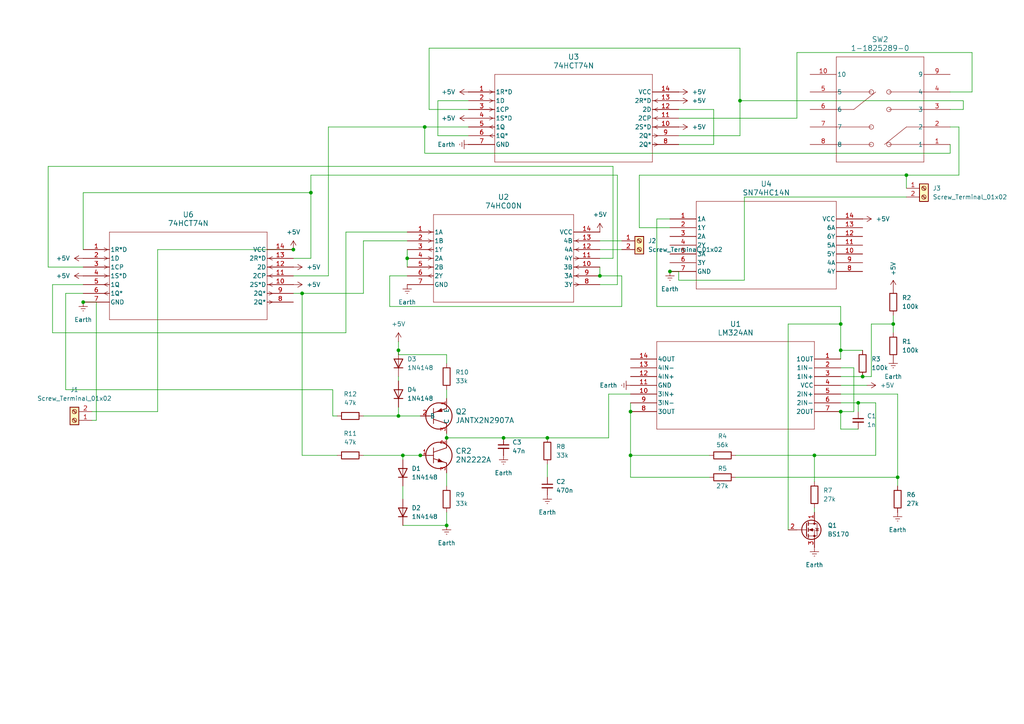
<source format=kicad_sch>
(kicad_sch
	(version 20231120)
	(generator "eeschema")
	(generator_version "8.0")
	(uuid "015095f8-7eb9-4850-ad3d-f58cb6a08fbd")
	(paper "A4")
	(lib_symbols
		(symbol "3PS:1-1825289-0"
			(pin_names
				(offset 0.254)
			)
			(exclude_from_sim no)
			(in_bom yes)
			(on_board yes)
			(property "Reference" "SW"
				(at 20.32 10.16 0)
				(effects
					(font
						(size 1.524 1.524)
					)
				)
			)
			(property "Value" "1-1825289-0"
				(at 20.32 7.62 0)
				(effects
					(font
						(size 1.524 1.524)
					)
				)
			)
			(property "Footprint" "SW8_MHS233_TEC"
				(at 0 0 0)
				(effects
					(font
						(size 1.27 1.27)
						(italic yes)
					)
					(hide yes)
				)
			)
			(property "Datasheet" "1-1825289-0"
				(at 0 0 0)
				(effects
					(font
						(size 1.27 1.27)
						(italic yes)
					)
					(hide yes)
				)
			)
			(property "Description" ""
				(at 0 0 0)
				(effects
					(font
						(size 1.27 1.27)
					)
					(hide yes)
				)
			)
			(property "ki_locked" ""
				(at 0 0 0)
				(effects
					(font
						(size 1.27 1.27)
					)
				)
			)
			(property "ki_keywords" "1-1825289-0"
				(at 0 0 0)
				(effects
					(font
						(size 1.27 1.27)
					)
					(hide yes)
				)
			)
			(property "ki_fp_filters" "SW8_MHS233_TEC"
				(at 0 0 0)
				(effects
					(font
						(size 1.27 1.27)
					)
					(hide yes)
				)
			)
			(symbol "1-1825289-0_0_1"
				(polyline
					(pts
						(xy 7.62 -25.4) (xy 33.02 -25.4)
					)
					(stroke
						(width 0.127)
						(type default)
					)
					(fill
						(type none)
					)
				)
				(polyline
					(pts
						(xy 7.62 -15.24) (xy 17.78 -15.24)
					)
					(stroke
						(width 0.127)
						(type default)
					)
					(fill
						(type none)
					)
				)
				(polyline
					(pts
						(xy 7.62 -10.16) (xy 17.78 -10.16)
					)
					(stroke
						(width 0.127)
						(type default)
					)
					(fill
						(type none)
					)
				)
				(polyline
					(pts
						(xy 7.62 -5.08) (xy 12.7 -5.08)
					)
					(stroke
						(width 0.127)
						(type default)
					)
					(fill
						(type none)
					)
				)
				(polyline
					(pts
						(xy 7.62 0) (xy 17.78 0)
					)
					(stroke
						(width 0.127)
						(type default)
					)
					(fill
						(type none)
					)
				)
				(polyline
					(pts
						(xy 7.62 5.08) (xy 7.62 -25.4)
					)
					(stroke
						(width 0.127)
						(type default)
					)
					(fill
						(type none)
					)
				)
				(polyline
					(pts
						(xy 12.7 -5.08) (xy 19.05 0)
					)
					(stroke
						(width 0.127)
						(type default)
					)
					(fill
						(type none)
					)
				)
				(polyline
					(pts
						(xy 27.94 -10.16) (xy 21.59 -15.24)
					)
					(stroke
						(width 0.127)
						(type default)
					)
					(fill
						(type none)
					)
				)
				(polyline
					(pts
						(xy 33.02 -25.4) (xy 33.02 5.08)
					)
					(stroke
						(width 0.127)
						(type default)
					)
					(fill
						(type none)
					)
				)
				(polyline
					(pts
						(xy 33.02 -15.24) (xy 22.86 -15.24)
					)
					(stroke
						(width 0.127)
						(type default)
					)
					(fill
						(type none)
					)
				)
				(polyline
					(pts
						(xy 33.02 -10.16) (xy 27.94 -10.16)
					)
					(stroke
						(width 0.127)
						(type default)
					)
					(fill
						(type none)
					)
				)
				(polyline
					(pts
						(xy 33.02 -5.08) (xy 22.86 -5.08)
					)
					(stroke
						(width 0.127)
						(type default)
					)
					(fill
						(type none)
					)
				)
				(polyline
					(pts
						(xy 33.02 0) (xy 22.86 0)
					)
					(stroke
						(width 0.127)
						(type default)
					)
					(fill
						(type none)
					)
				)
				(polyline
					(pts
						(xy 33.02 5.08) (xy 7.62 5.08)
					)
					(stroke
						(width 0.127)
						(type default)
					)
					(fill
						(type none)
					)
				)
				(circle
					(center 17.78 -15.24)
					(radius 0.635)
					(stroke
						(width 0.127)
						(type default)
					)
					(fill
						(type none)
					)
				)
				(circle
					(center 17.78 -10.16)
					(radius 0.635)
					(stroke
						(width 0.127)
						(type default)
					)
					(fill
						(type none)
					)
				)
				(circle
					(center 17.78 0)
					(radius 0.635)
					(stroke
						(width 0.127)
						(type default)
					)
					(fill
						(type none)
					)
				)
				(circle
					(center 22.86 -15.24)
					(radius 0.635)
					(stroke
						(width 0.127)
						(type default)
					)
					(fill
						(type none)
					)
				)
				(circle
					(center 22.86 -5.08)
					(radius 0.635)
					(stroke
						(width 0.127)
						(type default)
					)
					(fill
						(type none)
					)
				)
				(circle
					(center 22.86 0)
					(radius 0.635)
					(stroke
						(width 0.127)
						(type default)
					)
					(fill
						(type none)
					)
				)
				(pin unspecified line
					(at 0 0 0)
					(length 7.62)
					(name "1"
						(effects
							(font
								(size 1.27 1.27)
							)
						)
					)
					(number "1"
						(effects
							(font
								(size 1.27 1.27)
							)
						)
					)
				)
				(pin unspecified line
					(at 40.64 -20.32 180)
					(length 7.62)
					(name "10"
						(effects
							(font
								(size 1.27 1.27)
							)
						)
					)
					(number "10"
						(effects
							(font
								(size 1.27 1.27)
							)
						)
					)
				)
				(pin unspecified line
					(at 0 -5.08 0)
					(length 7.62)
					(name "2"
						(effects
							(font
								(size 1.27 1.27)
							)
						)
					)
					(number "2"
						(effects
							(font
								(size 1.27 1.27)
							)
						)
					)
				)
				(pin unspecified line
					(at 0 -10.16 0)
					(length 7.62)
					(name "3"
						(effects
							(font
								(size 1.27 1.27)
							)
						)
					)
					(number "3"
						(effects
							(font
								(size 1.27 1.27)
							)
						)
					)
				)
				(pin unspecified line
					(at 0 -15.24 0)
					(length 7.62)
					(name "4"
						(effects
							(font
								(size 1.27 1.27)
							)
						)
					)
					(number "4"
						(effects
							(font
								(size 1.27 1.27)
							)
						)
					)
				)
				(pin unspecified line
					(at 40.64 -15.24 180)
					(length 7.62)
					(name "5"
						(effects
							(font
								(size 1.27 1.27)
							)
						)
					)
					(number "5"
						(effects
							(font
								(size 1.27 1.27)
							)
						)
					)
				)
				(pin unspecified line
					(at 40.64 -10.16 180)
					(length 7.62)
					(name "6"
						(effects
							(font
								(size 1.27 1.27)
							)
						)
					)
					(number "6"
						(effects
							(font
								(size 1.27 1.27)
							)
						)
					)
				)
				(pin unspecified line
					(at 40.64 -5.08 180)
					(length 7.62)
					(name "7"
						(effects
							(font
								(size 1.27 1.27)
							)
						)
					)
					(number "7"
						(effects
							(font
								(size 1.27 1.27)
							)
						)
					)
				)
				(pin unspecified line
					(at 40.64 0 180)
					(length 7.62)
					(name "8"
						(effects
							(font
								(size 1.27 1.27)
							)
						)
					)
					(number "8"
						(effects
							(font
								(size 1.27 1.27)
							)
						)
					)
				)
				(pin unspecified line
					(at 0 -20.32 0)
					(length 7.62)
					(name "9"
						(effects
							(font
								(size 1.27 1.27)
							)
						)
					)
					(number "9"
						(effects
							(font
								(size 1.27 1.27)
							)
						)
					)
				)
			)
		)
		(symbol "74HC00:74HC00N"
			(pin_names
				(offset 0.254)
			)
			(exclude_from_sim no)
			(in_bom yes)
			(on_board yes)
			(property "Reference" "U"
				(at 27.94 10.16 0)
				(effects
					(font
						(size 1.524 1.524)
					)
				)
			)
			(property "Value" "74HC00N"
				(at 27.94 7.62 0)
				(effects
					(font
						(size 1.524 1.524)
					)
				)
			)
			(property "Footprint" "SOT27-1_NEX"
				(at 0 0 0)
				(effects
					(font
						(size 1.27 1.27)
						(italic yes)
					)
					(hide yes)
				)
			)
			(property "Datasheet" "74HC00N"
				(at 0 0 0)
				(effects
					(font
						(size 1.27 1.27)
						(italic yes)
					)
					(hide yes)
				)
			)
			(property "Description" ""
				(at 0 0 0)
				(effects
					(font
						(size 1.27 1.27)
					)
					(hide yes)
				)
			)
			(property "ki_locked" ""
				(at 0 0 0)
				(effects
					(font
						(size 1.27 1.27)
					)
				)
			)
			(property "ki_keywords" "74HC00N"
				(at 0 0 0)
				(effects
					(font
						(size 1.27 1.27)
					)
					(hide yes)
				)
			)
			(property "ki_fp_filters" "SOT27-1_NEX"
				(at 0 0 0)
				(effects
					(font
						(size 1.27 1.27)
					)
					(hide yes)
				)
			)
			(symbol "74HC00N_0_1"
				(polyline
					(pts
						(xy 7.0993 -13.2207) (xy 6.0579 -12.7)
					)
					(stroke
						(width 0.127)
						(type default)
					)
					(fill
						(type none)
					)
				)
				(polyline
					(pts
						(xy 7.0993 -12.1793) (xy 6.0579 -12.7)
					)
					(stroke
						(width 0.127)
						(type default)
					)
					(fill
						(type none)
					)
				)
				(polyline
					(pts
						(xy 7.0993 -10.16) (xy 6.0579 -10.6807)
					)
					(stroke
						(width 0.127)
						(type default)
					)
					(fill
						(type none)
					)
				)
				(polyline
					(pts
						(xy 7.0993 -10.16) (xy 6.0579 -9.6393)
					)
					(stroke
						(width 0.127)
						(type default)
					)
					(fill
						(type none)
					)
				)
				(polyline
					(pts
						(xy 7.0993 -7.62) (xy 6.0579 -8.1407)
					)
					(stroke
						(width 0.127)
						(type default)
					)
					(fill
						(type none)
					)
				)
				(polyline
					(pts
						(xy 7.0993 -7.62) (xy 6.0579 -7.0993)
					)
					(stroke
						(width 0.127)
						(type default)
					)
					(fill
						(type none)
					)
				)
				(polyline
					(pts
						(xy 7.0993 -5.6007) (xy 6.0579 -5.08)
					)
					(stroke
						(width 0.127)
						(type default)
					)
					(fill
						(type none)
					)
				)
				(polyline
					(pts
						(xy 7.0993 -4.5593) (xy 6.0579 -5.08)
					)
					(stroke
						(width 0.127)
						(type default)
					)
					(fill
						(type none)
					)
				)
				(polyline
					(pts
						(xy 7.0993 -2.54) (xy 6.0579 -3.0607)
					)
					(stroke
						(width 0.127)
						(type default)
					)
					(fill
						(type none)
					)
				)
				(polyline
					(pts
						(xy 7.0993 -2.54) (xy 6.0579 -2.0193)
					)
					(stroke
						(width 0.127)
						(type default)
					)
					(fill
						(type none)
					)
				)
				(polyline
					(pts
						(xy 7.0993 0) (xy 6.0579 -0.5207)
					)
					(stroke
						(width 0.127)
						(type default)
					)
					(fill
						(type none)
					)
				)
				(polyline
					(pts
						(xy 7.0993 0) (xy 6.0579 0.5207)
					)
					(stroke
						(width 0.127)
						(type default)
					)
					(fill
						(type none)
					)
				)
				(polyline
					(pts
						(xy 7.62 -20.32) (xy 48.26 -20.32)
					)
					(stroke
						(width 0.127)
						(type default)
					)
					(fill
						(type none)
					)
				)
				(polyline
					(pts
						(xy 7.62 5.08) (xy 7.62 -20.32)
					)
					(stroke
						(width 0.127)
						(type default)
					)
					(fill
						(type none)
					)
				)
				(polyline
					(pts
						(xy 48.26 -20.32) (xy 48.26 5.08)
					)
					(stroke
						(width 0.127)
						(type default)
					)
					(fill
						(type none)
					)
				)
				(polyline
					(pts
						(xy 48.26 5.08) (xy 7.62 5.08)
					)
					(stroke
						(width 0.127)
						(type default)
					)
					(fill
						(type none)
					)
				)
				(polyline
					(pts
						(xy 48.7807 -15.7607) (xy 49.8221 -15.24)
					)
					(stroke
						(width 0.127)
						(type default)
					)
					(fill
						(type none)
					)
				)
				(polyline
					(pts
						(xy 48.7807 -14.7193) (xy 49.8221 -15.24)
					)
					(stroke
						(width 0.127)
						(type default)
					)
					(fill
						(type none)
					)
				)
				(polyline
					(pts
						(xy 48.7807 -12.7) (xy 49.8221 -13.2207)
					)
					(stroke
						(width 0.127)
						(type default)
					)
					(fill
						(type none)
					)
				)
				(polyline
					(pts
						(xy 48.7807 -12.7) (xy 49.8221 -12.1793)
					)
					(stroke
						(width 0.127)
						(type default)
					)
					(fill
						(type none)
					)
				)
				(polyline
					(pts
						(xy 48.7807 -10.16) (xy 49.8221 -10.6807)
					)
					(stroke
						(width 0.127)
						(type default)
					)
					(fill
						(type none)
					)
				)
				(polyline
					(pts
						(xy 48.7807 -10.16) (xy 49.8221 -9.6393)
					)
					(stroke
						(width 0.127)
						(type default)
					)
					(fill
						(type none)
					)
				)
				(polyline
					(pts
						(xy 48.7807 -8.1407) (xy 49.8221 -7.62)
					)
					(stroke
						(width 0.127)
						(type default)
					)
					(fill
						(type none)
					)
				)
				(polyline
					(pts
						(xy 48.7807 -7.0993) (xy 49.8221 -7.62)
					)
					(stroke
						(width 0.127)
						(type default)
					)
					(fill
						(type none)
					)
				)
				(polyline
					(pts
						(xy 48.7807 -5.08) (xy 49.8221 -5.6007)
					)
					(stroke
						(width 0.127)
						(type default)
					)
					(fill
						(type none)
					)
				)
				(polyline
					(pts
						(xy 48.7807 -5.08) (xy 49.8221 -4.5593)
					)
					(stroke
						(width 0.127)
						(type default)
					)
					(fill
						(type none)
					)
				)
				(polyline
					(pts
						(xy 48.7807 -2.54) (xy 49.8221 -3.0607)
					)
					(stroke
						(width 0.127)
						(type default)
					)
					(fill
						(type none)
					)
				)
				(polyline
					(pts
						(xy 48.7807 -2.54) (xy 49.8221 -2.0193)
					)
					(stroke
						(width 0.127)
						(type default)
					)
					(fill
						(type none)
					)
				)
				(pin input line
					(at 0 0 0)
					(length 7.62)
					(name "1A"
						(effects
							(font
								(size 1.27 1.27)
							)
						)
					)
					(number "1"
						(effects
							(font
								(size 1.27 1.27)
							)
						)
					)
				)
				(pin input line
					(at 55.88 -10.16 180)
					(length 7.62)
					(name "3B"
						(effects
							(font
								(size 1.27 1.27)
							)
						)
					)
					(number "10"
						(effects
							(font
								(size 1.27 1.27)
							)
						)
					)
				)
				(pin output line
					(at 55.88 -7.62 180)
					(length 7.62)
					(name "4Y"
						(effects
							(font
								(size 1.27 1.27)
							)
						)
					)
					(number "11"
						(effects
							(font
								(size 1.27 1.27)
							)
						)
					)
				)
				(pin input line
					(at 55.88 -5.08 180)
					(length 7.62)
					(name "4A"
						(effects
							(font
								(size 1.27 1.27)
							)
						)
					)
					(number "12"
						(effects
							(font
								(size 1.27 1.27)
							)
						)
					)
				)
				(pin input line
					(at 55.88 -2.54 180)
					(length 7.62)
					(name "4B"
						(effects
							(font
								(size 1.27 1.27)
							)
						)
					)
					(number "13"
						(effects
							(font
								(size 1.27 1.27)
							)
						)
					)
				)
				(pin power_in line
					(at 55.88 0 180)
					(length 7.62)
					(name "VCC"
						(effects
							(font
								(size 1.27 1.27)
							)
						)
					)
					(number "14"
						(effects
							(font
								(size 1.27 1.27)
							)
						)
					)
				)
				(pin input line
					(at 0 -2.54 0)
					(length 7.62)
					(name "1B"
						(effects
							(font
								(size 1.27 1.27)
							)
						)
					)
					(number "2"
						(effects
							(font
								(size 1.27 1.27)
							)
						)
					)
				)
				(pin output line
					(at 0 -5.08 0)
					(length 7.62)
					(name "1Y"
						(effects
							(font
								(size 1.27 1.27)
							)
						)
					)
					(number "3"
						(effects
							(font
								(size 1.27 1.27)
							)
						)
					)
				)
				(pin input line
					(at 0 -7.62 0)
					(length 7.62)
					(name "2A"
						(effects
							(font
								(size 1.27 1.27)
							)
						)
					)
					(number "4"
						(effects
							(font
								(size 1.27 1.27)
							)
						)
					)
				)
				(pin input line
					(at 0 -10.16 0)
					(length 7.62)
					(name "2B"
						(effects
							(font
								(size 1.27 1.27)
							)
						)
					)
					(number "5"
						(effects
							(font
								(size 1.27 1.27)
							)
						)
					)
				)
				(pin output line
					(at 0 -12.7 0)
					(length 7.62)
					(name "2Y"
						(effects
							(font
								(size 1.27 1.27)
							)
						)
					)
					(number "6"
						(effects
							(font
								(size 1.27 1.27)
							)
						)
					)
				)
				(pin power_in line
					(at 0 -15.24 0)
					(length 7.62)
					(name "GND"
						(effects
							(font
								(size 1.27 1.27)
							)
						)
					)
					(number "7"
						(effects
							(font
								(size 1.27 1.27)
							)
						)
					)
				)
				(pin output line
					(at 55.88 -15.24 180)
					(length 7.62)
					(name "3Y"
						(effects
							(font
								(size 1.27 1.27)
							)
						)
					)
					(number "8"
						(effects
							(font
								(size 1.27 1.27)
							)
						)
					)
				)
				(pin input line
					(at 55.88 -12.7 180)
					(length 7.62)
					(name "3A"
						(effects
							(font
								(size 1.27 1.27)
							)
						)
					)
					(number "9"
						(effects
							(font
								(size 1.27 1.27)
							)
						)
					)
				)
			)
		)
		(symbol "74HC14:SN74HC14N"
			(pin_names
				(offset 0.254)
			)
			(exclude_from_sim no)
			(in_bom yes)
			(on_board yes)
			(property "Reference" "U"
				(at 27.94 10.16 0)
				(effects
					(font
						(size 1.524 1.524)
					)
				)
			)
			(property "Value" "SN74HC14N"
				(at 27.94 7.62 0)
				(effects
					(font
						(size 1.524 1.524)
					)
				)
			)
			(property "Footprint" "N14"
				(at 0 0 0)
				(effects
					(font
						(size 1.27 1.27)
						(italic yes)
					)
					(hide yes)
				)
			)
			(property "Datasheet" "SN74HC14N"
				(at 0 0 0)
				(effects
					(font
						(size 1.27 1.27)
						(italic yes)
					)
					(hide yes)
				)
			)
			(property "Description" ""
				(at 0 0 0)
				(effects
					(font
						(size 1.27 1.27)
					)
					(hide yes)
				)
			)
			(property "ki_locked" ""
				(at 0 0 0)
				(effects
					(font
						(size 1.27 1.27)
					)
				)
			)
			(property "ki_keywords" "SN74HC14N"
				(at 0 0 0)
				(effects
					(font
						(size 1.27 1.27)
					)
					(hide yes)
				)
			)
			(property "ki_fp_filters" "N14"
				(at 0 0 0)
				(effects
					(font
						(size 1.27 1.27)
					)
					(hide yes)
				)
			)
			(symbol "SN74HC14N_0_1"
				(polyline
					(pts
						(xy 7.62 -20.32) (xy 48.26 -20.32)
					)
					(stroke
						(width 0.127)
						(type default)
					)
					(fill
						(type none)
					)
				)
				(polyline
					(pts
						(xy 7.62 5.08) (xy 7.62 -20.32)
					)
					(stroke
						(width 0.127)
						(type default)
					)
					(fill
						(type none)
					)
				)
				(polyline
					(pts
						(xy 48.26 -20.32) (xy 48.26 5.08)
					)
					(stroke
						(width 0.127)
						(type default)
					)
					(fill
						(type none)
					)
				)
				(polyline
					(pts
						(xy 48.26 5.08) (xy 7.62 5.08)
					)
					(stroke
						(width 0.127)
						(type default)
					)
					(fill
						(type none)
					)
				)
				(pin input line
					(at 0 0 0)
					(length 7.62)
					(name "1A"
						(effects
							(font
								(size 1.27 1.27)
							)
						)
					)
					(number "1"
						(effects
							(font
								(size 1.27 1.27)
							)
						)
					)
				)
				(pin output line
					(at 55.88 -10.16 180)
					(length 7.62)
					(name "5Y"
						(effects
							(font
								(size 1.27 1.27)
							)
						)
					)
					(number "10"
						(effects
							(font
								(size 1.27 1.27)
							)
						)
					)
				)
				(pin input line
					(at 55.88 -7.62 180)
					(length 7.62)
					(name "5A"
						(effects
							(font
								(size 1.27 1.27)
							)
						)
					)
					(number "11"
						(effects
							(font
								(size 1.27 1.27)
							)
						)
					)
				)
				(pin output line
					(at 55.88 -5.08 180)
					(length 7.62)
					(name "6Y"
						(effects
							(font
								(size 1.27 1.27)
							)
						)
					)
					(number "12"
						(effects
							(font
								(size 1.27 1.27)
							)
						)
					)
				)
				(pin input line
					(at 55.88 -2.54 180)
					(length 7.62)
					(name "6A"
						(effects
							(font
								(size 1.27 1.27)
							)
						)
					)
					(number "13"
						(effects
							(font
								(size 1.27 1.27)
							)
						)
					)
				)
				(pin power_in line
					(at 55.88 0 180)
					(length 7.62)
					(name "VCC"
						(effects
							(font
								(size 1.27 1.27)
							)
						)
					)
					(number "14"
						(effects
							(font
								(size 1.27 1.27)
							)
						)
					)
				)
				(pin output line
					(at 0 -2.54 0)
					(length 7.62)
					(name "1Y"
						(effects
							(font
								(size 1.27 1.27)
							)
						)
					)
					(number "2"
						(effects
							(font
								(size 1.27 1.27)
							)
						)
					)
				)
				(pin input line
					(at 0 -5.08 0)
					(length 7.62)
					(name "2A"
						(effects
							(font
								(size 1.27 1.27)
							)
						)
					)
					(number "3"
						(effects
							(font
								(size 1.27 1.27)
							)
						)
					)
				)
				(pin output line
					(at 0 -7.62 0)
					(length 7.62)
					(name "2Y"
						(effects
							(font
								(size 1.27 1.27)
							)
						)
					)
					(number "4"
						(effects
							(font
								(size 1.27 1.27)
							)
						)
					)
				)
				(pin input line
					(at 0 -10.16 0)
					(length 7.62)
					(name "3A"
						(effects
							(font
								(size 1.27 1.27)
							)
						)
					)
					(number "5"
						(effects
							(font
								(size 1.27 1.27)
							)
						)
					)
				)
				(pin output line
					(at 0 -12.7 0)
					(length 7.62)
					(name "3Y"
						(effects
							(font
								(size 1.27 1.27)
							)
						)
					)
					(number "6"
						(effects
							(font
								(size 1.27 1.27)
							)
						)
					)
				)
				(pin power_in line
					(at 0 -15.24 0)
					(length 7.62)
					(name "GND"
						(effects
							(font
								(size 1.27 1.27)
							)
						)
					)
					(number "7"
						(effects
							(font
								(size 1.27 1.27)
							)
						)
					)
				)
				(pin output line
					(at 55.88 -15.24 180)
					(length 7.62)
					(name "4Y"
						(effects
							(font
								(size 1.27 1.27)
							)
						)
					)
					(number "8"
						(effects
							(font
								(size 1.27 1.27)
							)
						)
					)
				)
				(pin input line
					(at 55.88 -12.7 180)
					(length 7.62)
					(name "4A"
						(effects
							(font
								(size 1.27 1.27)
							)
						)
					)
					(number "9"
						(effects
							(font
								(size 1.27 1.27)
							)
						)
					)
				)
			)
		)
		(symbol "Connector:Screw_Terminal_01x02"
			(pin_names
				(offset 1.016) hide)
			(exclude_from_sim no)
			(in_bom yes)
			(on_board yes)
			(property "Reference" "J"
				(at 0 2.54 0)
				(effects
					(font
						(size 1.27 1.27)
					)
				)
			)
			(property "Value" "Screw_Terminal_01x02"
				(at 0 -5.08 0)
				(effects
					(font
						(size 1.27 1.27)
					)
				)
			)
			(property "Footprint" ""
				(at 0 0 0)
				(effects
					(font
						(size 1.27 1.27)
					)
					(hide yes)
				)
			)
			(property "Datasheet" "~"
				(at 0 0 0)
				(effects
					(font
						(size 1.27 1.27)
					)
					(hide yes)
				)
			)
			(property "Description" "Generic screw terminal, single row, 01x02, script generated (kicad-library-utils/schlib/autogen/connector/)"
				(at 0 0 0)
				(effects
					(font
						(size 1.27 1.27)
					)
					(hide yes)
				)
			)
			(property "ki_keywords" "screw terminal"
				(at 0 0 0)
				(effects
					(font
						(size 1.27 1.27)
					)
					(hide yes)
				)
			)
			(property "ki_fp_filters" "TerminalBlock*:*"
				(at 0 0 0)
				(effects
					(font
						(size 1.27 1.27)
					)
					(hide yes)
				)
			)
			(symbol "Screw_Terminal_01x02_1_1"
				(rectangle
					(start -1.27 1.27)
					(end 1.27 -3.81)
					(stroke
						(width 0.254)
						(type default)
					)
					(fill
						(type background)
					)
				)
				(circle
					(center 0 -2.54)
					(radius 0.635)
					(stroke
						(width 0.1524)
						(type default)
					)
					(fill
						(type none)
					)
				)
				(polyline
					(pts
						(xy -0.5334 -2.2098) (xy 0.3302 -3.048)
					)
					(stroke
						(width 0.1524)
						(type default)
					)
					(fill
						(type none)
					)
				)
				(polyline
					(pts
						(xy -0.5334 0.3302) (xy 0.3302 -0.508)
					)
					(stroke
						(width 0.1524)
						(type default)
					)
					(fill
						(type none)
					)
				)
				(polyline
					(pts
						(xy -0.3556 -2.032) (xy 0.508 -2.8702)
					)
					(stroke
						(width 0.1524)
						(type default)
					)
					(fill
						(type none)
					)
				)
				(polyline
					(pts
						(xy -0.3556 0.508) (xy 0.508 -0.3302)
					)
					(stroke
						(width 0.1524)
						(type default)
					)
					(fill
						(type none)
					)
				)
				(circle
					(center 0 0)
					(radius 0.635)
					(stroke
						(width 0.1524)
						(type default)
					)
					(fill
						(type none)
					)
				)
				(pin passive line
					(at -5.08 0 0)
					(length 3.81)
					(name "Pin_1"
						(effects
							(font
								(size 1.27 1.27)
							)
						)
					)
					(number "1"
						(effects
							(font
								(size 1.27 1.27)
							)
						)
					)
				)
				(pin passive line
					(at -5.08 -2.54 0)
					(length 3.81)
					(name "Pin_2"
						(effects
							(font
								(size 1.27 1.27)
							)
						)
					)
					(number "2"
						(effects
							(font
								(size 1.27 1.27)
							)
						)
					)
				)
			)
		)
		(symbol "Device:C_Small"
			(pin_numbers hide)
			(pin_names
				(offset 0.254) hide)
			(exclude_from_sim no)
			(in_bom yes)
			(on_board yes)
			(property "Reference" "C"
				(at 0.254 1.778 0)
				(effects
					(font
						(size 1.27 1.27)
					)
					(justify left)
				)
			)
			(property "Value" "C_Small"
				(at 0.254 -2.032 0)
				(effects
					(font
						(size 1.27 1.27)
					)
					(justify left)
				)
			)
			(property "Footprint" ""
				(at 0 0 0)
				(effects
					(font
						(size 1.27 1.27)
					)
					(hide yes)
				)
			)
			(property "Datasheet" "~"
				(at 0 0 0)
				(effects
					(font
						(size 1.27 1.27)
					)
					(hide yes)
				)
			)
			(property "Description" "Unpolarized capacitor, small symbol"
				(at 0 0 0)
				(effects
					(font
						(size 1.27 1.27)
					)
					(hide yes)
				)
			)
			(property "ki_keywords" "capacitor cap"
				(at 0 0 0)
				(effects
					(font
						(size 1.27 1.27)
					)
					(hide yes)
				)
			)
			(property "ki_fp_filters" "C_*"
				(at 0 0 0)
				(effects
					(font
						(size 1.27 1.27)
					)
					(hide yes)
				)
			)
			(symbol "C_Small_0_1"
				(polyline
					(pts
						(xy -1.524 -0.508) (xy 1.524 -0.508)
					)
					(stroke
						(width 0.3302)
						(type default)
					)
					(fill
						(type none)
					)
				)
				(polyline
					(pts
						(xy -1.524 0.508) (xy 1.524 0.508)
					)
					(stroke
						(width 0.3048)
						(type default)
					)
					(fill
						(type none)
					)
				)
			)
			(symbol "C_Small_1_1"
				(pin passive line
					(at 0 2.54 270)
					(length 2.032)
					(name "~"
						(effects
							(font
								(size 1.27 1.27)
							)
						)
					)
					(number "1"
						(effects
							(font
								(size 1.27 1.27)
							)
						)
					)
				)
				(pin passive line
					(at 0 -2.54 90)
					(length 2.032)
					(name "~"
						(effects
							(font
								(size 1.27 1.27)
							)
						)
					)
					(number "2"
						(effects
							(font
								(size 1.27 1.27)
							)
						)
					)
				)
			)
		)
		(symbol "Device:R"
			(pin_numbers hide)
			(pin_names
				(offset 0)
			)
			(exclude_from_sim no)
			(in_bom yes)
			(on_board yes)
			(property "Reference" "R"
				(at 2.032 0 90)
				(effects
					(font
						(size 1.27 1.27)
					)
				)
			)
			(property "Value" "R"
				(at 0 0 90)
				(effects
					(font
						(size 1.27 1.27)
					)
				)
			)
			(property "Footprint" ""
				(at -1.778 0 90)
				(effects
					(font
						(size 1.27 1.27)
					)
					(hide yes)
				)
			)
			(property "Datasheet" "~"
				(at 0 0 0)
				(effects
					(font
						(size 1.27 1.27)
					)
					(hide yes)
				)
			)
			(property "Description" "Resistor"
				(at 0 0 0)
				(effects
					(font
						(size 1.27 1.27)
					)
					(hide yes)
				)
			)
			(property "ki_keywords" "R res resistor"
				(at 0 0 0)
				(effects
					(font
						(size 1.27 1.27)
					)
					(hide yes)
				)
			)
			(property "ki_fp_filters" "R_*"
				(at 0 0 0)
				(effects
					(font
						(size 1.27 1.27)
					)
					(hide yes)
				)
			)
			(symbol "R_0_1"
				(rectangle
					(start -1.016 -2.54)
					(end 1.016 2.54)
					(stroke
						(width 0.254)
						(type default)
					)
					(fill
						(type none)
					)
				)
			)
			(symbol "R_1_1"
				(pin passive line
					(at 0 3.81 270)
					(length 1.27)
					(name "~"
						(effects
							(font
								(size 1.27 1.27)
							)
						)
					)
					(number "1"
						(effects
							(font
								(size 1.27 1.27)
							)
						)
					)
				)
				(pin passive line
					(at 0 -3.81 90)
					(length 1.27)
					(name "~"
						(effects
							(font
								(size 1.27 1.27)
							)
						)
					)
					(number "2"
						(effects
							(font
								(size 1.27 1.27)
							)
						)
					)
				)
			)
		)
		(symbol "Diode:1N4148"
			(pin_numbers hide)
			(pin_names hide)
			(exclude_from_sim no)
			(in_bom yes)
			(on_board yes)
			(property "Reference" "D"
				(at 0 2.54 0)
				(effects
					(font
						(size 1.27 1.27)
					)
				)
			)
			(property "Value" "1N4148"
				(at 0 -2.54 0)
				(effects
					(font
						(size 1.27 1.27)
					)
				)
			)
			(property "Footprint" "Diode_THT:D_DO-35_SOD27_P7.62mm_Horizontal"
				(at 0 0 0)
				(effects
					(font
						(size 1.27 1.27)
					)
					(hide yes)
				)
			)
			(property "Datasheet" "https://assets.nexperia.com/documents/data-sheet/1N4148_1N4448.pdf"
				(at 0 0 0)
				(effects
					(font
						(size 1.27 1.27)
					)
					(hide yes)
				)
			)
			(property "Description" "100V 0.15A standard switching diode, DO-35"
				(at 0 0 0)
				(effects
					(font
						(size 1.27 1.27)
					)
					(hide yes)
				)
			)
			(property "Sim.Device" "D"
				(at 0 0 0)
				(effects
					(font
						(size 1.27 1.27)
					)
					(hide yes)
				)
			)
			(property "Sim.Pins" "1=K 2=A"
				(at 0 0 0)
				(effects
					(font
						(size 1.27 1.27)
					)
					(hide yes)
				)
			)
			(property "ki_keywords" "diode"
				(at 0 0 0)
				(effects
					(font
						(size 1.27 1.27)
					)
					(hide yes)
				)
			)
			(property "ki_fp_filters" "D*DO?35*"
				(at 0 0 0)
				(effects
					(font
						(size 1.27 1.27)
					)
					(hide yes)
				)
			)
			(symbol "1N4148_0_1"
				(polyline
					(pts
						(xy -1.27 1.27) (xy -1.27 -1.27)
					)
					(stroke
						(width 0.254)
						(type default)
					)
					(fill
						(type none)
					)
				)
				(polyline
					(pts
						(xy 1.27 0) (xy -1.27 0)
					)
					(stroke
						(width 0)
						(type default)
					)
					(fill
						(type none)
					)
				)
				(polyline
					(pts
						(xy 1.27 1.27) (xy 1.27 -1.27) (xy -1.27 0) (xy 1.27 1.27)
					)
					(stroke
						(width 0.254)
						(type default)
					)
					(fill
						(type none)
					)
				)
			)
			(symbol "1N4148_1_1"
				(pin passive line
					(at -3.81 0 0)
					(length 2.54)
					(name "K"
						(effects
							(font
								(size 1.27 1.27)
							)
						)
					)
					(number "1"
						(effects
							(font
								(size 1.27 1.27)
							)
						)
					)
				)
				(pin passive line
					(at 3.81 0 180)
					(length 2.54)
					(name "A"
						(effects
							(font
								(size 1.27 1.27)
							)
						)
					)
					(number "2"
						(effects
							(font
								(size 1.27 1.27)
							)
						)
					)
				)
			)
		)
		(symbol "HCT74:74HCT74N"
			(pin_names
				(offset 0.254)
			)
			(exclude_from_sim no)
			(in_bom yes)
			(on_board yes)
			(property "Reference" "U"
				(at 30.48 10.16 0)
				(effects
					(font
						(size 1.524 1.524)
					)
				)
			)
			(property "Value" "74HCT74N"
				(at 30.48 7.62 0)
				(effects
					(font
						(size 1.524 1.524)
					)
				)
			)
			(property "Footprint" "SOT27-1_NEX"
				(at 0 0 0)
				(effects
					(font
						(size 1.27 1.27)
						(italic yes)
					)
					(hide yes)
				)
			)
			(property "Datasheet" "74HCT74N"
				(at 0 0 0)
				(effects
					(font
						(size 1.27 1.27)
						(italic yes)
					)
					(hide yes)
				)
			)
			(property "Description" ""
				(at 0 0 0)
				(effects
					(font
						(size 1.27 1.27)
					)
					(hide yes)
				)
			)
			(property "ki_locked" ""
				(at 0 0 0)
				(effects
					(font
						(size 1.27 1.27)
					)
				)
			)
			(property "ki_keywords" "74HCT74N"
				(at 0 0 0)
				(effects
					(font
						(size 1.27 1.27)
					)
					(hide yes)
				)
			)
			(property "ki_fp_filters" "SOT27-1_NEX"
				(at 0 0 0)
				(effects
					(font
						(size 1.27 1.27)
					)
					(hide yes)
				)
			)
			(symbol "74HCT74N_0_1"
				(polyline
					(pts
						(xy 7.0993 -13.2207) (xy 6.0579 -12.7)
					)
					(stroke
						(width 0.127)
						(type default)
					)
					(fill
						(type none)
					)
				)
				(polyline
					(pts
						(xy 7.0993 -12.1793) (xy 6.0579 -12.7)
					)
					(stroke
						(width 0.127)
						(type default)
					)
					(fill
						(type none)
					)
				)
				(polyline
					(pts
						(xy 7.0993 -10.6807) (xy 6.0579 -10.16)
					)
					(stroke
						(width 0.127)
						(type default)
					)
					(fill
						(type none)
					)
				)
				(polyline
					(pts
						(xy 7.0993 -9.6393) (xy 6.0579 -10.16)
					)
					(stroke
						(width 0.127)
						(type default)
					)
					(fill
						(type none)
					)
				)
				(polyline
					(pts
						(xy 7.0993 -7.62) (xy 6.0579 -8.1407)
					)
					(stroke
						(width 0.127)
						(type default)
					)
					(fill
						(type none)
					)
				)
				(polyline
					(pts
						(xy 7.0993 -7.62) (xy 6.0579 -7.0993)
					)
					(stroke
						(width 0.127)
						(type default)
					)
					(fill
						(type none)
					)
				)
				(polyline
					(pts
						(xy 7.0993 -5.08) (xy 6.0579 -5.6007)
					)
					(stroke
						(width 0.127)
						(type default)
					)
					(fill
						(type none)
					)
				)
				(polyline
					(pts
						(xy 7.0993 -5.08) (xy 6.0579 -4.5593)
					)
					(stroke
						(width 0.127)
						(type default)
					)
					(fill
						(type none)
					)
				)
				(polyline
					(pts
						(xy 7.0993 -2.54) (xy 6.0579 -3.0607)
					)
					(stroke
						(width 0.127)
						(type default)
					)
					(fill
						(type none)
					)
				)
				(polyline
					(pts
						(xy 7.0993 -2.54) (xy 6.0579 -2.0193)
					)
					(stroke
						(width 0.127)
						(type default)
					)
					(fill
						(type none)
					)
				)
				(polyline
					(pts
						(xy 7.0993 0) (xy 6.0579 -0.5207)
					)
					(stroke
						(width 0.127)
						(type default)
					)
					(fill
						(type none)
					)
				)
				(polyline
					(pts
						(xy 7.0993 0) (xy 6.0579 0.5207)
					)
					(stroke
						(width 0.127)
						(type default)
					)
					(fill
						(type none)
					)
				)
				(polyline
					(pts
						(xy 7.62 -20.32) (xy 53.34 -20.32)
					)
					(stroke
						(width 0.127)
						(type default)
					)
					(fill
						(type none)
					)
				)
				(polyline
					(pts
						(xy 7.62 5.08) (xy 7.62 -20.32)
					)
					(stroke
						(width 0.127)
						(type default)
					)
					(fill
						(type none)
					)
				)
				(polyline
					(pts
						(xy 53.34 -20.32) (xy 53.34 5.08)
					)
					(stroke
						(width 0.127)
						(type default)
					)
					(fill
						(type none)
					)
				)
				(polyline
					(pts
						(xy 53.34 5.08) (xy 7.62 5.08)
					)
					(stroke
						(width 0.127)
						(type default)
					)
					(fill
						(type none)
					)
				)
				(polyline
					(pts
						(xy 53.8607 -15.7607) (xy 54.9021 -15.24)
					)
					(stroke
						(width 0.127)
						(type default)
					)
					(fill
						(type none)
					)
				)
				(polyline
					(pts
						(xy 53.8607 -14.7193) (xy 54.9021 -15.24)
					)
					(stroke
						(width 0.127)
						(type default)
					)
					(fill
						(type none)
					)
				)
				(polyline
					(pts
						(xy 53.8607 -13.2207) (xy 54.9021 -12.7)
					)
					(stroke
						(width 0.127)
						(type default)
					)
					(fill
						(type none)
					)
				)
				(polyline
					(pts
						(xy 53.8607 -12.1793) (xy 54.9021 -12.7)
					)
					(stroke
						(width 0.127)
						(type default)
					)
					(fill
						(type none)
					)
				)
				(polyline
					(pts
						(xy 53.8607 -10.16) (xy 54.9021 -10.6807)
					)
					(stroke
						(width 0.127)
						(type default)
					)
					(fill
						(type none)
					)
				)
				(polyline
					(pts
						(xy 53.8607 -10.16) (xy 54.9021 -9.6393)
					)
					(stroke
						(width 0.127)
						(type default)
					)
					(fill
						(type none)
					)
				)
				(polyline
					(pts
						(xy 53.8607 -7.62) (xy 54.9021 -8.1407)
					)
					(stroke
						(width 0.127)
						(type default)
					)
					(fill
						(type none)
					)
				)
				(polyline
					(pts
						(xy 53.8607 -7.62) (xy 54.9021 -7.0993)
					)
					(stroke
						(width 0.127)
						(type default)
					)
					(fill
						(type none)
					)
				)
				(polyline
					(pts
						(xy 53.8607 -5.08) (xy 54.9021 -5.6007)
					)
					(stroke
						(width 0.127)
						(type default)
					)
					(fill
						(type none)
					)
				)
				(polyline
					(pts
						(xy 53.8607 -5.08) (xy 54.9021 -4.5593)
					)
					(stroke
						(width 0.127)
						(type default)
					)
					(fill
						(type none)
					)
				)
				(polyline
					(pts
						(xy 53.8607 -2.54) (xy 54.9021 -3.0607)
					)
					(stroke
						(width 0.127)
						(type default)
					)
					(fill
						(type none)
					)
				)
				(polyline
					(pts
						(xy 53.8607 -2.54) (xy 54.9021 -2.0193)
					)
					(stroke
						(width 0.127)
						(type default)
					)
					(fill
						(type none)
					)
				)
				(pin input line
					(at 0 0 0)
					(length 7.62)
					(name "1R*D"
						(effects
							(font
								(size 1.27 1.27)
							)
						)
					)
					(number "1"
						(effects
							(font
								(size 1.27 1.27)
							)
						)
					)
				)
				(pin input line
					(at 60.96 -10.16 180)
					(length 7.62)
					(name "2S*D"
						(effects
							(font
								(size 1.27 1.27)
							)
						)
					)
					(number "10"
						(effects
							(font
								(size 1.27 1.27)
							)
						)
					)
				)
				(pin input line
					(at 60.96 -7.62 180)
					(length 7.62)
					(name "2CP"
						(effects
							(font
								(size 1.27 1.27)
							)
						)
					)
					(number "11"
						(effects
							(font
								(size 1.27 1.27)
							)
						)
					)
				)
				(pin input line
					(at 60.96 -5.08 180)
					(length 7.62)
					(name "2D"
						(effects
							(font
								(size 1.27 1.27)
							)
						)
					)
					(number "12"
						(effects
							(font
								(size 1.27 1.27)
							)
						)
					)
				)
				(pin input line
					(at 60.96 -2.54 180)
					(length 7.62)
					(name "2R*D"
						(effects
							(font
								(size 1.27 1.27)
							)
						)
					)
					(number "13"
						(effects
							(font
								(size 1.27 1.27)
							)
						)
					)
				)
				(pin power_in line
					(at 60.96 0 180)
					(length 7.62)
					(name "VCC"
						(effects
							(font
								(size 1.27 1.27)
							)
						)
					)
					(number "14"
						(effects
							(font
								(size 1.27 1.27)
							)
						)
					)
				)
				(pin input line
					(at 0 -2.54 0)
					(length 7.62)
					(name "1D"
						(effects
							(font
								(size 1.27 1.27)
							)
						)
					)
					(number "2"
						(effects
							(font
								(size 1.27 1.27)
							)
						)
					)
				)
				(pin input line
					(at 0 -5.08 0)
					(length 7.62)
					(name "1CP"
						(effects
							(font
								(size 1.27 1.27)
							)
						)
					)
					(number "3"
						(effects
							(font
								(size 1.27 1.27)
							)
						)
					)
				)
				(pin input line
					(at 0 -7.62 0)
					(length 7.62)
					(name "1S*D"
						(effects
							(font
								(size 1.27 1.27)
							)
						)
					)
					(number "4"
						(effects
							(font
								(size 1.27 1.27)
							)
						)
					)
				)
				(pin output line
					(at 0 -10.16 0)
					(length 7.62)
					(name "1Q"
						(effects
							(font
								(size 1.27 1.27)
							)
						)
					)
					(number "5"
						(effects
							(font
								(size 1.27 1.27)
							)
						)
					)
				)
				(pin output line
					(at 0 -12.7 0)
					(length 7.62)
					(name "1Q*"
						(effects
							(font
								(size 1.27 1.27)
							)
						)
					)
					(number "6"
						(effects
							(font
								(size 1.27 1.27)
							)
						)
					)
				)
				(pin power_in line
					(at 0 -15.24 0)
					(length 7.62)
					(name "GND"
						(effects
							(font
								(size 1.27 1.27)
							)
						)
					)
					(number "7"
						(effects
							(font
								(size 1.27 1.27)
							)
						)
					)
				)
				(pin output line
					(at 60.96 -15.24 180)
					(length 7.62)
					(name "2Q*"
						(effects
							(font
								(size 1.27 1.27)
							)
						)
					)
					(number "8"
						(effects
							(font
								(size 1.27 1.27)
							)
						)
					)
				)
				(pin output line
					(at 60.96 -12.7 180)
					(length 7.62)
					(name "2Q*"
						(effects
							(font
								(size 1.27 1.27)
							)
						)
					)
					(number "9"
						(effects
							(font
								(size 1.27 1.27)
							)
						)
					)
				)
			)
		)
		(symbol "LM324:LM324AN"
			(pin_names
				(offset 0.254)
			)
			(exclude_from_sim no)
			(in_bom yes)
			(on_board yes)
			(property "Reference" "U"
				(at 30.48 10.16 0)
				(effects
					(font
						(size 1.524 1.524)
					)
				)
			)
			(property "Value" "LM324AN"
				(at 30.48 7.62 0)
				(effects
					(font
						(size 1.524 1.524)
					)
				)
			)
			(property "Footprint" "N14"
				(at 0 0 0)
				(effects
					(font
						(size 1.27 1.27)
						(italic yes)
					)
					(hide yes)
				)
			)
			(property "Datasheet" "LM324AN"
				(at 0 0 0)
				(effects
					(font
						(size 1.27 1.27)
						(italic yes)
					)
					(hide yes)
				)
			)
			(property "Description" ""
				(at 0 0 0)
				(effects
					(font
						(size 1.27 1.27)
					)
					(hide yes)
				)
			)
			(property "ki_locked" ""
				(at 0 0 0)
				(effects
					(font
						(size 1.27 1.27)
					)
				)
			)
			(property "ki_keywords" "LM324AN"
				(at 0 0 0)
				(effects
					(font
						(size 1.27 1.27)
					)
					(hide yes)
				)
			)
			(property "ki_fp_filters" "N14"
				(at 0 0 0)
				(effects
					(font
						(size 1.27 1.27)
					)
					(hide yes)
				)
			)
			(symbol "LM324AN_0_1"
				(polyline
					(pts
						(xy 7.62 -20.32) (xy 53.34 -20.32)
					)
					(stroke
						(width 0.127)
						(type default)
					)
					(fill
						(type none)
					)
				)
				(polyline
					(pts
						(xy 7.62 5.08) (xy 7.62 -20.32)
					)
					(stroke
						(width 0.127)
						(type default)
					)
					(fill
						(type none)
					)
				)
				(polyline
					(pts
						(xy 53.34 -20.32) (xy 53.34 5.08)
					)
					(stroke
						(width 0.127)
						(type default)
					)
					(fill
						(type none)
					)
				)
				(polyline
					(pts
						(xy 53.34 5.08) (xy 7.62 5.08)
					)
					(stroke
						(width 0.127)
						(type default)
					)
					(fill
						(type none)
					)
				)
				(pin output line
					(at 0 0 0)
					(length 7.62)
					(name "1OUT"
						(effects
							(font
								(size 1.27 1.27)
							)
						)
					)
					(number "1"
						(effects
							(font
								(size 1.27 1.27)
							)
						)
					)
				)
				(pin input line
					(at 60.96 -10.16 180)
					(length 7.62)
					(name "3IN+"
						(effects
							(font
								(size 1.27 1.27)
							)
						)
					)
					(number "10"
						(effects
							(font
								(size 1.27 1.27)
							)
						)
					)
				)
				(pin power_in line
					(at 60.96 -7.62 180)
					(length 7.62)
					(name "GND"
						(effects
							(font
								(size 1.27 1.27)
							)
						)
					)
					(number "11"
						(effects
							(font
								(size 1.27 1.27)
							)
						)
					)
				)
				(pin input line
					(at 60.96 -5.08 180)
					(length 7.62)
					(name "4IN+"
						(effects
							(font
								(size 1.27 1.27)
							)
						)
					)
					(number "12"
						(effects
							(font
								(size 1.27 1.27)
							)
						)
					)
				)
				(pin input line
					(at 60.96 -2.54 180)
					(length 7.62)
					(name "4IN-"
						(effects
							(font
								(size 1.27 1.27)
							)
						)
					)
					(number "13"
						(effects
							(font
								(size 1.27 1.27)
							)
						)
					)
				)
				(pin output line
					(at 60.96 0 180)
					(length 7.62)
					(name "4OUT"
						(effects
							(font
								(size 1.27 1.27)
							)
						)
					)
					(number "14"
						(effects
							(font
								(size 1.27 1.27)
							)
						)
					)
				)
				(pin input line
					(at 0 -2.54 0)
					(length 7.62)
					(name "1IN-"
						(effects
							(font
								(size 1.27 1.27)
							)
						)
					)
					(number "2"
						(effects
							(font
								(size 1.27 1.27)
							)
						)
					)
				)
				(pin input line
					(at 0 -5.08 0)
					(length 7.62)
					(name "1IN+"
						(effects
							(font
								(size 1.27 1.27)
							)
						)
					)
					(number "3"
						(effects
							(font
								(size 1.27 1.27)
							)
						)
					)
				)
				(pin power_in line
					(at 0 -7.62 0)
					(length 7.62)
					(name "VCC"
						(effects
							(font
								(size 1.27 1.27)
							)
						)
					)
					(number "4"
						(effects
							(font
								(size 1.27 1.27)
							)
						)
					)
				)
				(pin input line
					(at 0 -10.16 0)
					(length 7.62)
					(name "2IN+"
						(effects
							(font
								(size 1.27 1.27)
							)
						)
					)
					(number "5"
						(effects
							(font
								(size 1.27 1.27)
							)
						)
					)
				)
				(pin input line
					(at 0 -12.7 0)
					(length 7.62)
					(name "2IN-"
						(effects
							(font
								(size 1.27 1.27)
							)
						)
					)
					(number "6"
						(effects
							(font
								(size 1.27 1.27)
							)
						)
					)
				)
				(pin output line
					(at 0 -15.24 0)
					(length 7.62)
					(name "2OUT"
						(effects
							(font
								(size 1.27 1.27)
							)
						)
					)
					(number "7"
						(effects
							(font
								(size 1.27 1.27)
							)
						)
					)
				)
				(pin output line
					(at 60.96 -15.24 180)
					(length 7.62)
					(name "3OUT"
						(effects
							(font
								(size 1.27 1.27)
							)
						)
					)
					(number "8"
						(effects
							(font
								(size 1.27 1.27)
							)
						)
					)
				)
				(pin input line
					(at 60.96 -12.7 180)
					(length 7.62)
					(name "3IN-"
						(effects
							(font
								(size 1.27 1.27)
							)
						)
					)
					(number "9"
						(effects
							(font
								(size 1.27 1.27)
							)
						)
					)
				)
			)
		)
		(symbol "NPN 2N2222:2N2222A"
			(pin_names
				(offset 0.254)
			)
			(exclude_from_sim no)
			(in_bom yes)
			(on_board yes)
			(property "Reference" "CR"
				(at 10.16 2.54 0)
				(effects
					(font
						(size 1.524 1.524)
					)
				)
			)
			(property "Value" "2N2222A"
				(at 10.16 -2.54 0)
				(effects
					(font
						(size 1.524 1.524)
					)
				)
			)
			(property "Footprint" "TO-18_STM"
				(at 0 0 0)
				(effects
					(font
						(size 1.27 1.27)
						(italic yes)
					)
					(hide yes)
				)
			)
			(property "Datasheet" "2N2222A"
				(at 0 0 0)
				(effects
					(font
						(size 1.27 1.27)
						(italic yes)
					)
					(hide yes)
				)
			)
			(property "Description" ""
				(at 0 0 0)
				(effects
					(font
						(size 1.27 1.27)
					)
					(hide yes)
				)
			)
			(property "ki_locked" ""
				(at 0 0 0)
				(effects
					(font
						(size 1.27 1.27)
					)
				)
			)
			(property "ki_keywords" "2N2222A"
				(at 0 0 0)
				(effects
					(font
						(size 1.27 1.27)
					)
					(hide yes)
				)
			)
			(property "ki_fp_filters" "TO-18_STM"
				(at 0 0 0)
				(effects
					(font
						(size 1.27 1.27)
					)
					(hide yes)
				)
			)
			(symbol "2N2222A_0_1"
				(polyline
					(pts
						(xy 2.54 0) (xy 3.81 0)
					)
					(stroke
						(width 0.2032)
						(type default)
					)
					(fill
						(type none)
					)
				)
				(polyline
					(pts
						(xy 3.81 -2.2098) (xy 3.81 2.2098)
					)
					(stroke
						(width 0.2032)
						(type default)
					)
					(fill
						(type none)
					)
				)
				(polyline
					(pts
						(xy 3.81 -0.9398) (xy 7.62 -2.2098)
					)
					(stroke
						(width 0.2032)
						(type default)
					)
					(fill
						(type none)
					)
				)
				(polyline
					(pts
						(xy 3.81 0.9398) (xy 7.62 2.2098)
					)
					(stroke
						(width 0.2032)
						(type default)
					)
					(fill
						(type none)
					)
				)
				(polyline
					(pts
						(xy 7.62 -2.54) (xy 7.62 -2.2098)
					)
					(stroke
						(width 0.2032)
						(type default)
					)
					(fill
						(type none)
					)
				)
				(polyline
					(pts
						(xy 7.62 2.2098) (xy 7.62 2.54)
					)
					(stroke
						(width 0.2032)
						(type default)
					)
					(fill
						(type none)
					)
				)
				(polyline
					(pts
						(xy 5.3848 -0.9398) (xy 5.08 -1.905) (xy 6.6548 -1.905)
					)
					(stroke
						(width 0)
						(type default)
					)
					(fill
						(type outline)
					)
				)
				(circle
					(center 5.3848 0)
					(radius 3.81)
					(stroke
						(width 0.254)
						(type default)
					)
					(fill
						(type none)
					)
				)
				(pin unspecified line
					(at 0 0 0)
					(length 2.54)
					(name ""
						(effects
							(font
								(size 1.27 1.27)
							)
						)
					)
					(number "1"
						(effects
							(font
								(size 1.27 1.27)
							)
						)
					)
				)
				(pin unspecified line
					(at 7.62 5.08 270)
					(length 2.54)
					(name ""
						(effects
							(font
								(size 1.27 1.27)
							)
						)
					)
					(number "2"
						(effects
							(font
								(size 1.27 1.27)
							)
						)
					)
				)
				(pin unspecified line
					(at 7.62 -5.08 90)
					(length 2.54)
					(name ""
						(effects
							(font
								(size 1.27 1.27)
							)
						)
					)
					(number "3"
						(effects
							(font
								(size 1.27 1.27)
							)
						)
					)
				)
			)
		)
		(symbol "PNP 2N2907:JANTX2N2907A"
			(pin_names
				(offset 0.254)
			)
			(exclude_from_sim no)
			(in_bom yes)
			(on_board yes)
			(property "Reference" "Q"
				(at 10.16 2.54 0)
				(effects
					(font
						(size 1.524 1.524)
					)
				)
			)
			(property "Value" "JANTX2N2907A"
				(at 10.16 -2.54 0)
				(effects
					(font
						(size 1.524 1.524)
					)
				)
			)
			(property "Footprint" "TO-18TO-206AA_MCH"
				(at 0 0 0)
				(effects
					(font
						(size 1.27 1.27)
						(italic yes)
					)
					(hide yes)
				)
			)
			(property "Datasheet" "JANTX2N2907A"
				(at 0 0 0)
				(effects
					(font
						(size 1.27 1.27)
						(italic yes)
					)
					(hide yes)
				)
			)
			(property "Description" ""
				(at 0 0 0)
				(effects
					(font
						(size 1.27 1.27)
					)
					(hide yes)
				)
			)
			(property "ki_locked" ""
				(at 0 0 0)
				(effects
					(font
						(size 1.27 1.27)
					)
				)
			)
			(property "ki_keywords" "JANTX2N2907A"
				(at 0 0 0)
				(effects
					(font
						(size 1.27 1.27)
					)
					(hide yes)
				)
			)
			(property "ki_fp_filters" "TO-18TO-206AA_MCH"
				(at 0 0 0)
				(effects
					(font
						(size 1.27 1.27)
					)
					(hide yes)
				)
			)
			(symbol "JANTX2N2907A_0_1"
				(polyline
					(pts
						(xy 2.54 0) (xy 3.81 0)
					)
					(stroke
						(width 0.2032)
						(type default)
					)
					(fill
						(type none)
					)
				)
				(polyline
					(pts
						(xy 3.81 -2.2098) (xy 3.81 2.2098)
					)
					(stroke
						(width 0.2032)
						(type default)
					)
					(fill
						(type none)
					)
				)
				(polyline
					(pts
						(xy 3.81 -0.9398) (xy 7.62 -2.2098)
					)
					(stroke
						(width 0.2032)
						(type default)
					)
					(fill
						(type none)
					)
				)
				(polyline
					(pts
						(xy 3.81 0.9398) (xy 7.62 2.2098)
					)
					(stroke
						(width 0.2032)
						(type default)
					)
					(fill
						(type none)
					)
				)
				(polyline
					(pts
						(xy 7.62 -2.54) (xy 7.62 -2.2098)
					)
					(stroke
						(width 0.2032)
						(type default)
					)
					(fill
						(type none)
					)
				)
				(polyline
					(pts
						(xy 7.62 2.2098) (xy 7.62 2.54)
					)
					(stroke
						(width 0.2032)
						(type default)
					)
					(fill
						(type none)
					)
				)
				(polyline
					(pts
						(xy 6.0198 -2.2098) (xy 6.35 -1.27) (xy 4.7498 -1.27)
					)
					(stroke
						(width 0)
						(type default)
					)
					(fill
						(type outline)
					)
				)
				(circle
					(center 5.3848 0)
					(radius 3.81)
					(stroke
						(width 0.254)
						(type default)
					)
					(fill
						(type none)
					)
				)
				(pin unspecified line
					(at 7.62 -5.08 90)
					(length 2.54)
					(name "E"
						(effects
							(font
								(size 1.27 1.27)
							)
						)
					)
					(number "1"
						(effects
							(font
								(size 1.27 1.27)
							)
						)
					)
				)
				(pin unspecified line
					(at 0 0 0)
					(length 2.54)
					(name "B"
						(effects
							(font
								(size 1.27 1.27)
							)
						)
					)
					(number "2"
						(effects
							(font
								(size 1.27 1.27)
							)
						)
					)
				)
				(pin unspecified line
					(at 7.62 5.08 270)
					(length 2.54)
					(name "C"
						(effects
							(font
								(size 1.27 1.27)
							)
						)
					)
					(number "3"
						(effects
							(font
								(size 1.27 1.27)
							)
						)
					)
				)
			)
		)
		(symbol "Transistor_FET:BS170"
			(pin_names hide)
			(exclude_from_sim no)
			(in_bom yes)
			(on_board yes)
			(property "Reference" "Q"
				(at 5.08 1.905 0)
				(effects
					(font
						(size 1.27 1.27)
					)
					(justify left)
				)
			)
			(property "Value" "BS170"
				(at 5.08 0 0)
				(effects
					(font
						(size 1.27 1.27)
					)
					(justify left)
				)
			)
			(property "Footprint" "Package_TO_SOT_THT:TO-92_Inline"
				(at 5.08 -1.905 0)
				(effects
					(font
						(size 1.27 1.27)
						(italic yes)
					)
					(justify left)
					(hide yes)
				)
			)
			(property "Datasheet" "https://www.onsemi.com/pub/Collateral/BS170-D.PDF"
				(at 5.08 -3.81 0)
				(effects
					(font
						(size 1.27 1.27)
					)
					(justify left)
					(hide yes)
				)
			)
			(property "Description" "0.5A Id, 60V Vds, N-Channel MOSFET, TO-92"
				(at 0 0 0)
				(effects
					(font
						(size 1.27 1.27)
					)
					(hide yes)
				)
			)
			(property "ki_keywords" "N-Channel MOSFET"
				(at 0 0 0)
				(effects
					(font
						(size 1.27 1.27)
					)
					(hide yes)
				)
			)
			(property "ki_fp_filters" "TO?92*"
				(at 0 0 0)
				(effects
					(font
						(size 1.27 1.27)
					)
					(hide yes)
				)
			)
			(symbol "BS170_0_1"
				(polyline
					(pts
						(xy 0.254 0) (xy -2.54 0)
					)
					(stroke
						(width 0)
						(type default)
					)
					(fill
						(type none)
					)
				)
				(polyline
					(pts
						(xy 0.254 1.905) (xy 0.254 -1.905)
					)
					(stroke
						(width 0.254)
						(type default)
					)
					(fill
						(type none)
					)
				)
				(polyline
					(pts
						(xy 0.762 -1.27) (xy 0.762 -2.286)
					)
					(stroke
						(width 0.254)
						(type default)
					)
					(fill
						(type none)
					)
				)
				(polyline
					(pts
						(xy 0.762 0.508) (xy 0.762 -0.508)
					)
					(stroke
						(width 0.254)
						(type default)
					)
					(fill
						(type none)
					)
				)
				(polyline
					(pts
						(xy 0.762 2.286) (xy 0.762 1.27)
					)
					(stroke
						(width 0.254)
						(type default)
					)
					(fill
						(type none)
					)
				)
				(polyline
					(pts
						(xy 2.54 2.54) (xy 2.54 1.778)
					)
					(stroke
						(width 0)
						(type default)
					)
					(fill
						(type none)
					)
				)
				(polyline
					(pts
						(xy 2.54 -2.54) (xy 2.54 0) (xy 0.762 0)
					)
					(stroke
						(width 0)
						(type default)
					)
					(fill
						(type none)
					)
				)
				(polyline
					(pts
						(xy 0.762 -1.778) (xy 3.302 -1.778) (xy 3.302 1.778) (xy 0.762 1.778)
					)
					(stroke
						(width 0)
						(type default)
					)
					(fill
						(type none)
					)
				)
				(polyline
					(pts
						(xy 1.016 0) (xy 2.032 0.381) (xy 2.032 -0.381) (xy 1.016 0)
					)
					(stroke
						(width 0)
						(type default)
					)
					(fill
						(type outline)
					)
				)
				(polyline
					(pts
						(xy 2.794 0.508) (xy 2.921 0.381) (xy 3.683 0.381) (xy 3.81 0.254)
					)
					(stroke
						(width 0)
						(type default)
					)
					(fill
						(type none)
					)
				)
				(polyline
					(pts
						(xy 3.302 0.381) (xy 2.921 -0.254) (xy 3.683 -0.254) (xy 3.302 0.381)
					)
					(stroke
						(width 0)
						(type default)
					)
					(fill
						(type none)
					)
				)
				(circle
					(center 1.651 0)
					(radius 2.794)
					(stroke
						(width 0.254)
						(type default)
					)
					(fill
						(type none)
					)
				)
				(circle
					(center 2.54 -1.778)
					(radius 0.254)
					(stroke
						(width 0)
						(type default)
					)
					(fill
						(type outline)
					)
				)
				(circle
					(center 2.54 1.778)
					(radius 0.254)
					(stroke
						(width 0)
						(type default)
					)
					(fill
						(type outline)
					)
				)
			)
			(symbol "BS170_1_1"
				(pin passive line
					(at 2.54 5.08 270)
					(length 2.54)
					(name "D"
						(effects
							(font
								(size 1.27 1.27)
							)
						)
					)
					(number "1"
						(effects
							(font
								(size 1.27 1.27)
							)
						)
					)
				)
				(pin input line
					(at -5.08 0 0)
					(length 2.54)
					(name "G"
						(effects
							(font
								(size 1.27 1.27)
							)
						)
					)
					(number "2"
						(effects
							(font
								(size 1.27 1.27)
							)
						)
					)
				)
				(pin passive line
					(at 2.54 -5.08 90)
					(length 2.54)
					(name "S"
						(effects
							(font
								(size 1.27 1.27)
							)
						)
					)
					(number "3"
						(effects
							(font
								(size 1.27 1.27)
							)
						)
					)
				)
			)
		)
		(symbol "power:+5V"
			(power)
			(pin_numbers hide)
			(pin_names
				(offset 0) hide)
			(exclude_from_sim no)
			(in_bom yes)
			(on_board yes)
			(property "Reference" "#PWR"
				(at 0 -3.81 0)
				(effects
					(font
						(size 1.27 1.27)
					)
					(hide yes)
				)
			)
			(property "Value" "+5V"
				(at 0 3.556 0)
				(effects
					(font
						(size 1.27 1.27)
					)
				)
			)
			(property "Footprint" ""
				(at 0 0 0)
				(effects
					(font
						(size 1.27 1.27)
					)
					(hide yes)
				)
			)
			(property "Datasheet" ""
				(at 0 0 0)
				(effects
					(font
						(size 1.27 1.27)
					)
					(hide yes)
				)
			)
			(property "Description" "Power symbol creates a global label with name \"+5V\""
				(at 0 0 0)
				(effects
					(font
						(size 1.27 1.27)
					)
					(hide yes)
				)
			)
			(property "ki_keywords" "global power"
				(at 0 0 0)
				(effects
					(font
						(size 1.27 1.27)
					)
					(hide yes)
				)
			)
			(symbol "+5V_0_1"
				(polyline
					(pts
						(xy -0.762 1.27) (xy 0 2.54)
					)
					(stroke
						(width 0)
						(type default)
					)
					(fill
						(type none)
					)
				)
				(polyline
					(pts
						(xy 0 0) (xy 0 2.54)
					)
					(stroke
						(width 0)
						(type default)
					)
					(fill
						(type none)
					)
				)
				(polyline
					(pts
						(xy 0 2.54) (xy 0.762 1.27)
					)
					(stroke
						(width 0)
						(type default)
					)
					(fill
						(type none)
					)
				)
			)
			(symbol "+5V_1_1"
				(pin power_in line
					(at 0 0 90)
					(length 0)
					(name "~"
						(effects
							(font
								(size 1.27 1.27)
							)
						)
					)
					(number "1"
						(effects
							(font
								(size 1.27 1.27)
							)
						)
					)
				)
			)
		)
		(symbol "power:Earth"
			(power)
			(pin_numbers hide)
			(pin_names
				(offset 0) hide)
			(exclude_from_sim no)
			(in_bom yes)
			(on_board yes)
			(property "Reference" "#PWR"
				(at 0 -6.35 0)
				(effects
					(font
						(size 1.27 1.27)
					)
					(hide yes)
				)
			)
			(property "Value" "Earth"
				(at 0 -3.81 0)
				(effects
					(font
						(size 1.27 1.27)
					)
				)
			)
			(property "Footprint" ""
				(at 0 0 0)
				(effects
					(font
						(size 1.27 1.27)
					)
					(hide yes)
				)
			)
			(property "Datasheet" "~"
				(at 0 0 0)
				(effects
					(font
						(size 1.27 1.27)
					)
					(hide yes)
				)
			)
			(property "Description" "Power symbol creates a global label with name \"Earth\""
				(at 0 0 0)
				(effects
					(font
						(size 1.27 1.27)
					)
					(hide yes)
				)
			)
			(property "ki_keywords" "global ground gnd"
				(at 0 0 0)
				(effects
					(font
						(size 1.27 1.27)
					)
					(hide yes)
				)
			)
			(symbol "Earth_0_1"
				(polyline
					(pts
						(xy -0.635 -1.905) (xy 0.635 -1.905)
					)
					(stroke
						(width 0)
						(type default)
					)
					(fill
						(type none)
					)
				)
				(polyline
					(pts
						(xy -0.127 -2.54) (xy 0.127 -2.54)
					)
					(stroke
						(width 0)
						(type default)
					)
					(fill
						(type none)
					)
				)
				(polyline
					(pts
						(xy 0 -1.27) (xy 0 0)
					)
					(stroke
						(width 0)
						(type default)
					)
					(fill
						(type none)
					)
				)
				(polyline
					(pts
						(xy 1.27 -1.27) (xy -1.27 -1.27)
					)
					(stroke
						(width 0)
						(type default)
					)
					(fill
						(type none)
					)
				)
			)
			(symbol "Earth_1_1"
				(pin power_in line
					(at 0 0 270)
					(length 0)
					(name "~"
						(effects
							(font
								(size 1.27 1.27)
							)
						)
					)
					(number "1"
						(effects
							(font
								(size 1.27 1.27)
							)
						)
					)
				)
			)
		)
	)
	(junction
		(at 182.88 132.08)
		(diameter 0)
		(color 0 0 0 0)
		(uuid "05a8c1c1-fdc6-4f1c-8558-44b8fb25f767")
	)
	(junction
		(at 248.92 116.84)
		(diameter 0)
		(color 0 0 0 0)
		(uuid "0619e11d-9def-473e-8c30-6073779f242d")
	)
	(junction
		(at 118.11 74.93)
		(diameter 0)
		(color 0 0 0 0)
		(uuid "066f1db7-5b37-4ca8-bc90-62490b45f6e6")
	)
	(junction
		(at 194.31 78.74)
		(diameter 0)
		(color 0 0 0 0)
		(uuid "221643b7-3f15-409a-8ecb-897b96c19c78")
	)
	(junction
		(at 123.19 36.83)
		(diameter 0)
		(color 0 0 0 0)
		(uuid "2c41f82b-b417-41f7-8c29-a4d481452962")
	)
	(junction
		(at 129.54 127)
		(diameter 0)
		(color 0 0 0 0)
		(uuid "3b9aed92-b998-4697-bc7d-9454b6c3e14e")
	)
	(junction
		(at 236.22 132.08)
		(diameter 0)
		(color 0 0 0 0)
		(uuid "434dacf7-c7c6-4211-b33f-2eca0e74d7a1")
	)
	(junction
		(at 116.84 132.08)
		(diameter 0)
		(color 0 0 0 0)
		(uuid "51ae3be2-38bf-4146-a95a-4a39b8ade277")
	)
	(junction
		(at 262.89 50.8)
		(diameter 0)
		(color 0 0 0 0)
		(uuid "525f2103-8598-4df6-8b02-efdd82cc3b55")
	)
	(junction
		(at 90.17 55.88)
		(diameter 0)
		(color 0 0 0 0)
		(uuid "5621aa75-489e-4939-bb01-c231f5bf4350")
	)
	(junction
		(at 115.57 101.6)
		(diameter 0)
		(color 0 0 0 0)
		(uuid "58d67c4f-7cdc-4398-87cb-7963a8295381")
	)
	(junction
		(at 214.63 29.21)
		(diameter 0)
		(color 0 0 0 0)
		(uuid "69a357f3-ac55-4598-977b-ff9275bc906d")
	)
	(junction
		(at 182.88 119.38)
		(diameter 0)
		(color 0 0 0 0)
		(uuid "6fbbeac7-895d-45a7-8cdb-7b5fb2b02fd9")
	)
	(junction
		(at 115.57 120.65)
		(diameter 0)
		(color 0 0 0 0)
		(uuid "760c1030-1297-4c2a-9487-003f0c69d471")
	)
	(junction
		(at 87.63 85.09)
		(diameter 0)
		(color 0 0 0 0)
		(uuid "79ed4b28-55b7-4b5f-be42-f1c60dc4f412")
	)
	(junction
		(at 250.19 109.22)
		(diameter 0)
		(color 0 0 0 0)
		(uuid "7cddfd40-d92d-477a-ac52-665478afc42d")
	)
	(junction
		(at 243.84 93.98)
		(diameter 0)
		(color 0 0 0 0)
		(uuid "97850377-028a-4c3b-a6c7-2aae0be9aef7")
	)
	(junction
		(at 146.05 127)
		(diameter 0)
		(color 0 0 0 0)
		(uuid "98bf0820-8e10-4314-9903-35f9006ff74e")
	)
	(junction
		(at 243.84 119.38)
		(diameter 0)
		(color 0 0 0 0)
		(uuid "9a3bcb91-b482-4cc3-904f-70f8552aa728")
	)
	(junction
		(at 243.84 101.6)
		(diameter 0)
		(color 0 0 0 0)
		(uuid "a69d312f-5774-4e8f-816f-6cc3eb8e4d5a")
	)
	(junction
		(at 24.13 87.63)
		(diameter 0)
		(color 0 0 0 0)
		(uuid "ad1f0144-ba37-4c1f-ad67-73c4ec12ed22")
	)
	(junction
		(at 129.54 152.4)
		(diameter 0)
		(color 0 0 0 0)
		(uuid "ad8bc02b-cdbe-42e8-a6e2-25c05049987b")
	)
	(junction
		(at 121.92 132.08)
		(diameter 0)
		(color 0 0 0 0)
		(uuid "adb63324-6c30-484c-a2d2-4c9e83423ae3")
	)
	(junction
		(at 260.35 138.43)
		(diameter 0)
		(color 0 0 0 0)
		(uuid "b8ee8a68-5b16-4602-aabe-f28840696996")
	)
	(junction
		(at 173.99 80.01)
		(diameter 0)
		(color 0 0 0 0)
		(uuid "e8d3dce2-7ffd-4240-9f93-9cc3071e2112")
	)
	(junction
		(at 259.08 93.98)
		(diameter 0)
		(color 0 0 0 0)
		(uuid "f293d132-68fd-4582-9e93-e183946193db")
	)
	(junction
		(at 85.09 72.39)
		(diameter 0)
		(color 0 0 0 0)
		(uuid "f3862c80-0902-4508-883b-558809bdc885")
	)
	(junction
		(at 158.75 127)
		(diameter 0)
		(color 0 0 0 0)
		(uuid "f5303825-9af1-44db-9ad0-17ee3a60da1c")
	)
	(wire
		(pts
			(xy 100.33 96.52) (xy 100.33 67.31)
		)
		(stroke
			(width 0)
			(type default)
		)
		(uuid "0003b7ac-c012-46d3-8849-c78790569e58")
	)
	(wire
		(pts
			(xy 129.54 102.87) (xy 129.54 105.41)
		)
		(stroke
			(width 0)
			(type default)
		)
		(uuid "00f51e89-1104-44d8-acc1-fd087148b9a9")
	)
	(wire
		(pts
			(xy 243.84 119.38) (xy 243.84 124.46)
		)
		(stroke
			(width 0)
			(type default)
		)
		(uuid "073ec4e3-2895-415a-8fff-f03448fdfd32")
	)
	(wire
		(pts
			(xy 121.92 132.08) (xy 123.19 132.08)
		)
		(stroke
			(width 0)
			(type default)
		)
		(uuid "09f1e825-76fd-4c87-b451-e37d7074d485")
	)
	(wire
		(pts
			(xy 243.84 124.46) (xy 248.92 124.46)
		)
		(stroke
			(width 0)
			(type default)
		)
		(uuid "0b59322f-5d21-4c03-83fe-0413b01254f9")
	)
	(wire
		(pts
			(xy 231.14 34.29) (xy 231.14 15.24)
		)
		(stroke
			(width 0)
			(type default)
		)
		(uuid "0eba31db-af5f-4d8f-bf88-8a570547d705")
	)
	(wire
		(pts
			(xy 243.84 101.6) (xy 243.84 93.98)
		)
		(stroke
			(width 0)
			(type default)
		)
		(uuid "0fac11e4-40a0-4a2b-a31e-629b134540d7")
	)
	(wire
		(pts
			(xy 135.89 36.83) (xy 123.19 36.83)
		)
		(stroke
			(width 0)
			(type default)
		)
		(uuid "126e35ad-abdf-4be5-9ba1-a54e2fdbe6af")
	)
	(wire
		(pts
			(xy 96.52 120.65) (xy 97.79 120.65)
		)
		(stroke
			(width 0)
			(type default)
		)
		(uuid "13062b6f-a919-4a55-9ddb-61ac8b5fe2fb")
	)
	(wire
		(pts
			(xy 129.54 127) (xy 146.05 127)
		)
		(stroke
			(width 0)
			(type default)
		)
		(uuid "143a949a-9a95-40a3-ba82-8324c522c079")
	)
	(wire
		(pts
			(xy 243.84 93.98) (xy 243.84 88.9)
		)
		(stroke
			(width 0)
			(type default)
		)
		(uuid "148e7cce-d9bd-4807-a8f6-d0c9e6df1a82")
	)
	(wire
		(pts
			(xy 105.41 132.08) (xy 116.84 132.08)
		)
		(stroke
			(width 0)
			(type default)
		)
		(uuid "151db819-ac38-4bd9-af22-6ae89749e6b2")
	)
	(wire
		(pts
			(xy 260.35 138.43) (xy 260.35 114.3)
		)
		(stroke
			(width 0)
			(type default)
		)
		(uuid "185eee1f-e951-4640-885e-76d05126a116")
	)
	(wire
		(pts
			(xy 262.89 54.61) (xy 262.89 50.8)
		)
		(stroke
			(width 0)
			(type default)
		)
		(uuid "1b4e282d-803c-4a94-ba94-4b08034461cc")
	)
	(wire
		(pts
			(xy 115.57 101.6) (xy 115.57 99.06)
		)
		(stroke
			(width 0)
			(type default)
		)
		(uuid "1c17a77d-31a4-486c-aa7e-a31c8a4a1173")
	)
	(wire
		(pts
			(xy 248.92 116.84) (xy 248.92 119.38)
		)
		(stroke
			(width 0)
			(type default)
		)
		(uuid "205ea2b5-d248-45ba-b2c7-01868a6bb9ee")
	)
	(wire
		(pts
			(xy 214.63 29.21) (xy 214.63 39.37)
		)
		(stroke
			(width 0)
			(type default)
		)
		(uuid "218dfb42-6f62-44bd-957b-8fba3a9c2dc7")
	)
	(wire
		(pts
			(xy 259.08 93.98) (xy 252.73 93.98)
		)
		(stroke
			(width 0)
			(type default)
		)
		(uuid "2265ba79-4697-47d1-abd6-471349a21d8d")
	)
	(wire
		(pts
			(xy 127 39.37) (xy 135.89 39.37)
		)
		(stroke
			(width 0)
			(type default)
		)
		(uuid "2276032e-7694-49ab-9674-db558cb2d69d")
	)
	(wire
		(pts
			(xy 123.19 44.45) (xy 123.19 36.83)
		)
		(stroke
			(width 0)
			(type default)
		)
		(uuid "22d0f971-0ff3-451b-9b4d-00ad20023fb1")
	)
	(wire
		(pts
			(xy 278.13 36.83) (xy 278.13 50.8)
		)
		(stroke
			(width 0)
			(type default)
		)
		(uuid "23134a9e-5339-4512-9981-dcf861043cac")
	)
	(wire
		(pts
			(xy 262.89 50.8) (xy 278.13 50.8)
		)
		(stroke
			(width 0)
			(type default)
		)
		(uuid "25eb15c6-553c-45b7-82ae-078e0b726e6c")
	)
	(wire
		(pts
			(xy 248.92 116.84) (xy 243.84 116.84)
		)
		(stroke
			(width 0)
			(type default)
		)
		(uuid "27c73e39-7fec-4b87-828a-b91020bd777b")
	)
	(wire
		(pts
			(xy 279.4 31.75) (xy 275.59 31.75)
		)
		(stroke
			(width 0)
			(type default)
		)
		(uuid "2a88f63e-3eb5-4bb0-99dc-fd7dfa9cc4b8")
	)
	(wire
		(pts
			(xy 260.35 138.43) (xy 260.35 140.97)
		)
		(stroke
			(width 0)
			(type default)
		)
		(uuid "2b9fe9c6-79a2-4961-8510-540d7027419a")
	)
	(wire
		(pts
			(xy 158.75 127) (xy 176.53 127)
		)
		(stroke
			(width 0)
			(type default)
		)
		(uuid "2f6f3fc2-9062-438d-b4c5-cd5bafd02ab7")
	)
	(wire
		(pts
			(xy 118.11 80.01) (xy 113.03 80.01)
		)
		(stroke
			(width 0)
			(type default)
		)
		(uuid "34bc62bb-e9c2-4084-9a44-27d2f7a4f1e9")
	)
	(wire
		(pts
			(xy 275.59 44.45) (xy 275.59 41.91)
		)
		(stroke
			(width 0)
			(type default)
		)
		(uuid "37589b0f-8049-48c4-82a9-4c13a6a49f9c")
	)
	(wire
		(pts
			(xy 243.84 88.9) (xy 190.5 88.9)
		)
		(stroke
			(width 0)
			(type default)
		)
		(uuid "37d9bfce-c394-482f-8c9f-022183715c90")
	)
	(wire
		(pts
			(xy 262.89 57.15) (xy 215.9 57.15)
		)
		(stroke
			(width 0)
			(type default)
		)
		(uuid "39826c1e-2bf5-4ff4-ae17-527b058f8dee")
	)
	(wire
		(pts
			(xy 259.08 93.98) (xy 259.08 96.52)
		)
		(stroke
			(width 0)
			(type default)
		)
		(uuid "3a48e65f-3b4a-4797-ae13-a30134401f47")
	)
	(wire
		(pts
			(xy 182.88 119.38) (xy 182.88 132.08)
		)
		(stroke
			(width 0)
			(type default)
		)
		(uuid "3cf9258f-40e0-4e91-9d4b-759f8bfde115")
	)
	(wire
		(pts
			(xy 115.57 109.22) (xy 115.57 110.49)
		)
		(stroke
			(width 0)
			(type default)
		)
		(uuid "3d78988b-c961-4b8f-bbd6-375b836c0143")
	)
	(wire
		(pts
			(xy 279.4 29.21) (xy 279.4 31.75)
		)
		(stroke
			(width 0)
			(type default)
		)
		(uuid "3e5e409e-bbe6-4773-a285-f6e3494d883e")
	)
	(wire
		(pts
			(xy 228.6 93.98) (xy 228.6 153.67)
		)
		(stroke
			(width 0)
			(type default)
		)
		(uuid "46040c57-00a7-4f96-8fee-1ccfdc10e146")
	)
	(wire
		(pts
			(xy 129.54 152.4) (xy 116.84 152.4)
		)
		(stroke
			(width 0)
			(type default)
		)
		(uuid "471b9346-f011-44c9-8367-ca3e17d3d00b")
	)
	(wire
		(pts
			(xy 275.59 26.67) (xy 281.94 26.67)
		)
		(stroke
			(width 0)
			(type default)
		)
		(uuid "4747bac6-81cf-4909-bca2-9db3c70af323")
	)
	(wire
		(pts
			(xy 182.88 132.08) (xy 182.88 138.43)
		)
		(stroke
			(width 0)
			(type default)
		)
		(uuid "479f9c54-389f-4eef-8462-95fbd7c25045")
	)
	(wire
		(pts
			(xy 236.22 147.32) (xy 236.22 148.59)
		)
		(stroke
			(width 0)
			(type default)
		)
		(uuid "4c757584-3a2d-4d52-8d67-5f72b8d2734a")
	)
	(wire
		(pts
			(xy 213.36 138.43) (xy 260.35 138.43)
		)
		(stroke
			(width 0)
			(type default)
		)
		(uuid "4c9537a4-7aac-4028-a28e-ec1fcd7589f5")
	)
	(wire
		(pts
			(xy 243.84 119.38) (xy 247.65 119.38)
		)
		(stroke
			(width 0)
			(type default)
		)
		(uuid "4deb3cfc-4405-4791-8bc4-7a3cd07e5b5c")
	)
	(wire
		(pts
			(xy 177.8 48.26) (xy 13.97 48.26)
		)
		(stroke
			(width 0)
			(type default)
		)
		(uuid "50e268ce-4613-4dd7-b794-16d298b0a311")
	)
	(wire
		(pts
			(xy 182.88 116.84) (xy 182.88 119.38)
		)
		(stroke
			(width 0)
			(type default)
		)
		(uuid "510a33a6-342e-405c-abae-d9fd05efcd2d")
	)
	(wire
		(pts
			(xy 27.94 121.92) (xy 27.94 87.63)
		)
		(stroke
			(width 0)
			(type default)
		)
		(uuid "519e60f8-f488-4eb7-80f5-d1ac4026b0f6")
	)
	(wire
		(pts
			(xy 190.5 88.9) (xy 190.5 63.5)
		)
		(stroke
			(width 0)
			(type default)
		)
		(uuid "5409f5ec-b7d9-481d-aec9-21419677afbb")
	)
	(wire
		(pts
			(xy 250.19 109.22) (xy 252.73 109.22)
		)
		(stroke
			(width 0)
			(type default)
		)
		(uuid "56c96380-d46a-4e1c-8431-25a7e7b0bf91")
	)
	(wire
		(pts
			(xy 243.84 111.76) (xy 251.46 111.76)
		)
		(stroke
			(width 0)
			(type default)
		)
		(uuid "574e1183-b7e0-456b-b234-b1307b3fcfb2")
	)
	(wire
		(pts
			(xy 124.46 31.75) (xy 135.89 31.75)
		)
		(stroke
			(width 0)
			(type default)
		)
		(uuid "576e01fd-2db2-45d3-a44d-c036e02c2675")
	)
	(wire
		(pts
			(xy 113.03 80.01) (xy 113.03 88.9)
		)
		(stroke
			(width 0)
			(type default)
		)
		(uuid "598e138e-ace2-42ba-8397-eb575454cd9b")
	)
	(wire
		(pts
			(xy 173.99 77.47) (xy 173.99 80.01)
		)
		(stroke
			(width 0)
			(type default)
		)
		(uuid "63b49119-6dcc-446b-a497-63f120421505")
	)
	(wire
		(pts
			(xy 95.25 36.83) (xy 95.25 80.01)
		)
		(stroke
			(width 0)
			(type default)
		)
		(uuid "663d12c3-a9c9-49fb-b528-ce1bd3085bfc")
	)
	(wire
		(pts
			(xy 196.85 81.28) (xy 196.85 78.74)
		)
		(stroke
			(width 0)
			(type default)
		)
		(uuid "6848239c-7296-4336-8890-7cb6401ec439")
	)
	(wire
		(pts
			(xy 113.03 88.9) (xy 180.34 88.9)
		)
		(stroke
			(width 0)
			(type default)
		)
		(uuid "6b6b49c9-7d98-44fd-a838-f9989a7db22e")
	)
	(wire
		(pts
			(xy 231.14 15.24) (xy 281.94 15.24)
		)
		(stroke
			(width 0)
			(type default)
		)
		(uuid "6ba96f69-9228-4ea2-b223-61a62a529530")
	)
	(wire
		(pts
			(xy 179.07 50.8) (xy 90.17 50.8)
		)
		(stroke
			(width 0)
			(type default)
		)
		(uuid "6f42fe71-c7ad-4820-94c5-535ec0e1a456")
	)
	(wire
		(pts
			(xy 24.13 85.09) (xy 19.05 85.09)
		)
		(stroke
			(width 0)
			(type default)
		)
		(uuid "6f9ceeee-8520-421a-a578-c2a8ee032bb8")
	)
	(wire
		(pts
			(xy 90.17 50.8) (xy 90.17 55.88)
		)
		(stroke
			(width 0)
			(type default)
		)
		(uuid "6fcf7f35-a7a0-404e-803e-3bbcdfd6ebc2")
	)
	(wire
		(pts
			(xy 196.85 31.75) (xy 207.01 31.75)
		)
		(stroke
			(width 0)
			(type default)
		)
		(uuid "7192440b-dbe1-4786-b09e-8c168cc628bb")
	)
	(wire
		(pts
			(xy 116.84 132.08) (xy 121.92 132.08)
		)
		(stroke
			(width 0)
			(type default)
		)
		(uuid "7271b2d1-6b5d-4fd6-9c3c-a5f295409719")
	)
	(wire
		(pts
			(xy 13.97 77.47) (xy 24.13 77.47)
		)
		(stroke
			(width 0)
			(type default)
		)
		(uuid "73bab201-8616-49cf-92b8-8eebc9f1c84a")
	)
	(wire
		(pts
			(xy 116.84 140.97) (xy 116.84 144.78)
		)
		(stroke
			(width 0)
			(type default)
		)
		(uuid "751aad97-0b6e-4a75-810f-3fde26b69b48")
	)
	(wire
		(pts
			(xy 96.52 120.65) (xy 96.52 113.03)
		)
		(stroke
			(width 0)
			(type default)
		)
		(uuid "78045679-1b4d-4b7f-b053-71a4550735d0")
	)
	(wire
		(pts
			(xy 115.57 102.87) (xy 129.54 102.87)
		)
		(stroke
			(width 0)
			(type default)
		)
		(uuid "78296955-6752-4be7-bdd9-16acde336e71")
	)
	(wire
		(pts
			(xy 123.19 36.83) (xy 95.25 36.83)
		)
		(stroke
			(width 0)
			(type default)
		)
		(uuid "7b428f82-3555-4a39-982f-f9e4605c4c27")
	)
	(wire
		(pts
			(xy 90.17 74.93) (xy 90.17 55.88)
		)
		(stroke
			(width 0)
			(type default)
		)
		(uuid "7b8a77cf-9ee4-4324-9b2a-b749724a89dc")
	)
	(wire
		(pts
			(xy 176.53 114.3) (xy 182.88 114.3)
		)
		(stroke
			(width 0)
			(type default)
		)
		(uuid "7c56ac20-fbab-4d8a-adf3-7ed58acfdd84")
	)
	(wire
		(pts
			(xy 243.84 93.98) (xy 228.6 93.98)
		)
		(stroke
			(width 0)
			(type default)
		)
		(uuid "7daed296-475c-4886-9e9e-50c65a92253b")
	)
	(wire
		(pts
			(xy 177.8 74.93) (xy 177.8 48.26)
		)
		(stroke
			(width 0)
			(type default)
		)
		(uuid "7f529a40-83a8-4549-a6c3-dd9d560be524")
	)
	(wire
		(pts
			(xy 275.59 36.83) (xy 278.13 36.83)
		)
		(stroke
			(width 0)
			(type default)
		)
		(uuid "81418a0e-db1c-4887-a5fc-8a5a514dc793")
	)
	(wire
		(pts
			(xy 129.54 137.16) (xy 129.54 140.97)
		)
		(stroke
			(width 0)
			(type default)
		)
		(uuid "825a1711-45bc-4be5-9fdf-5a7446bdbf8a")
	)
	(wire
		(pts
			(xy 236.22 132.08) (xy 254 132.08)
		)
		(stroke
			(width 0)
			(type default)
		)
		(uuid "8471ecc4-e6ee-4a6e-a3b4-461d86854d78")
	)
	(wire
		(pts
			(xy 15.24 82.55) (xy 15.24 96.52)
		)
		(stroke
			(width 0)
			(type default)
		)
		(uuid "867aaa2d-0380-4e63-9277-7cdb141d7327")
	)
	(wire
		(pts
			(xy 158.75 127) (xy 146.05 127)
		)
		(stroke
			(width 0)
			(type default)
		)
		(uuid "88d4f30d-9e7c-4aeb-9a1e-c0059bf5e936")
	)
	(wire
		(pts
			(xy 116.84 132.08) (xy 116.84 133.35)
		)
		(stroke
			(width 0)
			(type default)
		)
		(uuid "8acd1cdd-03ab-4190-b744-e0b0e1be14f0")
	)
	(wire
		(pts
			(xy 252.73 93.98) (xy 252.73 109.22)
		)
		(stroke
			(width 0)
			(type default)
		)
		(uuid "8b6916ee-ae9e-4656-b8ca-4116950c5e46")
	)
	(wire
		(pts
			(xy 215.9 57.15) (xy 215.9 81.28)
		)
		(stroke
			(width 0)
			(type default)
		)
		(uuid "95ffae99-a4f5-4ce9-ab4e-345359d757fd")
	)
	(wire
		(pts
			(xy 90.17 55.88) (xy 24.13 55.88)
		)
		(stroke
			(width 0)
			(type default)
		)
		(uuid "998c654b-2787-4aaa-9374-465788cd15cc")
	)
	(wire
		(pts
			(xy 214.63 13.97) (xy 214.63 29.21)
		)
		(stroke
			(width 0)
			(type default)
		)
		(uuid "99bcfe85-6bf3-48e8-9997-a6c9c88f3213")
	)
	(wire
		(pts
			(xy 19.05 85.09) (xy 19.05 113.03)
		)
		(stroke
			(width 0)
			(type default)
		)
		(uuid "9aba2d26-2be6-4da5-9ba9-340f5619d11d")
	)
	(wire
		(pts
			(xy 247.65 119.38) (xy 247.65 106.68)
		)
		(stroke
			(width 0)
			(type default)
		)
		(uuid "9ad6d14e-078e-400e-bd2a-a123d06fca04")
	)
	(wire
		(pts
			(xy 15.24 96.52) (xy 100.33 96.52)
		)
		(stroke
			(width 0)
			(type default)
		)
		(uuid "9b317d18-8e9d-487f-b1ce-5a4505430767")
	)
	(wire
		(pts
			(xy 87.63 132.08) (xy 97.79 132.08)
		)
		(stroke
			(width 0)
			(type default)
		)
		(uuid "9ba85667-8655-4210-908f-04afc74823a1")
	)
	(wire
		(pts
			(xy 85.09 74.93) (xy 90.17 74.93)
		)
		(stroke
			(width 0)
			(type default)
		)
		(uuid "9d2b3979-2ce7-425b-af63-982e4a656c10")
	)
	(wire
		(pts
			(xy 215.9 81.28) (xy 196.85 81.28)
		)
		(stroke
			(width 0)
			(type default)
		)
		(uuid "9d6f2fb1-003d-494a-9755-e74aaca12393")
	)
	(wire
		(pts
			(xy 185.42 66.04) (xy 185.42 50.8)
		)
		(stroke
			(width 0)
			(type default)
		)
		(uuid "9da136b5-e69a-4c1a-89e0-f2f9e4adda67")
	)
	(wire
		(pts
			(xy 243.84 109.22) (xy 250.19 109.22)
		)
		(stroke
			(width 0)
			(type default)
		)
		(uuid "9da40c11-d130-415b-9880-17b4a1d7e80f")
	)
	(wire
		(pts
			(xy 213.36 132.08) (xy 236.22 132.08)
		)
		(stroke
			(width 0)
			(type default)
		)
		(uuid "9ec8bf74-bef9-4510-8ed2-407baba4941c")
	)
	(wire
		(pts
			(xy 105.41 120.65) (xy 115.57 120.65)
		)
		(stroke
			(width 0)
			(type default)
		)
		(uuid "9f3d62c9-6822-463c-bbdf-a8bbdb34d1bc")
	)
	(wire
		(pts
			(xy 260.35 114.3) (xy 243.84 114.3)
		)
		(stroke
			(width 0)
			(type default)
		)
		(uuid "a2725ed7-9f2d-4739-96a5-3558ad14cb71")
	)
	(wire
		(pts
			(xy 182.88 138.43) (xy 205.74 138.43)
		)
		(stroke
			(width 0)
			(type default)
		)
		(uuid "a8d8efcf-0ad3-42b2-832d-1345b97a844e")
	)
	(wire
		(pts
			(xy 179.07 82.55) (xy 179.07 50.8)
		)
		(stroke
			(width 0)
			(type default)
		)
		(uuid "a98a0bd5-cd43-46c2-9e71-386a256eaa6b")
	)
	(wire
		(pts
			(xy 173.99 80.01) (xy 180.34 80.01)
		)
		(stroke
			(width 0)
			(type default)
		)
		(uuid "ab675bab-1702-46da-8ab7-f22cca3a902a")
	)
	(wire
		(pts
			(xy 24.13 55.88) (xy 24.13 72.39)
		)
		(stroke
			(width 0)
			(type default)
		)
		(uuid "aca39b36-a71b-4b80-8de4-2b93e0a0914d")
	)
	(wire
		(pts
			(xy 243.84 101.6) (xy 243.84 104.14)
		)
		(stroke
			(width 0)
			(type default)
		)
		(uuid "ad09420c-a6a6-45d0-aedd-a3e3b7518e90")
	)
	(wire
		(pts
			(xy 259.08 91.44) (xy 259.08 93.98)
		)
		(stroke
			(width 0)
			(type default)
		)
		(uuid "ada08ee2-86ff-4e2a-9e40-062b7fe76099")
	)
	(wire
		(pts
			(xy 281.94 15.24) (xy 281.94 26.67)
		)
		(stroke
			(width 0)
			(type default)
		)
		(uuid "adb2e6a6-1bae-46ba-a1b0-e93d7164538b")
	)
	(wire
		(pts
			(xy 214.63 29.21) (xy 279.4 29.21)
		)
		(stroke
			(width 0)
			(type default)
		)
		(uuid "aecd91fb-b1b7-477c-9320-2ca3f49b3a3e")
	)
	(wire
		(pts
			(xy 214.63 13.97) (xy 124.46 13.97)
		)
		(stroke
			(width 0)
			(type default)
		)
		(uuid "af886627-fccb-46e5-ac5e-7e1c2980ae5b")
	)
	(wire
		(pts
			(xy 180.34 88.9) (xy 180.34 80.01)
		)
		(stroke
			(width 0)
			(type default)
		)
		(uuid "afad9570-f01b-4c00-bf19-8947ccd19155")
	)
	(wire
		(pts
			(xy 173.99 72.39) (xy 180.34 72.39)
		)
		(stroke
			(width 0)
			(type default)
		)
		(uuid "b0366bd0-60cc-45ef-958e-90f97bd82e1b")
	)
	(wire
		(pts
			(xy 207.01 41.91) (xy 196.85 41.91)
		)
		(stroke
			(width 0)
			(type default)
		)
		(uuid "b27e59ba-b827-4738-81c1-06a5ac6afd9e")
	)
	(wire
		(pts
			(xy 254 116.84) (xy 248.92 116.84)
		)
		(stroke
			(width 0)
			(type default)
		)
		(uuid "b2b5a869-48f6-432c-819b-36b4b01af9fc")
	)
	(wire
		(pts
			(xy 176.53 127) (xy 176.53 114.3)
		)
		(stroke
			(width 0)
			(type default)
		)
		(uuid "b47f1f24-3e8d-4ea3-874f-12e319d4dfb6")
	)
	(wire
		(pts
			(xy 196.85 39.37) (xy 214.63 39.37)
		)
		(stroke
			(width 0)
			(type default)
		)
		(uuid "b516a259-ba82-411b-b26c-56b6b53dad11")
	)
	(wire
		(pts
			(xy 24.13 82.55) (xy 15.24 82.55)
		)
		(stroke
			(width 0)
			(type default)
		)
		(uuid "b54651b1-c505-4e57-bcb1-32f10a9e810c")
	)
	(wire
		(pts
			(xy 115.57 120.65) (xy 121.92 120.65)
		)
		(stroke
			(width 0)
			(type default)
		)
		(uuid "b753a379-24bf-4868-9ed3-ecd8aa095fb0")
	)
	(wire
		(pts
			(xy 27.94 121.92) (xy 26.67 121.92)
		)
		(stroke
			(width 0)
			(type default)
		)
		(uuid "b7aada51-04e0-4dd0-a143-1f036746c3c6")
	)
	(wire
		(pts
			(xy 105.41 85.09) (xy 105.41 69.85)
		)
		(stroke
			(width 0)
			(type default)
		)
		(uuid "b85b19d1-94a6-4ba1-b312-4603aecff84e")
	)
	(wire
		(pts
			(xy 115.57 102.87) (xy 115.57 101.6)
		)
		(stroke
			(width 0)
			(type default)
		)
		(uuid "bc44abac-311a-48fb-926c-c49a0fbc9f8f")
	)
	(wire
		(pts
			(xy 100.33 67.31) (xy 118.11 67.31)
		)
		(stroke
			(width 0)
			(type default)
		)
		(uuid "be354fe4-6f58-42cb-8076-311b44b6a2aa")
	)
	(wire
		(pts
			(xy 118.11 74.93) (xy 118.11 77.47)
		)
		(stroke
			(width 0)
			(type default)
		)
		(uuid "bf0c8c87-6acb-418c-a59c-e6ebe22db8a2")
	)
	(wire
		(pts
			(xy 87.63 85.09) (xy 105.41 85.09)
		)
		(stroke
			(width 0)
			(type default)
		)
		(uuid "c2e07ef7-9707-4d71-8a60-142435dbfe6b")
	)
	(wire
		(pts
			(xy 173.99 82.55) (xy 179.07 82.55)
		)
		(stroke
			(width 0)
			(type default)
		)
		(uuid "c3053370-ab73-4b53-88e6-a28fd6c10dba")
	)
	(wire
		(pts
			(xy 129.54 125.73) (xy 129.54 127)
		)
		(stroke
			(width 0)
			(type default)
		)
		(uuid "c3bd9174-9554-41a1-ab78-7bbc4edc44f3")
	)
	(wire
		(pts
			(xy 158.75 134.62) (xy 158.75 138.43)
		)
		(stroke
			(width 0)
			(type default)
		)
		(uuid "c60309b7-1aa3-4293-a5f5-75e49ebc99e7")
	)
	(wire
		(pts
			(xy 129.54 113.03) (xy 129.54 115.57)
		)
		(stroke
			(width 0)
			(type default)
		)
		(uuid "c675a2d5-71d7-401e-9777-f4454827cad0")
	)
	(wire
		(pts
			(xy 236.22 132.08) (xy 236.22 139.7)
		)
		(stroke
			(width 0)
			(type default)
		)
		(uuid "c84ae83e-14f7-4b64-9844-de67fd698859")
	)
	(wire
		(pts
			(xy 45.72 72.39) (xy 45.72 119.38)
		)
		(stroke
			(width 0)
			(type default)
		)
		(uuid "c8aacb2b-59e6-4be0-96f1-5d76f170711f")
	)
	(wire
		(pts
			(xy 196.85 34.29) (xy 231.14 34.29)
		)
		(stroke
			(width 0)
			(type default)
		)
		(uuid "ccc7e78a-4e1a-4dc0-9ec4-38a65ea39252")
	)
	(wire
		(pts
			(xy 173.99 69.85) (xy 180.34 69.85)
		)
		(stroke
			(width 0)
			(type default)
		)
		(uuid "cd4e07d2-6aee-4896-bdb4-6e7f547d0682")
	)
	(wire
		(pts
			(xy 207.01 31.75) (xy 207.01 41.91)
		)
		(stroke
			(width 0)
			(type default)
		)
		(uuid "cf8741b3-0066-42c7-b78f-b0fe430dba53")
	)
	(wire
		(pts
			(xy 185.42 50.8) (xy 262.89 50.8)
		)
		(stroke
			(width 0)
			(type default)
		)
		(uuid "cfa468d8-021d-498e-85c4-25d8e3626dca")
	)
	(wire
		(pts
			(xy 123.19 44.45) (xy 275.59 44.45)
		)
		(stroke
			(width 0)
			(type default)
		)
		(uuid "d3399061-b523-42e8-a89d-9d9a16a253cb")
	)
	(wire
		(pts
			(xy 45.72 119.38) (xy 26.67 119.38)
		)
		(stroke
			(width 0)
			(type default)
		)
		(uuid "d58041d4-dc2f-4811-81ba-221c18839691")
	)
	(wire
		(pts
			(xy 95.25 80.01) (xy 85.09 80.01)
		)
		(stroke
			(width 0)
			(type default)
		)
		(uuid "d8963c64-8ba5-4b2e-b772-0f77922b2e73")
	)
	(wire
		(pts
			(xy 87.63 85.09) (xy 87.63 132.08)
		)
		(stroke
			(width 0)
			(type default)
		)
		(uuid "da69c649-cd44-459e-8f22-a46921f543c1")
	)
	(wire
		(pts
			(xy 254 132.08) (xy 254 116.84)
		)
		(stroke
			(width 0)
			(type default)
		)
		(uuid "dadceee7-995a-485b-96bd-f32a499aa00e")
	)
	(wire
		(pts
			(xy 194.31 78.74) (xy 196.85 78.74)
		)
		(stroke
			(width 0)
			(type default)
		)
		(uuid "dbb9ce4f-7cb4-486f-9014-e0f0f74d22e4")
	)
	(wire
		(pts
			(xy 194.31 66.04) (xy 185.42 66.04)
		)
		(stroke
			(width 0)
			(type default)
		)
		(uuid "dc8b6f3d-8bfe-43b1-a067-5f855f2582cf")
	)
	(wire
		(pts
			(xy 118.11 72.39) (xy 118.11 74.93)
		)
		(stroke
			(width 0)
			(type default)
		)
		(uuid "df87dd97-d0f3-4546-b57f-de8d6b6aa04d")
	)
	(wire
		(pts
			(xy 19.05 113.03) (xy 96.52 113.03)
		)
		(stroke
			(width 0)
			(type default)
		)
		(uuid "df8e3859-e2b0-48ea-949b-bdb4104e9888")
	)
	(wire
		(pts
			(xy 27.94 87.63) (xy 24.13 87.63)
		)
		(stroke
			(width 0)
			(type default)
		)
		(uuid "dfd33dc7-2e9e-4672-a5ec-921bdfc1c85f")
	)
	(wire
		(pts
			(xy 182.88 132.08) (xy 205.74 132.08)
		)
		(stroke
			(width 0)
			(type default)
		)
		(uuid "dff55d14-73d8-4452-97e3-d4feace7b6ec")
	)
	(wire
		(pts
			(xy 115.57 118.11) (xy 115.57 120.65)
		)
		(stroke
			(width 0)
			(type default)
		)
		(uuid "e1210341-f238-4cdd-b449-b525eeea955d")
	)
	(wire
		(pts
			(xy 173.99 74.93) (xy 177.8 74.93)
		)
		(stroke
			(width 0)
			(type default)
		)
		(uuid "e19c5e00-0d04-4040-871a-066952e593a1")
	)
	(wire
		(pts
			(xy 124.46 13.97) (xy 124.46 31.75)
		)
		(stroke
			(width 0)
			(type default)
		)
		(uuid "e4ae9bac-9653-4945-a944-ee13088c4e8f")
	)
	(wire
		(pts
			(xy 129.54 148.59) (xy 129.54 152.4)
		)
		(stroke
			(width 0)
			(type default)
		)
		(uuid "e67a2049-9818-4a18-8528-0a7559d52494")
	)
	(wire
		(pts
			(xy 247.65 106.68) (xy 243.84 106.68)
		)
		(stroke
			(width 0)
			(type default)
		)
		(uuid "e72cb948-6c7b-401b-94fa-5512c002afb4")
	)
	(wire
		(pts
			(xy 250.19 101.6) (xy 243.84 101.6)
		)
		(stroke
			(width 0)
			(type default)
		)
		(uuid "ecea6e77-8a71-41e1-bde6-2f6e5cb15b42")
	)
	(wire
		(pts
			(xy 105.41 69.85) (xy 118.11 69.85)
		)
		(stroke
			(width 0)
			(type default)
		)
		(uuid "f354b1e3-92e0-46a9-bbac-a3918677a940")
	)
	(wire
		(pts
			(xy 13.97 48.26) (xy 13.97 77.47)
		)
		(stroke
			(width 0)
			(type default)
		)
		(uuid "f5a4fcc4-875f-4b93-90c5-4394cbbec932")
	)
	(wire
		(pts
			(xy 190.5 63.5) (xy 194.31 63.5)
		)
		(stroke
			(width 0)
			(type default)
		)
		(uuid "f695a57a-44ef-4b0d-ba2a-38b1a7e5cb77")
	)
	(wire
		(pts
			(xy 85.09 72.39) (xy 45.72 72.39)
		)
		(stroke
			(width 0)
			(type default)
		)
		(uuid "f9726f11-16da-40b7-8524-d81b8222516c")
	)
	(wire
		(pts
			(xy 135.89 29.21) (xy 127 29.21)
		)
		(stroke
			(width 0)
			(type default)
		)
		(uuid "fa612f81-306b-4193-8a04-606b16a7ab4f")
	)
	(wire
		(pts
			(xy 85.09 85.09) (xy 87.63 85.09)
		)
		(stroke
			(width 0)
			(type default)
		)
		(uuid "fcab5b24-3f20-409c-8f00-6c44eb724878")
	)
	(wire
		(pts
			(xy 127 29.21) (xy 127 39.37)
		)
		(stroke
			(width 0)
			(type default)
		)
		(uuid "ffe1162c-7861-4785-bc04-04aec06a0e50")
	)
	(symbol
		(lib_id "Connector:Screw_Terminal_01x02")
		(at 267.97 54.61 0)
		(unit 1)
		(exclude_from_sim no)
		(in_bom yes)
		(on_board yes)
		(dnp no)
		(fields_autoplaced yes)
		(uuid "04c4df46-f138-444b-915b-bc655090a284")
		(property "Reference" "J3"
			(at 270.51 54.6099 0)
			(effects
				(font
					(size 1.27 1.27)
				)
				(justify left)
			)
		)
		(property "Value" "Screw_Terminal_01x02"
			(at 270.51 57.1499 0)
			(effects
				(font
					(size 1.27 1.27)
				)
				(justify left)
			)
		)
		(property "Footprint" "TerminalBlock:TerminalBlock_Altech_AK300-2_P5.00mm"
			(at 267.97 54.61 0)
			(effects
				(font
					(size 1.27 1.27)
				)
				(hide yes)
			)
		)
		(property "Datasheet" "~"
			(at 267.97 54.61 0)
			(effects
				(font
					(size 1.27 1.27)
				)
				(hide yes)
			)
		)
		(property "Description" "Generic screw terminal, single row, 01x02, script generated (kicad-library-utils/schlib/autogen/connector/)"
			(at 267.97 54.61 0)
			(effects
				(font
					(size 1.27 1.27)
				)
				(hide yes)
			)
		)
		(pin "2"
			(uuid "e1685498-611d-48c8-9cfd-81eb3e8a62c6")
		)
		(pin "1"
			(uuid "95d3b9ff-f331-4cc6-87e4-d562de9a6680")
		)
		(instances
			(project "sahs"
				(path "/015095f8-7eb9-4850-ad3d-f58cb6a08fbd"
					(reference "J3")
					(unit 1)
				)
			)
		)
	)
	(symbol
		(lib_id "power:+5V")
		(at 251.46 111.76 270)
		(mirror x)
		(unit 1)
		(exclude_from_sim no)
		(in_bom yes)
		(on_board yes)
		(dnp no)
		(uuid "07d62992-9098-4982-a39c-e4bb2837aa74")
		(property "Reference" "#PWR013"
			(at 247.65 111.76 0)
			(effects
				(font
					(size 1.27 1.27)
				)
				(hide yes)
			)
		)
		(property "Value" "+5V"
			(at 255.27 111.7599 90)
			(effects
				(font
					(size 1.27 1.27)
				)
				(justify left)
			)
		)
		(property "Footprint" ""
			(at 251.46 111.76 0)
			(effects
				(font
					(size 1.27 1.27)
				)
				(hide yes)
			)
		)
		(property "Datasheet" ""
			(at 251.46 111.76 0)
			(effects
				(font
					(size 1.27 1.27)
				)
				(hide yes)
			)
		)
		(property "Description" "Power symbol creates a global label with name \"+5V\""
			(at 251.46 111.76 0)
			(effects
				(font
					(size 1.27 1.27)
				)
				(hide yes)
			)
		)
		(pin "1"
			(uuid "e3dbe861-5802-4121-bbb6-a9f590ce04d7")
		)
		(instances
			(project "sahs"
				(path "/015095f8-7eb9-4850-ad3d-f58cb6a08fbd"
					(reference "#PWR013")
					(unit 1)
				)
			)
		)
	)
	(symbol
		(lib_id "power:+5V")
		(at 250.19 63.5 270)
		(mirror x)
		(unit 1)
		(exclude_from_sim no)
		(in_bom yes)
		(on_board yes)
		(dnp no)
		(uuid "0bde8591-32d3-4035-9ca4-08ae4545750a")
		(property "Reference" "#PWR026"
			(at 246.38 63.5 0)
			(effects
				(font
					(size 1.27 1.27)
				)
				(hide yes)
			)
		)
		(property "Value" "+5V"
			(at 254 63.4999 90)
			(effects
				(font
					(size 1.27 1.27)
				)
				(justify left)
			)
		)
		(property "Footprint" ""
			(at 250.19 63.5 0)
			(effects
				(font
					(size 1.27 1.27)
				)
				(hide yes)
			)
		)
		(property "Datasheet" ""
			(at 250.19 63.5 0)
			(effects
				(font
					(size 1.27 1.27)
				)
				(hide yes)
			)
		)
		(property "Description" "Power symbol creates a global label with name \"+5V\""
			(at 250.19 63.5 0)
			(effects
				(font
					(size 1.27 1.27)
				)
				(hide yes)
			)
		)
		(pin "1"
			(uuid "b2b37d31-f0c1-4e29-b61e-71385d4e8531")
		)
		(instances
			(project "sahs"
				(path "/015095f8-7eb9-4850-ad3d-f58cb6a08fbd"
					(reference "#PWR026")
					(unit 1)
				)
			)
		)
	)
	(symbol
		(lib_id "power:+5V")
		(at 196.85 36.83 270)
		(mirror x)
		(unit 1)
		(exclude_from_sim no)
		(in_bom yes)
		(on_board yes)
		(dnp no)
		(uuid "0eaf70a1-8401-40b9-ae17-f37655ba23fe")
		(property "Reference" "#PWR023"
			(at 193.04 36.83 0)
			(effects
				(font
					(size 1.27 1.27)
				)
				(hide yes)
			)
		)
		(property "Value" "+5V"
			(at 200.66 36.8299 90)
			(effects
				(font
					(size 1.27 1.27)
				)
				(justify left)
			)
		)
		(property "Footprint" ""
			(at 196.85 36.83 0)
			(effects
				(font
					(size 1.27 1.27)
				)
				(hide yes)
			)
		)
		(property "Datasheet" ""
			(at 196.85 36.83 0)
			(effects
				(font
					(size 1.27 1.27)
				)
				(hide yes)
			)
		)
		(property "Description" "Power symbol creates a global label with name \"+5V\""
			(at 196.85 36.83 0)
			(effects
				(font
					(size 1.27 1.27)
				)
				(hide yes)
			)
		)
		(pin "1"
			(uuid "f7f7380c-48c9-47e2-bf8e-56069b16c133")
		)
		(instances
			(project "sahs"
				(path "/015095f8-7eb9-4850-ad3d-f58cb6a08fbd"
					(reference "#PWR023")
					(unit 1)
				)
			)
		)
	)
	(symbol
		(lib_id "power:+5V")
		(at 196.85 29.21 270)
		(mirror x)
		(unit 1)
		(exclude_from_sim no)
		(in_bom yes)
		(on_board yes)
		(dnp no)
		(uuid "10190922-41bb-4179-9281-c13249950cad")
		(property "Reference" "#PWR020"
			(at 193.04 29.21 0)
			(effects
				(font
					(size 1.27 1.27)
				)
				(hide yes)
			)
		)
		(property "Value" "+5V"
			(at 200.66 29.2099 90)
			(effects
				(font
					(size 1.27 1.27)
				)
				(justify left)
			)
		)
		(property "Footprint" ""
			(at 196.85 29.21 0)
			(effects
				(font
					(size 1.27 1.27)
				)
				(hide yes)
			)
		)
		(property "Datasheet" ""
			(at 196.85 29.21 0)
			(effects
				(font
					(size 1.27 1.27)
				)
				(hide yes)
			)
		)
		(property "Description" "Power symbol creates a global label with name \"+5V\""
			(at 196.85 29.21 0)
			(effects
				(font
					(size 1.27 1.27)
				)
				(hide yes)
			)
		)
		(pin "1"
			(uuid "f7c5e289-3b39-4bc3-b1c4-0a1bdf875f0f")
		)
		(instances
			(project "sahs"
				(path "/015095f8-7eb9-4850-ad3d-f58cb6a08fbd"
					(reference "#PWR020")
					(unit 1)
				)
			)
		)
	)
	(symbol
		(lib_id "Device:R")
		(at 259.08 87.63 0)
		(unit 1)
		(exclude_from_sim no)
		(in_bom yes)
		(on_board yes)
		(dnp no)
		(uuid "11cde73c-fe18-4318-981f-6b7ed21c2a27")
		(property "Reference" "R2"
			(at 261.62 86.3599 0)
			(effects
				(font
					(size 1.27 1.27)
				)
				(justify left)
			)
		)
		(property "Value" "100k"
			(at 261.62 88.8999 0)
			(effects
				(font
					(size 1.27 1.27)
				)
				(justify left)
			)
		)
		(property "Footprint" "Resistor_THT:R_Axial_DIN0207_L6.3mm_D2.5mm_P7.62mm_Horizontal"
			(at 257.302 87.63 90)
			(effects
				(font
					(size 1.27 1.27)
				)
				(hide yes)
			)
		)
		(property "Datasheet" "~"
			(at 259.08 87.63 0)
			(effects
				(font
					(size 1.27 1.27)
				)
				(hide yes)
			)
		)
		(property "Description" "Resistor"
			(at 259.08 87.63 0)
			(effects
				(font
					(size 1.27 1.27)
				)
				(hide yes)
			)
		)
		(pin "1"
			(uuid "dd9d6a3d-c70d-407d-bb92-533770d57b38")
		)
		(pin "2"
			(uuid "ea0ebd2e-d38a-48c6-9965-fc262d13f02f")
		)
		(instances
			(project "sahs"
				(path "/015095f8-7eb9-4850-ad3d-f58cb6a08fbd"
					(reference "R2")
					(unit 1)
				)
			)
		)
	)
	(symbol
		(lib_id "power:Earth")
		(at 24.13 87.63 0)
		(unit 1)
		(exclude_from_sim no)
		(in_bom yes)
		(on_board yes)
		(dnp no)
		(fields_autoplaced yes)
		(uuid "127a60bd-51ce-4c9c-b59a-d6dca17fe6ab")
		(property "Reference" "#PWR06"
			(at 24.13 93.98 0)
			(effects
				(font
					(size 1.27 1.27)
				)
				(hide yes)
			)
		)
		(property "Value" "Earth"
			(at 24.13 92.71 0)
			(effects
				(font
					(size 1.27 1.27)
				)
			)
		)
		(property "Footprint" ""
			(at 24.13 87.63 0)
			(effects
				(font
					(size 1.27 1.27)
				)
				(hide yes)
			)
		)
		(property "Datasheet" "~"
			(at 24.13 87.63 0)
			(effects
				(font
					(size 1.27 1.27)
				)
				(hide yes)
			)
		)
		(property "Description" "Power symbol creates a global label with name \"Earth\""
			(at 24.13 87.63 0)
			(effects
				(font
					(size 1.27 1.27)
				)
				(hide yes)
			)
		)
		(pin "1"
			(uuid "32c5a721-4d0d-43dd-a672-e5dd86bcc5f2")
		)
		(instances
			(project ""
				(path "/015095f8-7eb9-4850-ad3d-f58cb6a08fbd"
					(reference "#PWR06")
					(unit 1)
				)
			)
		)
	)
	(symbol
		(lib_id "LM324:LM324AN")
		(at 243.84 104.14 0)
		(mirror y)
		(unit 1)
		(exclude_from_sim no)
		(in_bom yes)
		(on_board yes)
		(dnp no)
		(uuid "15bbc929-98c7-484d-b2e4-b9f4f9ec89de")
		(property "Reference" "U1"
			(at 213.36 93.98 0)
			(effects
				(font
					(size 1.524 1.524)
				)
			)
		)
		(property "Value" "LM324AN"
			(at 213.36 96.52 0)
			(effects
				(font
					(size 1.524 1.524)
				)
			)
		)
		(property "Footprint" "LM324:N14"
			(at 243.84 104.14 0)
			(effects
				(font
					(size 1.27 1.27)
					(italic yes)
				)
				(hide yes)
			)
		)
		(property "Datasheet" "LM324AN"
			(at 243.84 104.14 0)
			(effects
				(font
					(size 1.27 1.27)
					(italic yes)
				)
				(hide yes)
			)
		)
		(property "Description" ""
			(at 243.84 104.14 0)
			(effects
				(font
					(size 1.27 1.27)
				)
				(hide yes)
			)
		)
		(pin "10"
			(uuid "5629c3a2-af17-41b9-b413-86052b264c3c")
		)
		(pin "11"
			(uuid "677683b4-b708-4564-bb35-37fe92d935dd")
		)
		(pin "1"
			(uuid "2b39de66-cd4d-4895-9e6c-b2c4e73a0e98")
		)
		(pin "6"
			(uuid "76373fd8-5635-4d62-a754-ede06ca10dcf")
		)
		(pin "8"
			(uuid "003057f5-3839-476b-ad7c-b713af00a360")
		)
		(pin "12"
			(uuid "ff0974f0-94a0-4ace-905a-9f908598ad2b")
		)
		(pin "2"
			(uuid "f68c676b-fb27-4943-bdb7-e75cd7ced773")
		)
		(pin "7"
			(uuid "fd53601b-4708-4d1b-b253-8991829e97bf")
		)
		(pin "13"
			(uuid "ba8dc1b9-b82c-4eee-8079-388a3d5410f1")
		)
		(pin "5"
			(uuid "b35fafd6-350d-4093-b717-ea5e03892a35")
		)
		(pin "3"
			(uuid "d46a4dca-1a9b-4138-a798-d57269b98eef")
		)
		(pin "14"
			(uuid "6dcf0b0f-1096-42e5-bc5b-2167024eaae9")
		)
		(pin "4"
			(uuid "76ba9c22-725b-4cfd-a906-6c610656dd06")
		)
		(pin "9"
			(uuid "6ae358e5-5b4e-4220-9102-1451521bd8d7")
		)
		(instances
			(project ""
				(path "/015095f8-7eb9-4850-ad3d-f58cb6a08fbd"
					(reference "U1")
					(unit 1)
				)
			)
		)
	)
	(symbol
		(lib_id "power:Earth")
		(at 182.88 111.76 270)
		(unit 1)
		(exclude_from_sim no)
		(in_bom yes)
		(on_board yes)
		(dnp no)
		(fields_autoplaced yes)
		(uuid "1d66edeb-0e9d-4b38-9009-bbe9c42cbf95")
		(property "Reference" "#PWR014"
			(at 176.53 111.76 0)
			(effects
				(font
					(size 1.27 1.27)
				)
				(hide yes)
			)
		)
		(property "Value" "Earth"
			(at 179.07 111.7599 90)
			(effects
				(font
					(size 1.27 1.27)
				)
				(justify right)
			)
		)
		(property "Footprint" ""
			(at 182.88 111.76 0)
			(effects
				(font
					(size 1.27 1.27)
				)
				(hide yes)
			)
		)
		(property "Datasheet" "~"
			(at 182.88 111.76 0)
			(effects
				(font
					(size 1.27 1.27)
				)
				(hide yes)
			)
		)
		(property "Description" "Power symbol creates a global label with name \"Earth\""
			(at 182.88 111.76 0)
			(effects
				(font
					(size 1.27 1.27)
				)
				(hide yes)
			)
		)
		(pin "1"
			(uuid "e8584742-bfa2-4728-93bd-a4e9587d01b2")
		)
		(instances
			(project "sahs"
				(path "/015095f8-7eb9-4850-ad3d-f58cb6a08fbd"
					(reference "#PWR014")
					(unit 1)
				)
			)
		)
	)
	(symbol
		(lib_id "power:Earth")
		(at 260.35 148.59 0)
		(unit 1)
		(exclude_from_sim no)
		(in_bom yes)
		(on_board yes)
		(dnp no)
		(fields_autoplaced yes)
		(uuid "1f0bd16a-e2ef-4a24-a747-b7c265e92172")
		(property "Reference" "#PWR015"
			(at 260.35 154.94 0)
			(effects
				(font
					(size 1.27 1.27)
				)
				(hide yes)
			)
		)
		(property "Value" "Earth"
			(at 260.35 153.67 0)
			(effects
				(font
					(size 1.27 1.27)
				)
			)
		)
		(property "Footprint" ""
			(at 260.35 148.59 0)
			(effects
				(font
					(size 1.27 1.27)
				)
				(hide yes)
			)
		)
		(property "Datasheet" "~"
			(at 260.35 148.59 0)
			(effects
				(font
					(size 1.27 1.27)
				)
				(hide yes)
			)
		)
		(property "Description" "Power symbol creates a global label with name \"Earth\""
			(at 260.35 148.59 0)
			(effects
				(font
					(size 1.27 1.27)
				)
				(hide yes)
			)
		)
		(pin "1"
			(uuid "23e09050-29e9-44f5-9f8b-f0f63e116c89")
		)
		(instances
			(project "sahs"
				(path "/015095f8-7eb9-4850-ad3d-f58cb6a08fbd"
					(reference "#PWR015")
					(unit 1)
				)
			)
		)
	)
	(symbol
		(lib_id "power:Earth")
		(at 118.11 82.55 0)
		(unit 1)
		(exclude_from_sim no)
		(in_bom yes)
		(on_board yes)
		(dnp no)
		(fields_autoplaced yes)
		(uuid "219271b2-d7d3-4a52-8f1d-4d57e3aca7bc")
		(property "Reference" "#PWR010"
			(at 118.11 88.9 0)
			(effects
				(font
					(size 1.27 1.27)
				)
				(hide yes)
			)
		)
		(property "Value" "Earth"
			(at 118.11 87.63 0)
			(effects
				(font
					(size 1.27 1.27)
				)
			)
		)
		(property "Footprint" ""
			(at 118.11 82.55 0)
			(effects
				(font
					(size 1.27 1.27)
				)
				(hide yes)
			)
		)
		(property "Datasheet" "~"
			(at 118.11 82.55 0)
			(effects
				(font
					(size 1.27 1.27)
				)
				(hide yes)
			)
		)
		(property "Description" "Power symbol creates a global label with name \"Earth\""
			(at 118.11 82.55 0)
			(effects
				(font
					(size 1.27 1.27)
				)
				(hide yes)
			)
		)
		(pin "1"
			(uuid "1319d0bc-e504-4a61-bcbb-1089bd5c8363")
		)
		(instances
			(project "sahs"
				(path "/015095f8-7eb9-4850-ad3d-f58cb6a08fbd"
					(reference "#PWR010")
					(unit 1)
				)
			)
		)
	)
	(symbol
		(lib_id "Device:R")
		(at 259.08 100.33 0)
		(unit 1)
		(exclude_from_sim no)
		(in_bom yes)
		(on_board yes)
		(dnp no)
		(fields_autoplaced yes)
		(uuid "249c4866-58b6-4df3-946e-6d631c415fe3")
		(property "Reference" "R1"
			(at 261.62 99.0599 0)
			(effects
				(font
					(size 1.27 1.27)
				)
				(justify left)
			)
		)
		(property "Value" "100k"
			(at 261.62 101.5999 0)
			(effects
				(font
					(size 1.27 1.27)
				)
				(justify left)
			)
		)
		(property "Footprint" "Resistor_THT:R_Axial_DIN0207_L6.3mm_D2.5mm_P7.62mm_Horizontal"
			(at 257.302 100.33 90)
			(effects
				(font
					(size 1.27 1.27)
				)
				(hide yes)
			)
		)
		(property "Datasheet" "~"
			(at 259.08 100.33 0)
			(effects
				(font
					(size 1.27 1.27)
				)
				(hide yes)
			)
		)
		(property "Description" "Resistor"
			(at 259.08 100.33 0)
			(effects
				(font
					(size 1.27 1.27)
				)
				(hide yes)
			)
		)
		(pin "1"
			(uuid "484a2a27-ac25-4eb9-8077-1d6a35d0f0d7")
		)
		(pin "2"
			(uuid "d2ba7a2c-597f-4bbc-b907-9da4df708a0d")
		)
		(instances
			(project "sahs"
				(path "/015095f8-7eb9-4850-ad3d-f58cb6a08fbd"
					(reference "R1")
					(unit 1)
				)
			)
		)
	)
	(symbol
		(lib_id "NPN 2N2222:2N2222A")
		(at 121.92 132.08 0)
		(unit 1)
		(exclude_from_sim no)
		(in_bom yes)
		(on_board yes)
		(dnp no)
		(fields_autoplaced yes)
		(uuid "29675f3d-9dd4-45b3-b410-5021d93a29af")
		(property "Reference" "CR2"
			(at 132.08 130.8099 0)
			(effects
				(font
					(size 1.524 1.524)
				)
				(justify left)
			)
		)
		(property "Value" "2N2222A"
			(at 132.08 133.3499 0)
			(effects
				(font
					(size 1.524 1.524)
				)
				(justify left)
			)
		)
		(property "Footprint" "NPN 2N2222:TO-18_STM"
			(at 121.92 132.08 0)
			(effects
				(font
					(size 1.27 1.27)
					(italic yes)
				)
				(hide yes)
			)
		)
		(property "Datasheet" "2N2222A"
			(at 121.92 132.08 0)
			(effects
				(font
					(size 1.27 1.27)
					(italic yes)
				)
				(hide yes)
			)
		)
		(property "Description" ""
			(at 121.92 132.08 0)
			(effects
				(font
					(size 1.27 1.27)
				)
				(hide yes)
			)
		)
		(pin "3"
			(uuid "3887f457-5890-4aa2-aa5e-0ba2f6bfddad")
		)
		(pin "1"
			(uuid "5cbc32f6-89ac-43cd-a4f2-aeb1c307f0dc")
		)
		(pin "2"
			(uuid "d08d11f6-40c4-44fd-add2-802482812026")
		)
		(instances
			(project "sahs"
				(path "/015095f8-7eb9-4850-ad3d-f58cb6a08fbd"
					(reference "CR2")
					(unit 1)
				)
			)
		)
	)
	(symbol
		(lib_id "power:Earth")
		(at 135.89 41.91 270)
		(unit 1)
		(exclude_from_sim no)
		(in_bom yes)
		(on_board yes)
		(dnp no)
		(fields_autoplaced yes)
		(uuid "2a41e1ed-868c-4463-904c-d704ca6e2243")
		(property "Reference" "#PWR021"
			(at 129.54 41.91 0)
			(effects
				(font
					(size 1.27 1.27)
				)
				(hide yes)
			)
		)
		(property "Value" "Earth"
			(at 132.08 41.9099 90)
			(effects
				(font
					(size 1.27 1.27)
				)
				(justify right)
			)
		)
		(property "Footprint" ""
			(at 135.89 41.91 0)
			(effects
				(font
					(size 1.27 1.27)
				)
				(hide yes)
			)
		)
		(property "Datasheet" "~"
			(at 135.89 41.91 0)
			(effects
				(font
					(size 1.27 1.27)
				)
				(hide yes)
			)
		)
		(property "Description" "Power symbol creates a global label with name \"Earth\""
			(at 135.89 41.91 0)
			(effects
				(font
					(size 1.27 1.27)
				)
				(hide yes)
			)
		)
		(pin "1"
			(uuid "e8c4cc9b-c292-45f2-91d8-80e08a2a2e46")
		)
		(instances
			(project "sahs"
				(path "/015095f8-7eb9-4850-ad3d-f58cb6a08fbd"
					(reference "#PWR021")
					(unit 1)
				)
			)
		)
	)
	(symbol
		(lib_id "Device:R")
		(at 236.22 143.51 0)
		(unit 1)
		(exclude_from_sim no)
		(in_bom yes)
		(on_board yes)
		(dnp no)
		(fields_autoplaced yes)
		(uuid "40d83892-7d28-4102-80a3-06de8d8c7dd9")
		(property "Reference" "R7"
			(at 238.76 142.2399 0)
			(effects
				(font
					(size 1.27 1.27)
				)
				(justify left)
			)
		)
		(property "Value" "27k"
			(at 238.76 144.7799 0)
			(effects
				(font
					(size 1.27 1.27)
				)
				(justify left)
			)
		)
		(property "Footprint" "Resistor_THT:R_Axial_DIN0207_L6.3mm_D2.5mm_P7.62mm_Horizontal"
			(at 234.442 143.51 90)
			(effects
				(font
					(size 1.27 1.27)
				)
				(hide yes)
			)
		)
		(property "Datasheet" "~"
			(at 236.22 143.51 0)
			(effects
				(font
					(size 1.27 1.27)
				)
				(hide yes)
			)
		)
		(property "Description" "Resistor"
			(at 236.22 143.51 0)
			(effects
				(font
					(size 1.27 1.27)
				)
				(hide yes)
			)
		)
		(pin "1"
			(uuid "adc7a47a-b7b9-4020-8789-0ce7ff2bb1a4")
		)
		(pin "2"
			(uuid "d6557da1-6bc2-4026-8403-880fdbe78f9b")
		)
		(instances
			(project "sahs"
				(path "/015095f8-7eb9-4850-ad3d-f58cb6a08fbd"
					(reference "R7")
					(unit 1)
				)
			)
		)
	)
	(symbol
		(lib_id "power:Earth")
		(at 158.75 143.51 0)
		(unit 1)
		(exclude_from_sim no)
		(in_bom yes)
		(on_board yes)
		(dnp no)
		(fields_autoplaced yes)
		(uuid "43a3c973-6d0c-4644-9612-b541bc63ea57")
		(property "Reference" "#PWR011"
			(at 158.75 149.86 0)
			(effects
				(font
					(size 1.27 1.27)
				)
				(hide yes)
			)
		)
		(property "Value" "Earth"
			(at 158.75 148.59 0)
			(effects
				(font
					(size 1.27 1.27)
				)
			)
		)
		(property "Footprint" ""
			(at 158.75 143.51 0)
			(effects
				(font
					(size 1.27 1.27)
				)
				(hide yes)
			)
		)
		(property "Datasheet" "~"
			(at 158.75 143.51 0)
			(effects
				(font
					(size 1.27 1.27)
				)
				(hide yes)
			)
		)
		(property "Description" "Power symbol creates a global label with name \"Earth\""
			(at 158.75 143.51 0)
			(effects
				(font
					(size 1.27 1.27)
				)
				(hide yes)
			)
		)
		(pin "1"
			(uuid "bd601434-ca7d-4afd-a25a-4a2b9f752218")
		)
		(instances
			(project "sahs"
				(path "/015095f8-7eb9-4850-ad3d-f58cb6a08fbd"
					(reference "#PWR011")
					(unit 1)
				)
			)
		)
	)
	(symbol
		(lib_id "power:Earth")
		(at 194.31 78.74 0)
		(unit 1)
		(exclude_from_sim no)
		(in_bom yes)
		(on_board yes)
		(dnp no)
		(fields_autoplaced yes)
		(uuid "535d27bc-eb9e-4d52-8902-e4aef1ac75a0")
		(property "Reference" "#PWR025"
			(at 194.31 85.09 0)
			(effects
				(font
					(size 1.27 1.27)
				)
				(hide yes)
			)
		)
		(property "Value" "Earth"
			(at 194.31 83.82 0)
			(effects
				(font
					(size 1.27 1.27)
				)
			)
		)
		(property "Footprint" ""
			(at 194.31 78.74 0)
			(effects
				(font
					(size 1.27 1.27)
				)
				(hide yes)
			)
		)
		(property "Datasheet" "~"
			(at 194.31 78.74 0)
			(effects
				(font
					(size 1.27 1.27)
				)
				(hide yes)
			)
		)
		(property "Description" "Power symbol creates a global label with name \"Earth\""
			(at 194.31 78.74 0)
			(effects
				(font
					(size 1.27 1.27)
				)
				(hide yes)
			)
		)
		(pin "1"
			(uuid "939a5ca1-ece8-429e-9dca-729bde546a73")
		)
		(instances
			(project "sahs"
				(path "/015095f8-7eb9-4850-ad3d-f58cb6a08fbd"
					(reference "#PWR025")
					(unit 1)
				)
			)
		)
	)
	(symbol
		(lib_id "3PS:1-1825289-0")
		(at 275.59 41.91 180)
		(unit 1)
		(exclude_from_sim no)
		(in_bom yes)
		(on_board yes)
		(dnp no)
		(fields_autoplaced yes)
		(uuid "579a590a-094f-437d-b2eb-dfa908d05206")
		(property "Reference" "SW2"
			(at 255.27 11.43 0)
			(effects
				(font
					(size 1.524 1.524)
				)
			)
		)
		(property "Value" "1-1825289-0"
			(at 255.27 13.97 0)
			(effects
				(font
					(size 1.524 1.524)
				)
			)
		)
		(property "Footprint" "SW8_MHS233_TEC"
			(at 275.59 41.91 0)
			(effects
				(font
					(size 1.27 1.27)
					(italic yes)
				)
				(hide yes)
			)
		)
		(property "Datasheet" "1-1825289-0"
			(at 275.59 41.91 0)
			(effects
				(font
					(size 1.27 1.27)
					(italic yes)
				)
				(hide yes)
			)
		)
		(property "Description" ""
			(at 275.59 41.91 0)
			(effects
				(font
					(size 1.27 1.27)
				)
				(hide yes)
			)
		)
		(pin "5"
			(uuid "e0a8f216-2d2b-493c-86ce-d9ec6df07e4b")
		)
		(pin "10"
			(uuid "bff57da1-210a-4207-9bf8-d7c5e7c9e2a9")
		)
		(pin "7"
			(uuid "bcbcaa61-fe47-4c26-a314-7d2a4bd7a0a1")
		)
		(pin "1"
			(uuid "7d4b1257-d4b6-4dd6-8805-9316e7ff7629")
		)
		(pin "6"
			(uuid "09466bbb-d4dd-41c6-b754-ff9a236e4a54")
		)
		(pin "9"
			(uuid "e874321f-d948-470a-b972-519e33fcdd26")
		)
		(pin "2"
			(uuid "c30f5563-2863-442c-84b9-1bc1fbf23b4f")
		)
		(pin "3"
			(uuid "62b681c4-be19-486f-a077-3c9c925e0a11")
		)
		(pin "8"
			(uuid "f94ce877-46be-4161-9850-1677dd566504")
		)
		(pin "4"
			(uuid "ff56278d-1ab3-40ae-ae12-c9651e9126d4")
		)
		(instances
			(project ""
				(path "/015095f8-7eb9-4850-ad3d-f58cb6a08fbd"
					(reference "SW2")
					(unit 1)
				)
			)
		)
	)
	(symbol
		(lib_id "Device:R")
		(at 250.19 105.41 0)
		(unit 1)
		(exclude_from_sim no)
		(in_bom yes)
		(on_board yes)
		(dnp no)
		(fields_autoplaced yes)
		(uuid "5a35d7ef-1f24-486b-9d1b-76f9d6018cae")
		(property "Reference" "R3"
			(at 252.73 104.1399 0)
			(effects
				(font
					(size 1.27 1.27)
				)
				(justify left)
			)
		)
		(property "Value" "100k"
			(at 252.73 106.6799 0)
			(effects
				(font
					(size 1.27 1.27)
				)
				(justify left)
			)
		)
		(property "Footprint" "Resistor_THT:R_Axial_DIN0207_L6.3mm_D2.5mm_P7.62mm_Horizontal"
			(at 248.412 105.41 90)
			(effects
				(font
					(size 1.27 1.27)
				)
				(hide yes)
			)
		)
		(property "Datasheet" "~"
			(at 250.19 105.41 0)
			(effects
				(font
					(size 1.27 1.27)
				)
				(hide yes)
			)
		)
		(property "Description" "Resistor"
			(at 250.19 105.41 0)
			(effects
				(font
					(size 1.27 1.27)
				)
				(hide yes)
			)
		)
		(pin "1"
			(uuid "49d0ec9f-2e61-4164-b831-ce7a56ceb257")
		)
		(pin "2"
			(uuid "73dec4f5-084f-4697-919c-a9da860520be")
		)
		(instances
			(project "sahs"
				(path "/015095f8-7eb9-4850-ad3d-f58cb6a08fbd"
					(reference "R3")
					(unit 1)
				)
			)
		)
	)
	(symbol
		(lib_id "Device:R")
		(at 129.54 109.22 180)
		(unit 1)
		(exclude_from_sim no)
		(in_bom yes)
		(on_board yes)
		(dnp no)
		(fields_autoplaced yes)
		(uuid "5ac8b072-daee-4927-a53a-040d23ad8239")
		(property "Reference" "R10"
			(at 132.08 107.9499 0)
			(effects
				(font
					(size 1.27 1.27)
				)
				(justify right)
			)
		)
		(property "Value" "33k"
			(at 132.08 110.4899 0)
			(effects
				(font
					(size 1.27 1.27)
				)
				(justify right)
			)
		)
		(property "Footprint" "Resistor_THT:R_Axial_DIN0207_L6.3mm_D2.5mm_P7.62mm_Horizontal"
			(at 131.318 109.22 90)
			(effects
				(font
					(size 1.27 1.27)
				)
				(hide yes)
			)
		)
		(property "Datasheet" "~"
			(at 129.54 109.22 0)
			(effects
				(font
					(size 1.27 1.27)
				)
				(hide yes)
			)
		)
		(property "Description" "Resistor"
			(at 129.54 109.22 0)
			(effects
				(font
					(size 1.27 1.27)
				)
				(hide yes)
			)
		)
		(pin "1"
			(uuid "7f735e9c-bb5e-4b29-9b3c-0305bad1ab8e")
		)
		(pin "2"
			(uuid "0862199c-1b66-4306-82ff-8e0d27dee6ce")
		)
		(instances
			(project "sahs"
				(path "/015095f8-7eb9-4850-ad3d-f58cb6a08fbd"
					(reference "R10")
					(unit 1)
				)
			)
		)
	)
	(symbol
		(lib_id "74HC14:SN74HC14N")
		(at 194.31 63.5 0)
		(unit 1)
		(exclude_from_sim no)
		(in_bom yes)
		(on_board yes)
		(dnp no)
		(fields_autoplaced yes)
		(uuid "60200a6f-1fff-4453-b31d-41bce2d177fd")
		(property "Reference" "U4"
			(at 222.25 53.34 0)
			(effects
				(font
					(size 1.524 1.524)
				)
			)
		)
		(property "Value" "SN74HC14N"
			(at 222.25 55.88 0)
			(effects
				(font
					(size 1.524 1.524)
				)
			)
		)
		(property "Footprint" "N14"
			(at 194.31 63.5 0)
			(effects
				(font
					(size 1.27 1.27)
					(italic yes)
				)
				(hide yes)
			)
		)
		(property "Datasheet" "SN74HC14N"
			(at 194.31 63.5 0)
			(effects
				(font
					(size 1.27 1.27)
					(italic yes)
				)
				(hide yes)
			)
		)
		(property "Description" ""
			(at 194.31 63.5 0)
			(effects
				(font
					(size 1.27 1.27)
				)
				(hide yes)
			)
		)
		(pin "1"
			(uuid "9449c31e-6c86-4f76-9ac3-050c850d8647")
		)
		(pin "10"
			(uuid "6279dceb-2eb2-401e-93a4-ef6038f403cb")
		)
		(pin "13"
			(uuid "b7aa808a-0adb-46bf-940f-99b781d4faef")
		)
		(pin "11"
			(uuid "d8b29ebf-d1dc-4ab0-90b8-690745b0b00c")
		)
		(pin "14"
			(uuid "9ad03410-7756-46ce-951f-926e43034346")
		)
		(pin "2"
			(uuid "2c877563-7ce9-4bf8-be63-137e81cbb8f6")
		)
		(pin "5"
			(uuid "c7972c14-5984-4600-bcc8-273c58e0dfb3")
		)
		(pin "3"
			(uuid "5efb05f9-a676-40c4-8b90-cd08f4c2e250")
		)
		(pin "6"
			(uuid "b4af9b55-346b-49af-adce-c4de21dfe5e0")
		)
		(pin "12"
			(uuid "cb0900ce-4b42-4a0b-8267-5dec3c23bbb1")
		)
		(pin "7"
			(uuid "aa85d2ba-b73e-424b-9805-552496024ac1")
		)
		(pin "8"
			(uuid "3722f175-8ae4-49d3-9204-c0fbfa7a824a")
		)
		(pin "9"
			(uuid "e965fd70-4050-4b62-8071-dca116227f86")
		)
		(pin "4"
			(uuid "4cad09a8-bcec-4ba6-a7d4-c8f88aa3cc36")
		)
		(instances
			(project ""
				(path "/015095f8-7eb9-4850-ad3d-f58cb6a08fbd"
					(reference "U4")
					(unit 1)
				)
			)
		)
	)
	(symbol
		(lib_id "Transistor_FET:BS170")
		(at 233.68 153.67 0)
		(unit 1)
		(exclude_from_sim no)
		(in_bom yes)
		(on_board yes)
		(dnp no)
		(fields_autoplaced yes)
		(uuid "63416e19-7a4b-4a5e-bcbd-019401e6e0ad")
		(property "Reference" "Q1"
			(at 240.03 152.3999 0)
			(effects
				(font
					(size 1.27 1.27)
				)
				(justify left)
			)
		)
		(property "Value" "BS170"
			(at 240.03 154.9399 0)
			(effects
				(font
					(size 1.27 1.27)
				)
				(justify left)
			)
		)
		(property "Footprint" "Package_TO_SOT_THT:TO-92_Inline"
			(at 238.76 155.575 0)
			(effects
				(font
					(size 1.27 1.27)
					(italic yes)
				)
				(justify left)
				(hide yes)
			)
		)
		(property "Datasheet" "https://www.onsemi.com/pub/Collateral/BS170-D.PDF"
			(at 238.76 157.48 0)
			(effects
				(font
					(size 1.27 1.27)
				)
				(justify left)
				(hide yes)
			)
		)
		(property "Description" "0.5A Id, 60V Vds, N-Channel MOSFET, TO-92"
			(at 233.68 153.67 0)
			(effects
				(font
					(size 1.27 1.27)
				)
				(hide yes)
			)
		)
		(pin "3"
			(uuid "47609623-d14a-4dd9-9207-9f2a5a0b0bdf")
		)
		(pin "1"
			(uuid "a397cff8-3119-4b3b-9f32-59efda1d9f90")
		)
		(pin "2"
			(uuid "d13b252e-4e7a-4ded-9a3e-f32839950f76")
		)
		(instances
			(project ""
				(path "/015095f8-7eb9-4850-ad3d-f58cb6a08fbd"
					(reference "Q1")
					(unit 1)
				)
			)
		)
	)
	(symbol
		(lib_id "Diode:1N4148")
		(at 115.57 105.41 90)
		(unit 1)
		(exclude_from_sim no)
		(in_bom yes)
		(on_board yes)
		(dnp no)
		(fields_autoplaced yes)
		(uuid "63c5cdc1-6991-409a-8dcf-7c0fc5189097")
		(property "Reference" "D3"
			(at 118.11 104.1399 90)
			(effects
				(font
					(size 1.27 1.27)
				)
				(justify right)
			)
		)
		(property "Value" "1N4148"
			(at 118.11 106.6799 90)
			(effects
				(font
					(size 1.27 1.27)
				)
				(justify right)
			)
		)
		(property "Footprint" "Diode_THT:D_DO-35_SOD27_P7.62mm_Horizontal"
			(at 115.57 105.41 0)
			(effects
				(font
					(size 1.27 1.27)
				)
				(hide yes)
			)
		)
		(property "Datasheet" "https://assets.nexperia.com/documents/data-sheet/1N4148_1N4448.pdf"
			(at 115.57 105.41 0)
			(effects
				(font
					(size 1.27 1.27)
				)
				(hide yes)
			)
		)
		(property "Description" "100V 0.15A standard switching diode, DO-35"
			(at 115.57 105.41 0)
			(effects
				(font
					(size 1.27 1.27)
				)
				(hide yes)
			)
		)
		(property "Sim.Device" "D"
			(at 115.57 105.41 0)
			(effects
				(font
					(size 1.27 1.27)
				)
				(hide yes)
			)
		)
		(property "Sim.Pins" "1=K 2=A"
			(at 115.57 105.41 0)
			(effects
				(font
					(size 1.27 1.27)
				)
				(hide yes)
			)
		)
		(pin "1"
			(uuid "ca738220-bf13-4f0b-aa3c-656cad9ad965")
		)
		(pin "2"
			(uuid "a529fcbc-398f-4c1b-adf3-03e432941ebc")
		)
		(instances
			(project "sahs"
				(path "/015095f8-7eb9-4850-ad3d-f58cb6a08fbd"
					(reference "D3")
					(unit 1)
				)
			)
		)
	)
	(symbol
		(lib_id "power:+5V")
		(at 85.09 82.55 270)
		(unit 1)
		(exclude_from_sim no)
		(in_bom yes)
		(on_board yes)
		(dnp no)
		(fields_autoplaced yes)
		(uuid "6893e656-3fac-4ad4-9e16-30726cee3516")
		(property "Reference" "#PWR07"
			(at 81.28 82.55 0)
			(effects
				(font
					(size 1.27 1.27)
				)
				(hide yes)
			)
		)
		(property "Value" "+5V"
			(at 88.9 82.5499 90)
			(effects
				(font
					(size 1.27 1.27)
				)
				(justify left)
			)
		)
		(property "Footprint" ""
			(at 85.09 82.55 0)
			(effects
				(font
					(size 1.27 1.27)
				)
				(hide yes)
			)
		)
		(property "Datasheet" ""
			(at 85.09 82.55 0)
			(effects
				(font
					(size 1.27 1.27)
				)
				(hide yes)
			)
		)
		(property "Description" "Power symbol creates a global label with name \"+5V\""
			(at 85.09 82.55 0)
			(effects
				(font
					(size 1.27 1.27)
				)
				(hide yes)
			)
		)
		(pin "1"
			(uuid "34a932da-828f-4a25-aded-9680251d5410")
		)
		(instances
			(project "sahs"
				(path "/015095f8-7eb9-4850-ad3d-f58cb6a08fbd"
					(reference "#PWR07")
					(unit 1)
				)
			)
		)
	)
	(symbol
		(lib_id "Device:R")
		(at 209.55 132.08 270)
		(unit 1)
		(exclude_from_sim no)
		(in_bom yes)
		(on_board yes)
		(dnp no)
		(uuid "6dba2ea2-a34f-4d10-9e54-3c2d73654da8")
		(property "Reference" "R4"
			(at 209.55 126.492 90)
			(effects
				(font
					(size 1.27 1.27)
				)
			)
		)
		(property "Value" "56k"
			(at 209.55 129.032 90)
			(effects
				(font
					(size 1.27 1.27)
				)
			)
		)
		(property "Footprint" "Resistor_THT:R_Axial_DIN0207_L6.3mm_D2.5mm_P7.62mm_Horizontal"
			(at 209.55 130.302 90)
			(effects
				(font
					(size 1.27 1.27)
				)
				(hide yes)
			)
		)
		(property "Datasheet" "~"
			(at 209.55 132.08 0)
			(effects
				(font
					(size 1.27 1.27)
				)
				(hide yes)
			)
		)
		(property "Description" "Resistor"
			(at 209.55 132.08 0)
			(effects
				(font
					(size 1.27 1.27)
				)
				(hide yes)
			)
		)
		(pin "1"
			(uuid "f301c889-491d-49c2-8b2a-1130d8ff5a12")
		)
		(pin "2"
			(uuid "af6390e4-0ef0-4cf2-b9e8-21e717df0565")
		)
		(instances
			(project "sahs"
				(path "/015095f8-7eb9-4850-ad3d-f58cb6a08fbd"
					(reference "R4")
					(unit 1)
				)
			)
		)
	)
	(symbol
		(lib_id "HCT74:74HCT74N")
		(at 24.13 72.39 0)
		(unit 1)
		(exclude_from_sim no)
		(in_bom yes)
		(on_board yes)
		(dnp no)
		(fields_autoplaced yes)
		(uuid "7368058a-fdc5-49eb-9e54-4f5725e04fa7")
		(property "Reference" "U6"
			(at 54.61 62.23 0)
			(effects
				(font
					(size 1.524 1.524)
				)
			)
		)
		(property "Value" "74HCT74N"
			(at 54.61 64.77 0)
			(effects
				(font
					(size 1.524 1.524)
				)
			)
		)
		(property "Footprint" "HCT74:SOT27-1_NEX"
			(at 24.13 72.39 0)
			(effects
				(font
					(size 1.27 1.27)
					(italic yes)
				)
				(hide yes)
			)
		)
		(property "Datasheet" "74HCT74N"
			(at 24.13 72.39 0)
			(effects
				(font
					(size 1.27 1.27)
					(italic yes)
				)
				(hide yes)
			)
		)
		(property "Description" ""
			(at 24.13 72.39 0)
			(effects
				(font
					(size 1.27 1.27)
				)
				(hide yes)
			)
		)
		(pin "6"
			(uuid "558a1d5b-9690-4973-ae01-0280a18ffc4a")
		)
		(pin "13"
			(uuid "a6069fe2-a5a7-4a78-aba8-25014c21a068")
		)
		(pin "4"
			(uuid "fc28d717-3747-4cac-9055-1a2310afc9d6")
		)
		(pin "11"
			(uuid "2cbab70a-501a-40a0-8b15-a53d83d5e35f")
		)
		(pin "3"
			(uuid "7f26793d-4994-4392-a071-45e56683f7a5")
		)
		(pin "10"
			(uuid "7622c235-ce7b-4165-813f-a1eadee98b12")
		)
		(pin "2"
			(uuid "63fe0d2e-b415-4e02-b1ed-dd0c07e94195")
		)
		(pin "14"
			(uuid "ec03c734-63ab-4559-9935-ccd16a2a4c33")
		)
		(pin "7"
			(uuid "66c26ea8-7155-48c0-b65f-51d570e5eca1")
		)
		(pin "1"
			(uuid "9c2f1fab-e752-4834-b0ba-f5de15046bd1")
		)
		(pin "9"
			(uuid "151f349a-055e-4165-87b5-3af59be6556c")
		)
		(pin "8"
			(uuid "941d8f61-557c-44af-8b7d-b09381d35c35")
		)
		(pin "12"
			(uuid "1934e8a3-9941-4bd2-9a88-6287429fa12a")
		)
		(pin "5"
			(uuid "f12e04c6-fdb8-4b9e-92a1-65a8e7b44efd")
		)
		(instances
			(project ""
				(path "/015095f8-7eb9-4850-ad3d-f58cb6a08fbd"
					(reference "U6")
					(unit 1)
				)
			)
		)
	)
	(symbol
		(lib_id "Device:R")
		(at 209.55 138.43 270)
		(unit 1)
		(exclude_from_sim no)
		(in_bom yes)
		(on_board yes)
		(dnp no)
		(uuid "7a178e36-4a4c-4c35-b613-43e22c431961")
		(property "Reference" "R5"
			(at 209.55 135.89 90)
			(effects
				(font
					(size 1.27 1.27)
				)
			)
		)
		(property "Value" "27k"
			(at 209.55 140.97 90)
			(effects
				(font
					(size 1.27 1.27)
				)
			)
		)
		(property "Footprint" "Resistor_THT:R_Axial_DIN0207_L6.3mm_D2.5mm_P7.62mm_Horizontal"
			(at 209.55 136.652 90)
			(effects
				(font
					(size 1.27 1.27)
				)
				(hide yes)
			)
		)
		(property "Datasheet" "~"
			(at 209.55 138.43 0)
			(effects
				(font
					(size 1.27 1.27)
				)
				(hide yes)
			)
		)
		(property "Description" "Resistor"
			(at 209.55 138.43 0)
			(effects
				(font
					(size 1.27 1.27)
				)
				(hide yes)
			)
		)
		(pin "1"
			(uuid "3492fa78-c9a8-4711-911e-1a864c21a95d")
		)
		(pin "2"
			(uuid "33615cf3-9dee-4fce-b6fb-cc65a1c80adb")
		)
		(instances
			(project "sahs"
				(path "/015095f8-7eb9-4850-ad3d-f58cb6a08fbd"
					(reference "R5")
					(unit 1)
				)
			)
		)
	)
	(symbol
		(lib_id "Device:C_Small")
		(at 146.05 129.54 0)
		(unit 1)
		(exclude_from_sim no)
		(in_bom yes)
		(on_board yes)
		(dnp no)
		(fields_autoplaced yes)
		(uuid "7da8f170-0292-4e46-9945-d54c4f38f572")
		(property "Reference" "C3"
			(at 148.59 128.2762 0)
			(effects
				(font
					(size 1.27 1.27)
				)
				(justify left)
			)
		)
		(property "Value" "47n"
			(at 148.59 130.8162 0)
			(effects
				(font
					(size 1.27 1.27)
				)
				(justify left)
			)
		)
		(property "Footprint" "Capacitor_THT:C_Disc_D3.0mm_W1.6mm_P2.50mm"
			(at 146.05 129.54 0)
			(effects
				(font
					(size 1.27 1.27)
				)
				(hide yes)
			)
		)
		(property "Datasheet" "~"
			(at 146.05 129.54 0)
			(effects
				(font
					(size 1.27 1.27)
				)
				(hide yes)
			)
		)
		(property "Description" "Unpolarized capacitor, small symbol"
			(at 146.05 129.54 0)
			(effects
				(font
					(size 1.27 1.27)
				)
				(hide yes)
			)
		)
		(pin "1"
			(uuid "57d65b51-019a-4838-ad45-fc0ab2fee54d")
		)
		(pin "2"
			(uuid "98739575-6c4e-4c37-99b2-72a92f4a98e8")
		)
		(instances
			(project ""
				(path "/015095f8-7eb9-4850-ad3d-f58cb6a08fbd"
					(reference "C3")
					(unit 1)
				)
			)
		)
	)
	(symbol
		(lib_id "Device:C_Small")
		(at 248.92 121.92 0)
		(unit 1)
		(exclude_from_sim no)
		(in_bom yes)
		(on_board yes)
		(dnp no)
		(fields_autoplaced yes)
		(uuid "889c178c-bf0b-41c7-b926-a2cc1c92b40c")
		(property "Reference" "C1"
			(at 251.46 120.6562 0)
			(effects
				(font
					(size 1.27 1.27)
				)
				(justify left)
			)
		)
		(property "Value" "1n"
			(at 251.46 123.1962 0)
			(effects
				(font
					(size 1.27 1.27)
				)
				(justify left)
			)
		)
		(property "Footprint" "Capacitor_THT:C_Disc_D3.0mm_W1.6mm_P2.50mm"
			(at 248.92 121.92 0)
			(effects
				(font
					(size 1.27 1.27)
				)
				(hide yes)
			)
		)
		(property "Datasheet" "~"
			(at 248.92 121.92 0)
			(effects
				(font
					(size 1.27 1.27)
				)
				(hide yes)
			)
		)
		(property "Description" "Unpolarized capacitor, small symbol"
			(at 248.92 121.92 0)
			(effects
				(font
					(size 1.27 1.27)
				)
				(hide yes)
			)
		)
		(pin "1"
			(uuid "565efc88-64d1-416f-817b-fc7717898ca5")
		)
		(pin "2"
			(uuid "3057dc9a-6af3-4435-9822-cea88e45c047")
		)
		(instances
			(project "sahs"
				(path "/015095f8-7eb9-4850-ad3d-f58cb6a08fbd"
					(reference "C1")
					(unit 1)
				)
			)
		)
	)
	(symbol
		(lib_id "Device:R")
		(at 260.35 144.78 0)
		(unit 1)
		(exclude_from_sim no)
		(in_bom yes)
		(on_board yes)
		(dnp no)
		(fields_autoplaced yes)
		(uuid "98107f62-13f2-43ba-9747-827454a152ec")
		(property "Reference" "R6"
			(at 262.89 143.5099 0)
			(effects
				(font
					(size 1.27 1.27)
				)
				(justify left)
			)
		)
		(property "Value" "27k"
			(at 262.89 146.0499 0)
			(effects
				(font
					(size 1.27 1.27)
				)
				(justify left)
			)
		)
		(property "Footprint" "Resistor_THT:R_Axial_DIN0207_L6.3mm_D2.5mm_P7.62mm_Horizontal"
			(at 258.572 144.78 90)
			(effects
				(font
					(size 1.27 1.27)
				)
				(hide yes)
			)
		)
		(property "Datasheet" "~"
			(at 260.35 144.78 0)
			(effects
				(font
					(size 1.27 1.27)
				)
				(hide yes)
			)
		)
		(property "Description" "Resistor"
			(at 260.35 144.78 0)
			(effects
				(font
					(size 1.27 1.27)
				)
				(hide yes)
			)
		)
		(pin "1"
			(uuid "eee46c93-7ef4-4bbe-994c-033c756a71da")
		)
		(pin "2"
			(uuid "3a49c0fd-665a-43c1-aecd-fbe04c5e1f8e")
		)
		(instances
			(project "sahs"
				(path "/015095f8-7eb9-4850-ad3d-f58cb6a08fbd"
					(reference "R6")
					(unit 1)
				)
			)
		)
	)
	(symbol
		(lib_id "power:+5V")
		(at 135.89 26.67 90)
		(mirror x)
		(unit 1)
		(exclude_from_sim no)
		(in_bom yes)
		(on_board yes)
		(dnp no)
		(uuid "9dcd78b1-dd6d-4ee0-a974-90440a728fbc")
		(property "Reference" "#PWR019"
			(at 139.7 26.67 0)
			(effects
				(font
					(size 1.27 1.27)
				)
				(hide yes)
			)
		)
		(property "Value" "+5V"
			(at 132.08 26.6701 90)
			(effects
				(font
					(size 1.27 1.27)
				)
				(justify left)
			)
		)
		(property "Footprint" ""
			(at 135.89 26.67 0)
			(effects
				(font
					(size 1.27 1.27)
				)
				(hide yes)
			)
		)
		(property "Datasheet" ""
			(at 135.89 26.67 0)
			(effects
				(font
					(size 1.27 1.27)
				)
				(hide yes)
			)
		)
		(property "Description" "Power symbol creates a global label with name \"+5V\""
			(at 135.89 26.67 0)
			(effects
				(font
					(size 1.27 1.27)
				)
				(hide yes)
			)
		)
		(pin "1"
			(uuid "8330e266-b109-4390-bb4e-c35a0943fc6a")
		)
		(instances
			(project "sahs"
				(path "/015095f8-7eb9-4850-ad3d-f58cb6a08fbd"
					(reference "#PWR019")
					(unit 1)
				)
			)
		)
	)
	(symbol
		(lib_id "power:+5V")
		(at 24.13 74.93 90)
		(unit 1)
		(exclude_from_sim no)
		(in_bom yes)
		(on_board yes)
		(dnp no)
		(fields_autoplaced yes)
		(uuid "a47b6a99-7d05-482f-b9e0-89c82656e8a5")
		(property "Reference" "#PWR02"
			(at 27.94 74.93 0)
			(effects
				(font
					(size 1.27 1.27)
				)
				(hide yes)
			)
		)
		(property "Value" "+5V"
			(at 20.32 74.9299 90)
			(effects
				(font
					(size 1.27 1.27)
				)
				(justify left)
			)
		)
		(property "Footprint" ""
			(at 24.13 74.93 0)
			(effects
				(font
					(size 1.27 1.27)
				)
				(hide yes)
			)
		)
		(property "Datasheet" ""
			(at 24.13 74.93 0)
			(effects
				(font
					(size 1.27 1.27)
				)
				(hide yes)
			)
		)
		(property "Description" "Power symbol creates a global label with name \"+5V\""
			(at 24.13 74.93 0)
			(effects
				(font
					(size 1.27 1.27)
				)
				(hide yes)
			)
		)
		(pin "1"
			(uuid "bcddb843-01c8-433e-8b75-c3262dd080c7")
		)
		(instances
			(project "sahs"
				(path "/015095f8-7eb9-4850-ad3d-f58cb6a08fbd"
					(reference "#PWR02")
					(unit 1)
				)
			)
		)
	)
	(symbol
		(lib_id "power:Earth")
		(at 236.22 158.75 0)
		(unit 1)
		(exclude_from_sim no)
		(in_bom yes)
		(on_board yes)
		(dnp no)
		(fields_autoplaced yes)
		(uuid "a6d4e968-34a8-4e7a-8d90-19857b2ae141")
		(property "Reference" "#PWR016"
			(at 236.22 165.1 0)
			(effects
				(font
					(size 1.27 1.27)
				)
				(hide yes)
			)
		)
		(property "Value" "Earth"
			(at 236.22 163.83 0)
			(effects
				(font
					(size 1.27 1.27)
				)
			)
		)
		(property "Footprint" ""
			(at 236.22 158.75 0)
			(effects
				(font
					(size 1.27 1.27)
				)
				(hide yes)
			)
		)
		(property "Datasheet" "~"
			(at 236.22 158.75 0)
			(effects
				(font
					(size 1.27 1.27)
				)
				(hide yes)
			)
		)
		(property "Description" "Power symbol creates a global label with name \"Earth\""
			(at 236.22 158.75 0)
			(effects
				(font
					(size 1.27 1.27)
				)
				(hide yes)
			)
		)
		(pin "1"
			(uuid "8f7dc05d-b256-46db-a214-96a95c3376bc")
		)
		(instances
			(project "sahs"
				(path "/015095f8-7eb9-4850-ad3d-f58cb6a08fbd"
					(reference "#PWR016")
					(unit 1)
				)
			)
		)
	)
	(symbol
		(lib_id "Connector:Screw_Terminal_01x02")
		(at 185.42 69.85 0)
		(unit 1)
		(exclude_from_sim no)
		(in_bom yes)
		(on_board yes)
		(dnp no)
		(fields_autoplaced yes)
		(uuid "ab268fdd-8a24-4152-8e9b-8149fb757940")
		(property "Reference" "J2"
			(at 187.96 69.8499 0)
			(effects
				(font
					(size 1.27 1.27)
				)
				(justify left)
			)
		)
		(property "Value" "Screw_Terminal_01x02"
			(at 187.96 72.3899 0)
			(effects
				(font
					(size 1.27 1.27)
				)
				(justify left)
			)
		)
		(property "Footprint" "TerminalBlock:TerminalBlock_Altech_AK300-2_P5.00mm"
			(at 185.42 69.85 0)
			(effects
				(font
					(size 1.27 1.27)
				)
				(hide yes)
			)
		)
		(property "Datasheet" "~"
			(at 185.42 69.85 0)
			(effects
				(font
					(size 1.27 1.27)
				)
				(hide yes)
			)
		)
		(property "Description" "Generic screw terminal, single row, 01x02, script generated (kicad-library-utils/schlib/autogen/connector/)"
			(at 185.42 69.85 0)
			(effects
				(font
					(size 1.27 1.27)
				)
				(hide yes)
			)
		)
		(pin "2"
			(uuid "53cdcdb0-45eb-4c82-90c6-3933afb5dd41")
		)
		(pin "1"
			(uuid "50dc83a9-8784-40a5-9ca4-f6983cec6b38")
		)
		(instances
			(project "sahs"
				(path "/015095f8-7eb9-4850-ad3d-f58cb6a08fbd"
					(reference "J2")
					(unit 1)
				)
			)
		)
	)
	(symbol
		(lib_id "power:+5V")
		(at 85.09 72.39 0)
		(unit 1)
		(exclude_from_sim no)
		(in_bom yes)
		(on_board yes)
		(dnp no)
		(fields_autoplaced yes)
		(uuid "ac17f81d-d946-4028-a0e0-d2a773dd225e")
		(property "Reference" "#PWR01"
			(at 85.09 76.2 0)
			(effects
				(font
					(size 1.27 1.27)
				)
				(hide yes)
			)
		)
		(property "Value" "+5V"
			(at 85.09 67.31 0)
			(effects
				(font
					(size 1.27 1.27)
				)
			)
		)
		(property "Footprint" ""
			(at 85.09 72.39 0)
			(effects
				(font
					(size 1.27 1.27)
				)
				(hide yes)
			)
		)
		(property "Datasheet" ""
			(at 85.09 72.39 0)
			(effects
				(font
					(size 1.27 1.27)
				)
				(hide yes)
			)
		)
		(property "Description" "Power symbol creates a global label with name \"+5V\""
			(at 85.09 72.39 0)
			(effects
				(font
					(size 1.27 1.27)
				)
				(hide yes)
			)
		)
		(pin "1"
			(uuid "4d14e2eb-041d-4383-abac-98f07801c9d5")
		)
		(instances
			(project ""
				(path "/015095f8-7eb9-4850-ad3d-f58cb6a08fbd"
					(reference "#PWR01")
					(unit 1)
				)
			)
		)
	)
	(symbol
		(lib_id "power:+5V")
		(at 135.89 34.29 90)
		(mirror x)
		(unit 1)
		(exclude_from_sim no)
		(in_bom yes)
		(on_board yes)
		(dnp no)
		(uuid "ac479e01-20a7-47da-b4b7-7c3b84c140bb")
		(property "Reference" "#PWR022"
			(at 139.7 34.29 0)
			(effects
				(font
					(size 1.27 1.27)
				)
				(hide yes)
			)
		)
		(property "Value" "+5V"
			(at 132.08 34.2901 90)
			(effects
				(font
					(size 1.27 1.27)
				)
				(justify left)
			)
		)
		(property "Footprint" ""
			(at 135.89 34.29 0)
			(effects
				(font
					(size 1.27 1.27)
				)
				(hide yes)
			)
		)
		(property "Datasheet" ""
			(at 135.89 34.29 0)
			(effects
				(font
					(size 1.27 1.27)
				)
				(hide yes)
			)
		)
		(property "Description" "Power symbol creates a global label with name \"+5V\""
			(at 135.89 34.29 0)
			(effects
				(font
					(size 1.27 1.27)
				)
				(hide yes)
			)
		)
		(pin "1"
			(uuid "d3c9bc44-0256-4ac2-a1d8-5aa11562aaaf")
		)
		(instances
			(project "sahs"
				(path "/015095f8-7eb9-4850-ad3d-f58cb6a08fbd"
					(reference "#PWR022")
					(unit 1)
				)
			)
		)
	)
	(symbol
		(lib_id "power:Earth")
		(at 129.54 152.4 0)
		(unit 1)
		(exclude_from_sim no)
		(in_bom yes)
		(on_board yes)
		(dnp no)
		(fields_autoplaced yes)
		(uuid "accab6c3-74f8-4af1-a407-d88190a4769a")
		(property "Reference" "#PWR04"
			(at 129.54 158.75 0)
			(effects
				(font
					(size 1.27 1.27)
				)
				(hide yes)
			)
		)
		(property "Value" "Earth"
			(at 129.54 157.48 0)
			(effects
				(font
					(size 1.27 1.27)
				)
			)
		)
		(property "Footprint" ""
			(at 129.54 152.4 0)
			(effects
				(font
					(size 1.27 1.27)
				)
				(hide yes)
			)
		)
		(property "Datasheet" "~"
			(at 129.54 152.4 0)
			(effects
				(font
					(size 1.27 1.27)
				)
				(hide yes)
			)
		)
		(property "Description" "Power symbol creates a global label with name \"Earth\""
			(at 129.54 152.4 0)
			(effects
				(font
					(size 1.27 1.27)
				)
				(hide yes)
			)
		)
		(pin "1"
			(uuid "ad48ac0f-0927-4db2-9372-b3b132bc9d78")
		)
		(instances
			(project ""
				(path "/015095f8-7eb9-4850-ad3d-f58cb6a08fbd"
					(reference "#PWR04")
					(unit 1)
				)
			)
		)
	)
	(symbol
		(lib_id "Diode:1N4148")
		(at 115.57 114.3 90)
		(unit 1)
		(exclude_from_sim no)
		(in_bom yes)
		(on_board yes)
		(dnp no)
		(fields_autoplaced yes)
		(uuid "b11d8033-1fc4-450a-8f38-a27dd044f59f")
		(property "Reference" "D4"
			(at 118.11 113.0299 90)
			(effects
				(font
					(size 1.27 1.27)
				)
				(justify right)
			)
		)
		(property "Value" "1N4148"
			(at 118.11 115.5699 90)
			(effects
				(font
					(size 1.27 1.27)
				)
				(justify right)
			)
		)
		(property "Footprint" "Diode_THT:D_DO-35_SOD27_P7.62mm_Horizontal"
			(at 115.57 114.3 0)
			(effects
				(font
					(size 1.27 1.27)
				)
				(hide yes)
			)
		)
		(property "Datasheet" "https://assets.nexperia.com/documents/data-sheet/1N4148_1N4448.pdf"
			(at 115.57 114.3 0)
			(effects
				(font
					(size 1.27 1.27)
				)
				(hide yes)
			)
		)
		(property "Description" "100V 0.15A standard switching diode, DO-35"
			(at 115.57 114.3 0)
			(effects
				(font
					(size 1.27 1.27)
				)
				(hide yes)
			)
		)
		(property "Sim.Device" "D"
			(at 115.57 114.3 0)
			(effects
				(font
					(size 1.27 1.27)
				)
				(hide yes)
			)
		)
		(property "Sim.Pins" "1=K 2=A"
			(at 115.57 114.3 0)
			(effects
				(font
					(size 1.27 1.27)
				)
				(hide yes)
			)
		)
		(pin "1"
			(uuid "cf26b6df-00e9-4fd9-93ff-cec05eeadfab")
		)
		(pin "2"
			(uuid "9d4edcfa-f783-4851-9548-0d95aa1ccf82")
		)
		(instances
			(project ""
				(path "/015095f8-7eb9-4850-ad3d-f58cb6a08fbd"
					(reference "D4")
					(unit 1)
				)
			)
		)
	)
	(symbol
		(lib_id "Device:C_Small")
		(at 158.75 140.97 0)
		(unit 1)
		(exclude_from_sim no)
		(in_bom yes)
		(on_board yes)
		(dnp no)
		(fields_autoplaced yes)
		(uuid "b7a74b59-eaad-4e32-84da-8b9fa7da8bbc")
		(property "Reference" "C2"
			(at 161.29 139.7062 0)
			(effects
				(font
					(size 1.27 1.27)
				)
				(justify left)
			)
		)
		(property "Value" "470n"
			(at 161.29 142.2462 0)
			(effects
				(font
					(size 1.27 1.27)
				)
				(justify left)
			)
		)
		(property "Footprint" "Capacitor_THT:C_Rect_L7.0mm_W6.0mm_P5.00mm"
			(at 158.75 140.97 0)
			(effects
				(font
					(size 1.27 1.27)
				)
				(hide yes)
			)
		)
		(property "Datasheet" "~"
			(at 158.75 140.97 0)
			(effects
				(font
					(size 1.27 1.27)
				)
				(hide yes)
			)
		)
		(property "Description" "Unpolarized capacitor, small symbol"
			(at 158.75 140.97 0)
			(effects
				(font
					(size 1.27 1.27)
				)
				(hide yes)
			)
		)
		(pin "1"
			(uuid "17ad86e2-403b-44ee-96a0-4e6f53e086ff")
		)
		(pin "2"
			(uuid "06783483-6c19-4d32-97ea-0dd98029d93a")
		)
		(instances
			(project "sahs"
				(path "/015095f8-7eb9-4850-ad3d-f58cb6a08fbd"
					(reference "C2")
					(unit 1)
				)
			)
		)
	)
	(symbol
		(lib_id "power:+5V")
		(at 259.08 83.82 0)
		(mirror y)
		(unit 1)
		(exclude_from_sim no)
		(in_bom yes)
		(on_board yes)
		(dnp no)
		(uuid "b9cea6ad-7cb2-4def-a3a9-f3794b1b0d56")
		(property "Reference" "#PWR017"
			(at 259.08 87.63 0)
			(effects
				(font
					(size 1.27 1.27)
				)
				(hide yes)
			)
		)
		(property "Value" "+5V"
			(at 259.0799 80.01 90)
			(effects
				(font
					(size 1.27 1.27)
				)
				(justify left)
			)
		)
		(property "Footprint" ""
			(at 259.08 83.82 0)
			(effects
				(font
					(size 1.27 1.27)
				)
				(hide yes)
			)
		)
		(property "Datasheet" ""
			(at 259.08 83.82 0)
			(effects
				(font
					(size 1.27 1.27)
				)
				(hide yes)
			)
		)
		(property "Description" "Power symbol creates a global label with name \"+5V\""
			(at 259.08 83.82 0)
			(effects
				(font
					(size 1.27 1.27)
				)
				(hide yes)
			)
		)
		(pin "1"
			(uuid "ccf6d113-be2c-4944-bc8b-35178363cd99")
		)
		(instances
			(project "sahs"
				(path "/015095f8-7eb9-4850-ad3d-f58cb6a08fbd"
					(reference "#PWR017")
					(unit 1)
				)
			)
		)
	)
	(symbol
		(lib_id "Diode:1N4148")
		(at 116.84 137.16 90)
		(unit 1)
		(exclude_from_sim no)
		(in_bom yes)
		(on_board yes)
		(dnp no)
		(fields_autoplaced yes)
		(uuid "ba77cd0f-510b-43ff-b331-ba3f47cc46eb")
		(property "Reference" "D1"
			(at 119.38 135.8899 90)
			(effects
				(font
					(size 1.27 1.27)
				)
				(justify right)
			)
		)
		(property "Value" "1N4148"
			(at 119.38 138.4299 90)
			(effects
				(font
					(size 1.27 1.27)
				)
				(justify right)
			)
		)
		(property "Footprint" "Diode_THT:D_DO-35_SOD27_P7.62mm_Horizontal"
			(at 116.84 137.16 0)
			(effects
				(font
					(size 1.27 1.27)
				)
				(hide yes)
			)
		)
		(property "Datasheet" "https://assets.nexperia.com/documents/data-sheet/1N4148_1N4448.pdf"
			(at 116.84 137.16 0)
			(effects
				(font
					(size 1.27 1.27)
				)
				(hide yes)
			)
		)
		(property "Description" "100V 0.15A standard switching diode, DO-35"
			(at 116.84 137.16 0)
			(effects
				(font
					(size 1.27 1.27)
				)
				(hide yes)
			)
		)
		(property "Sim.Device" "D"
			(at 116.84 137.16 0)
			(effects
				(font
					(size 1.27 1.27)
				)
				(hide yes)
			)
		)
		(property "Sim.Pins" "1=K 2=A"
			(at 116.84 137.16 0)
			(effects
				(font
					(size 1.27 1.27)
				)
				(hide yes)
			)
		)
		(pin "1"
			(uuid "263e6646-decc-49d6-bee9-d6f96e079a57")
		)
		(pin "2"
			(uuid "07efcf15-81f5-4207-a8b0-7ff8c127df6a")
		)
		(instances
			(project "sahs"
				(path "/015095f8-7eb9-4850-ad3d-f58cb6a08fbd"
					(reference "D1")
					(unit 1)
				)
			)
		)
	)
	(symbol
		(lib_id "power:+5V")
		(at 115.57 99.06 0)
		(unit 1)
		(exclude_from_sim no)
		(in_bom yes)
		(on_board yes)
		(dnp no)
		(fields_autoplaced yes)
		(uuid "bda148ce-9940-4b84-b435-6a7861a0cc2b")
		(property "Reference" "#PWR03"
			(at 115.57 102.87 0)
			(effects
				(font
					(size 1.27 1.27)
				)
				(hide yes)
			)
		)
		(property "Value" "+5V"
			(at 115.57 93.98 0)
			(effects
				(font
					(size 1.27 1.27)
				)
			)
		)
		(property "Footprint" ""
			(at 115.57 99.06 0)
			(effects
				(font
					(size 1.27 1.27)
				)
				(hide yes)
			)
		)
		(property "Datasheet" ""
			(at 115.57 99.06 0)
			(effects
				(font
					(size 1.27 1.27)
				)
				(hide yes)
			)
		)
		(property "Description" "Power symbol creates a global label with name \"+5V\""
			(at 115.57 99.06 0)
			(effects
				(font
					(size 1.27 1.27)
				)
				(hide yes)
			)
		)
		(pin "1"
			(uuid "bcac4971-4b54-450e-b150-dd5ab4000b87")
		)
		(instances
			(project "sahs"
				(path "/015095f8-7eb9-4850-ad3d-f58cb6a08fbd"
					(reference "#PWR03")
					(unit 1)
				)
			)
		)
	)
	(symbol
		(lib_id "HCT74:74HCT74N")
		(at 135.89 26.67 0)
		(unit 1)
		(exclude_from_sim no)
		(in_bom yes)
		(on_board yes)
		(dnp no)
		(fields_autoplaced yes)
		(uuid "c00d2492-8754-4c5f-afea-59c6c8381af0")
		(property "Reference" "U3"
			(at 166.37 16.51 0)
			(effects
				(font
					(size 1.524 1.524)
				)
			)
		)
		(property "Value" "74HCT74N"
			(at 166.37 19.05 0)
			(effects
				(font
					(size 1.524 1.524)
				)
			)
		)
		(property "Footprint" "HCT74:SOT27-1_NEX"
			(at 135.89 26.67 0)
			(effects
				(font
					(size 1.27 1.27)
					(italic yes)
				)
				(hide yes)
			)
		)
		(property "Datasheet" "74HCT74N"
			(at 135.89 26.67 0)
			(effects
				(font
					(size 1.27 1.27)
					(italic yes)
				)
				(hide yes)
			)
		)
		(property "Description" ""
			(at 135.89 26.67 0)
			(effects
				(font
					(size 1.27 1.27)
				)
				(hide yes)
			)
		)
		(pin "6"
			(uuid "0652121f-8e50-44bf-888c-ebb4fdd53f77")
		)
		(pin "13"
			(uuid "19137b69-85e3-42a7-a113-22dc6f13cec8")
		)
		(pin "4"
			(uuid "b5069025-711d-4b41-bd8c-b9e4bade6b39")
		)
		(pin "11"
			(uuid "b770ce13-ace9-4ec0-a880-cbf3c32a50ab")
		)
		(pin "3"
			(uuid "80a27507-0a9d-40b2-8150-dfbbb2a59a55")
		)
		(pin "10"
			(uuid "9ce7c524-ce70-402b-8443-a3ad305e7bc2")
		)
		(pin "2"
			(uuid "c9a55ba9-cf2e-494a-9b8e-7c94378793dc")
		)
		(pin "14"
			(uuid "6fb4c666-927b-4934-8d16-5621328173c2")
		)
		(pin "7"
			(uuid "6d30e02a-f6f1-4dec-9f0b-92d66c835f14")
		)
		(pin "1"
			(uuid "803cf25b-5297-4844-9c61-8d63f6a003e3")
		)
		(pin "9"
			(uuid "500acc7b-9c6b-4625-894d-84444c6bb441")
		)
		(pin "8"
			(uuid "22b55c18-7fd9-4ac7-acef-a40a8ab7527e")
		)
		(pin "12"
			(uuid "7dbbcee8-0056-4693-84e8-ca5f8f3d3b52")
		)
		(pin "5"
			(uuid "813eeb38-e971-4484-b4c5-8f6ae781d917")
		)
		(instances
			(project "sahs"
				(path "/015095f8-7eb9-4850-ad3d-f58cb6a08fbd"
					(reference "U3")
					(unit 1)
				)
			)
		)
	)
	(symbol
		(lib_id "power:+5V")
		(at 173.99 67.31 0)
		(unit 1)
		(exclude_from_sim no)
		(in_bom yes)
		(on_board yes)
		(dnp no)
		(fields_autoplaced yes)
		(uuid "c86a304b-d1c6-4007-a7c6-83a0461bd36e")
		(property "Reference" "#PWR09"
			(at 173.99 71.12 0)
			(effects
				(font
					(size 1.27 1.27)
				)
				(hide yes)
			)
		)
		(property "Value" "+5V"
			(at 173.99 62.23 0)
			(effects
				(font
					(size 1.27 1.27)
				)
			)
		)
		(property "Footprint" ""
			(at 173.99 67.31 0)
			(effects
				(font
					(size 1.27 1.27)
				)
				(hide yes)
			)
		)
		(property "Datasheet" ""
			(at 173.99 67.31 0)
			(effects
				(font
					(size 1.27 1.27)
				)
				(hide yes)
			)
		)
		(property "Description" "Power symbol creates a global label with name \"+5V\""
			(at 173.99 67.31 0)
			(effects
				(font
					(size 1.27 1.27)
				)
				(hide yes)
			)
		)
		(pin "1"
			(uuid "3eb86529-d5b2-48e9-9c00-9daa47b03d6e")
		)
		(instances
			(project "sahs"
				(path "/015095f8-7eb9-4850-ad3d-f58cb6a08fbd"
					(reference "#PWR09")
					(unit 1)
				)
			)
		)
	)
	(symbol
		(lib_id "power:+5V")
		(at 85.09 77.47 270)
		(unit 1)
		(exclude_from_sim no)
		(in_bom yes)
		(on_board yes)
		(dnp no)
		(fields_autoplaced yes)
		(uuid "cc35c4ce-c9b2-44e3-ac05-1d457bd43ef1")
		(property "Reference" "#PWR08"
			(at 81.28 77.47 0)
			(effects
				(font
					(size 1.27 1.27)
				)
				(hide yes)
			)
		)
		(property "Value" "+5V"
			(at 88.9 77.4699 90)
			(effects
				(font
					(size 1.27 1.27)
				)
				(justify left)
			)
		)
		(property "Footprint" ""
			(at 85.09 77.47 0)
			(effects
				(font
					(size 1.27 1.27)
				)
				(hide yes)
			)
		)
		(property "Datasheet" ""
			(at 85.09 77.47 0)
			(effects
				(font
					(size 1.27 1.27)
				)
				(hide yes)
			)
		)
		(property "Description" "Power symbol creates a global label with name \"+5V\""
			(at 85.09 77.47 0)
			(effects
				(font
					(size 1.27 1.27)
				)
				(hide yes)
			)
		)
		(pin "1"
			(uuid "5c9f1e7c-7b7a-415d-9b1a-5bb93accf3d8")
		)
		(instances
			(project "sahs"
				(path "/015095f8-7eb9-4850-ad3d-f58cb6a08fbd"
					(reference "#PWR08")
					(unit 1)
				)
			)
		)
	)
	(symbol
		(lib_id "Connector:Screw_Terminal_01x02")
		(at 21.59 121.92 180)
		(unit 1)
		(exclude_from_sim no)
		(in_bom yes)
		(on_board yes)
		(dnp no)
		(fields_autoplaced yes)
		(uuid "cc95301c-c5c7-412e-9aad-e9e6ff2ee3d4")
		(property "Reference" "J1"
			(at 21.59 113.03 0)
			(effects
				(font
					(size 1.27 1.27)
				)
			)
		)
		(property "Value" "Screw_Terminal_01x02"
			(at 21.59 115.57 0)
			(effects
				(font
					(size 1.27 1.27)
				)
			)
		)
		(property "Footprint" "TerminalBlock:TerminalBlock_Altech_AK300-2_P5.00mm"
			(at 21.59 121.92 0)
			(effects
				(font
					(size 1.27 1.27)
				)
				(hide yes)
			)
		)
		(property "Datasheet" "~"
			(at 21.59 121.92 0)
			(effects
				(font
					(size 1.27 1.27)
				)
				(hide yes)
			)
		)
		(property "Description" "Generic screw terminal, single row, 01x02, script generated (kicad-library-utils/schlib/autogen/connector/)"
			(at 21.59 121.92 0)
			(effects
				(font
					(size 1.27 1.27)
				)
				(hide yes)
			)
		)
		(pin "2"
			(uuid "54dee7bc-c761-469d-8c57-4a47799a0d4b")
		)
		(pin "1"
			(uuid "6039a9c9-090f-4fe4-9cae-45abb99c31ae")
		)
		(instances
			(project ""
				(path "/015095f8-7eb9-4850-ad3d-f58cb6a08fbd"
					(reference "J1")
					(unit 1)
				)
			)
		)
	)
	(symbol
		(lib_id "Diode:1N4148")
		(at 116.84 148.59 90)
		(unit 1)
		(exclude_from_sim no)
		(in_bom yes)
		(on_board yes)
		(dnp no)
		(fields_autoplaced yes)
		(uuid "cd813fbd-8c7d-43f9-8fac-d0ea92ee6d70")
		(property "Reference" "D2"
			(at 119.38 147.3199 90)
			(effects
				(font
					(size 1.27 1.27)
				)
				(justify right)
			)
		)
		(property "Value" "1N4148"
			(at 119.38 149.8599 90)
			(effects
				(font
					(size 1.27 1.27)
				)
				(justify right)
			)
		)
		(property "Footprint" "Diode_THT:D_DO-35_SOD27_P7.62mm_Horizontal"
			(at 116.84 148.59 0)
			(effects
				(font
					(size 1.27 1.27)
				)
				(hide yes)
			)
		)
		(property "Datasheet" "https://assets.nexperia.com/documents/data-sheet/1N4148_1N4448.pdf"
			(at 116.84 148.59 0)
			(effects
				(font
					(size 1.27 1.27)
				)
				(hide yes)
			)
		)
		(property "Description" "100V 0.15A standard switching diode, DO-35"
			(at 116.84 148.59 0)
			(effects
				(font
					(size 1.27 1.27)
				)
				(hide yes)
			)
		)
		(property "Sim.Device" "D"
			(at 116.84 148.59 0)
			(effects
				(font
					(size 1.27 1.27)
				)
				(hide yes)
			)
		)
		(property "Sim.Pins" "1=K 2=A"
			(at 116.84 148.59 0)
			(effects
				(font
					(size 1.27 1.27)
				)
				(hide yes)
			)
		)
		(pin "1"
			(uuid "fd493060-e9b6-408c-a304-250ed77554cb")
		)
		(pin "2"
			(uuid "0b994b50-085c-4405-834c-5f86e45cd84e")
		)
		(instances
			(project "sahs"
				(path "/015095f8-7eb9-4850-ad3d-f58cb6a08fbd"
					(reference "D2")
					(unit 1)
				)
			)
		)
	)
	(symbol
		(lib_id "power:+5V")
		(at 196.85 26.67 270)
		(mirror x)
		(unit 1)
		(exclude_from_sim no)
		(in_bom yes)
		(on_board yes)
		(dnp no)
		(uuid "db930224-9cef-49d6-8f13-f8509b0d99b1")
		(property "Reference" "#PWR024"
			(at 193.04 26.67 0)
			(effects
				(font
					(size 1.27 1.27)
				)
				(hide yes)
			)
		)
		(property "Value" "+5V"
			(at 200.66 26.6699 90)
			(effects
				(font
					(size 1.27 1.27)
				)
				(justify left)
			)
		)
		(property "Footprint" ""
			(at 196.85 26.67 0)
			(effects
				(font
					(size 1.27 1.27)
				)
				(hide yes)
			)
		)
		(property "Datasheet" ""
			(at 196.85 26.67 0)
			(effects
				(font
					(size 1.27 1.27)
				)
				(hide yes)
			)
		)
		(property "Description" "Power symbol creates a global label with name \"+5V\""
			(at 196.85 26.67 0)
			(effects
				(font
					(size 1.27 1.27)
				)
				(hide yes)
			)
		)
		(pin "1"
			(uuid "f75c742c-f2cd-4dd6-996e-1df0f342f598")
		)
		(instances
			(project "sahs"
				(path "/015095f8-7eb9-4850-ad3d-f58cb6a08fbd"
					(reference "#PWR024")
					(unit 1)
				)
			)
		)
	)
	(symbol
		(lib_id "Device:R")
		(at 129.54 144.78 180)
		(unit 1)
		(exclude_from_sim no)
		(in_bom yes)
		(on_board yes)
		(dnp no)
		(fields_autoplaced yes)
		(uuid "dea5958b-938c-4fbd-b1a3-fa8d8a6a658d")
		(property "Reference" "R9"
			(at 132.08 143.5099 0)
			(effects
				(font
					(size 1.27 1.27)
				)
				(justify right)
			)
		)
		(property "Value" "33k"
			(at 132.08 146.0499 0)
			(effects
				(font
					(size 1.27 1.27)
				)
				(justify right)
			)
		)
		(property "Footprint" "Resistor_THT:R_Axial_DIN0207_L6.3mm_D2.5mm_P7.62mm_Horizontal"
			(at 131.318 144.78 90)
			(effects
				(font
					(size 1.27 1.27)
				)
				(hide yes)
			)
		)
		(property "Datasheet" "~"
			(at 129.54 144.78 0)
			(effects
				(font
					(size 1.27 1.27)
				)
				(hide yes)
			)
		)
		(property "Description" "Resistor"
			(at 129.54 144.78 0)
			(effects
				(font
					(size 1.27 1.27)
				)
				(hide yes)
			)
		)
		(pin "1"
			(uuid "3655d3a6-2e80-413d-b92b-249a68095994")
		)
		(pin "2"
			(uuid "0d2de7f0-0f4a-4902-ad47-c80395deb13d")
		)
		(instances
			(project "sahs"
				(path "/015095f8-7eb9-4850-ad3d-f58cb6a08fbd"
					(reference "R9")
					(unit 1)
				)
			)
		)
	)
	(symbol
		(lib_id "power:Earth")
		(at 259.08 104.14 0)
		(unit 1)
		(exclude_from_sim no)
		(in_bom yes)
		(on_board yes)
		(dnp no)
		(fields_autoplaced yes)
		(uuid "e33aa2ac-f439-49d6-b52e-e133101896fb")
		(property "Reference" "#PWR018"
			(at 259.08 110.49 0)
			(effects
				(font
					(size 1.27 1.27)
				)
				(hide yes)
			)
		)
		(property "Value" "Earth"
			(at 259.08 109.22 0)
			(effects
				(font
					(size 1.27 1.27)
				)
			)
		)
		(property "Footprint" ""
			(at 259.08 104.14 0)
			(effects
				(font
					(size 1.27 1.27)
				)
				(hide yes)
			)
		)
		(property "Datasheet" "~"
			(at 259.08 104.14 0)
			(effects
				(font
					(size 1.27 1.27)
				)
				(hide yes)
			)
		)
		(property "Description" "Power symbol creates a global label with name \"Earth\""
			(at 259.08 104.14 0)
			(effects
				(font
					(size 1.27 1.27)
				)
				(hide yes)
			)
		)
		(pin "1"
			(uuid "3230a2bb-3c37-47e7-9558-6deaa9868fd4")
		)
		(instances
			(project "sahs"
				(path "/015095f8-7eb9-4850-ad3d-f58cb6a08fbd"
					(reference "#PWR018")
					(unit 1)
				)
			)
		)
	)
	(symbol
		(lib_id "Device:R")
		(at 101.6 132.08 90)
		(unit 1)
		(exclude_from_sim no)
		(in_bom yes)
		(on_board yes)
		(dnp no)
		(fields_autoplaced yes)
		(uuid "e4daaadc-00cc-4367-a3f8-8630fbb56d37")
		(property "Reference" "R11"
			(at 101.6 125.73 90)
			(effects
				(font
					(size 1.27 1.27)
				)
			)
		)
		(property "Value" "47k"
			(at 101.6 128.27 90)
			(effects
				(font
					(size 1.27 1.27)
				)
			)
		)
		(property "Footprint" "Resistor_THT:R_Axial_DIN0207_L6.3mm_D2.5mm_P7.62mm_Horizontal"
			(at 101.6 133.858 90)
			(effects
				(font
					(size 1.27 1.27)
				)
				(hide yes)
			)
		)
		(property "Datasheet" "~"
			(at 101.6 132.08 0)
			(effects
				(font
					(size 1.27 1.27)
				)
				(hide yes)
			)
		)
		(property "Description" "Resistor"
			(at 101.6 132.08 0)
			(effects
				(font
					(size 1.27 1.27)
				)
				(hide yes)
			)
		)
		(pin "1"
			(uuid "258fbe02-fa40-4e8d-a913-9c29976faa0a")
		)
		(pin "2"
			(uuid "7adfac93-5376-4d05-a94f-ada3c971f2db")
		)
		(instances
			(project "sahs"
				(path "/015095f8-7eb9-4850-ad3d-f58cb6a08fbd"
					(reference "R11")
					(unit 1)
				)
			)
		)
	)
	(symbol
		(lib_id "power:+5V")
		(at 24.13 80.01 90)
		(unit 1)
		(exclude_from_sim no)
		(in_bom yes)
		(on_board yes)
		(dnp no)
		(fields_autoplaced yes)
		(uuid "eb82119d-266c-4f32-a546-9abaf30e3920")
		(property "Reference" "#PWR05"
			(at 27.94 80.01 0)
			(effects
				(font
					(size 1.27 1.27)
				)
				(hide yes)
			)
		)
		(property "Value" "+5V"
			(at 20.32 80.0099 90)
			(effects
				(font
					(size 1.27 1.27)
				)
				(justify left)
			)
		)
		(property "Footprint" ""
			(at 24.13 80.01 0)
			(effects
				(font
					(size 1.27 1.27)
				)
				(hide yes)
			)
		)
		(property "Datasheet" ""
			(at 24.13 80.01 0)
			(effects
				(font
					(size 1.27 1.27)
				)
				(hide yes)
			)
		)
		(property "Description" "Power symbol creates a global label with name \"+5V\""
			(at 24.13 80.01 0)
			(effects
				(font
					(size 1.27 1.27)
				)
				(hide yes)
			)
		)
		(pin "1"
			(uuid "5a7b7aed-e12b-4c3f-9fa3-47c65b9d61c3")
		)
		(instances
			(project "sahs"
				(path "/015095f8-7eb9-4850-ad3d-f58cb6a08fbd"
					(reference "#PWR05")
					(unit 1)
				)
			)
		)
	)
	(symbol
		(lib_id "power:Earth")
		(at 146.05 132.08 0)
		(unit 1)
		(exclude_from_sim no)
		(in_bom yes)
		(on_board yes)
		(dnp no)
		(fields_autoplaced yes)
		(uuid "edb37560-0353-4050-86ec-fd861795a3fe")
		(property "Reference" "#PWR012"
			(at 146.05 138.43 0)
			(effects
				(font
					(size 1.27 1.27)
				)
				(hide yes)
			)
		)
		(property "Value" "Earth"
			(at 146.05 137.16 0)
			(effects
				(font
					(size 1.27 1.27)
				)
			)
		)
		(property "Footprint" ""
			(at 146.05 132.08 0)
			(effects
				(font
					(size 1.27 1.27)
				)
				(hide yes)
			)
		)
		(property "Datasheet" "~"
			(at 146.05 132.08 0)
			(effects
				(font
					(size 1.27 1.27)
				)
				(hide yes)
			)
		)
		(property "Description" "Power symbol creates a global label with name \"Earth\""
			(at 146.05 132.08 0)
			(effects
				(font
					(size 1.27 1.27)
				)
				(hide yes)
			)
		)
		(pin "1"
			(uuid "0616029e-a58b-411e-8422-b1594cf34dae")
		)
		(instances
			(project "sahs"
				(path "/015095f8-7eb9-4850-ad3d-f58cb6a08fbd"
					(reference "#PWR012")
					(unit 1)
				)
			)
		)
	)
	(symbol
		(lib_id "74HC00:74HC00N")
		(at 118.11 67.31 0)
		(unit 1)
		(exclude_from_sim no)
		(in_bom yes)
		(on_board yes)
		(dnp no)
		(fields_autoplaced yes)
		(uuid "ee1e576b-4186-49c9-a51f-33e0c4d2b013")
		(property "Reference" "U2"
			(at 146.05 57.15 0)
			(effects
				(font
					(size 1.524 1.524)
				)
			)
		)
		(property "Value" "74HC00N"
			(at 146.05 59.69 0)
			(effects
				(font
					(size 1.524 1.524)
				)
			)
		)
		(property "Footprint" "HCT74:SOT27-1_NEX"
			(at 118.11 67.31 0)
			(effects
				(font
					(size 1.27 1.27)
					(italic yes)
				)
				(hide yes)
			)
		)
		(property "Datasheet" "74HC00N"
			(at 118.11 67.31 0)
			(effects
				(font
					(size 1.27 1.27)
					(italic yes)
				)
				(hide yes)
			)
		)
		(property "Description" ""
			(at 118.11 67.31 0)
			(effects
				(font
					(size 1.27 1.27)
				)
				(hide yes)
			)
		)
		(pin "2"
			(uuid "1b2490ee-0860-453d-b3ee-46ff904f5ede")
		)
		(pin "11"
			(uuid "d6b706e6-2f09-41f7-a8c8-533394b33f66")
		)
		(pin "7"
			(uuid "7230965a-b6d6-44eb-aeca-5a4930881520")
		)
		(pin "4"
			(uuid "5aee17f3-234b-4a13-9be4-ac884588ea58")
		)
		(pin "6"
			(uuid "0f1bad62-1271-4fe7-9f57-dacfcb27379c")
		)
		(pin "10"
			(uuid "266e373a-319d-4153-9a5f-3368ed32c66c")
		)
		(pin "3"
			(uuid "084b5657-ff19-418d-bef2-042eaec0751e")
		)
		(pin "14"
			(uuid "f88f52ed-215e-4044-95ae-0e82ae6a517e")
		)
		(pin "5"
			(uuid "a6e116e5-7b20-4895-83de-abe36c444479")
		)
		(pin "1"
			(uuid "f1215e18-160b-4573-aebb-7626f40bbc40")
		)
		(pin "13"
			(uuid "452b2b68-4e23-4f67-ae4a-0ef31d8de501")
		)
		(pin "9"
			(uuid "9950900c-c127-4aa1-8bd4-4d08bcaeb151")
		)
		(pin "12"
			(uuid "51c5bd61-4753-49e2-8d64-4d307cc952c7")
		)
		(pin "8"
			(uuid "58574356-f37b-4342-ab74-a64eb072ad63")
		)
		(instances
			(project ""
				(path "/015095f8-7eb9-4850-ad3d-f58cb6a08fbd"
					(reference "U2")
					(unit 1)
				)
			)
		)
	)
	(symbol
		(lib_id "Device:R")
		(at 158.75 130.81 180)
		(unit 1)
		(exclude_from_sim no)
		(in_bom yes)
		(on_board yes)
		(dnp no)
		(fields_autoplaced yes)
		(uuid "f0cf1ba5-996c-4cec-930a-7c021089a8d5")
		(property "Reference" "R8"
			(at 161.29 129.5399 0)
			(effects
				(font
					(size 1.27 1.27)
				)
				(justify right)
			)
		)
		(property "Value" "33k"
			(at 161.29 132.0799 0)
			(effects
				(font
					(size 1.27 1.27)
				)
				(justify right)
			)
		)
		(property "Footprint" "Resistor_THT:R_Axial_DIN0207_L6.3mm_D2.5mm_P7.62mm_Horizontal"
			(at 160.528 130.81 90)
			(effects
				(font
					(size 1.27 1.27)
				)
				(hide yes)
			)
		)
		(property "Datasheet" "~"
			(at 158.75 130.81 0)
			(effects
				(font
					(size 1.27 1.27)
				)
				(hide yes)
			)
		)
		(property "Description" "Resistor"
			(at 158.75 130.81 0)
			(effects
				(font
					(size 1.27 1.27)
				)
				(hide yes)
			)
		)
		(pin "1"
			(uuid "258217cc-5a57-4eca-82f8-c3f7b738a407")
		)
		(pin "2"
			(uuid "9d9af89d-7cd2-47c5-a8c2-79714375277e")
		)
		(instances
			(project "sahs"
				(path "/015095f8-7eb9-4850-ad3d-f58cb6a08fbd"
					(reference "R8")
					(unit 1)
				)
			)
		)
	)
	(symbol
		(lib_id "Device:R")
		(at 101.6 120.65 90)
		(unit 1)
		(exclude_from_sim no)
		(in_bom yes)
		(on_board yes)
		(dnp no)
		(fields_autoplaced yes)
		(uuid "f4754f50-4a1e-4453-a3a8-25b0ae101a2d")
		(property "Reference" "R12"
			(at 101.6 114.3 90)
			(effects
				(font
					(size 1.27 1.27)
				)
			)
		)
		(property "Value" "47k"
			(at 101.6 116.84 90)
			(effects
				(font
					(size 1.27 1.27)
				)
			)
		)
		(property "Footprint" "Resistor_THT:R_Axial_DIN0207_L6.3mm_D2.5mm_P7.62mm_Horizontal"
			(at 101.6 122.428 90)
			(effects
				(font
					(size 1.27 1.27)
				)
				(hide yes)
			)
		)
		(property "Datasheet" "~"
			(at 101.6 120.65 0)
			(effects
				(font
					(size 1.27 1.27)
				)
				(hide yes)
			)
		)
		(property "Description" "Resistor"
			(at 101.6 120.65 0)
			(effects
				(font
					(size 1.27 1.27)
				)
				(hide yes)
			)
		)
		(pin "1"
			(uuid "f50751e7-ae71-4085-9ba2-57217bdd8950")
		)
		(pin "2"
			(uuid "71f787a3-3df8-429b-a15c-c6dbfca030b1")
		)
		(instances
			(project ""
				(path "/015095f8-7eb9-4850-ad3d-f58cb6a08fbd"
					(reference "R12")
					(unit 1)
				)
			)
		)
	)
	(symbol
		(lib_id "PNP 2N2907:JANTX2N2907A")
		(at 121.92 120.65 0)
		(mirror x)
		(unit 1)
		(exclude_from_sim no)
		(in_bom yes)
		(on_board yes)
		(dnp no)
		(fields_autoplaced yes)
		(uuid "fedd5c79-35dc-4daa-9ce4-2ac8b8cce5f4")
		(property "Reference" "Q2"
			(at 132.08 119.3799 0)
			(effects
				(font
					(size 1.524 1.524)
				)
				(justify left)
			)
		)
		(property "Value" "JANTX2N2907A"
			(at 132.08 121.9199 0)
			(effects
				(font
					(size 1.524 1.524)
				)
				(justify left)
			)
		)
		(property "Footprint" "PNP 2N2907:TO-18TO-206AA_MCH"
			(at 121.92 120.65 0)
			(effects
				(font
					(size 1.27 1.27)
					(italic yes)
				)
				(hide yes)
			)
		)
		(property "Datasheet" "JANTX2N2907A"
			(at 121.92 120.65 0)
			(effects
				(font
					(size 1.27 1.27)
					(italic yes)
				)
				(hide yes)
			)
		)
		(property "Description" ""
			(at 121.92 120.65 0)
			(effects
				(font
					(size 1.27 1.27)
				)
				(hide yes)
			)
		)
		(pin "1"
			(uuid "b411864c-40cc-43f2-b3ac-476be358e473")
		)
		(pin "2"
			(uuid "444102d7-5c30-4aec-b964-b255128a14fc")
		)
		(pin "3"
			(uuid "ffd9270a-5daa-4039-b037-8ffff89febda")
		)
		(instances
			(project ""
				(path "/015095f8-7eb9-4850-ad3d-f58cb6a08fbd"
					(reference "Q2")
					(unit 1)
				)
			)
		)
	)
	(sheet_instances
		(path "/"
			(page "1")
		)
	)
)

</source>
